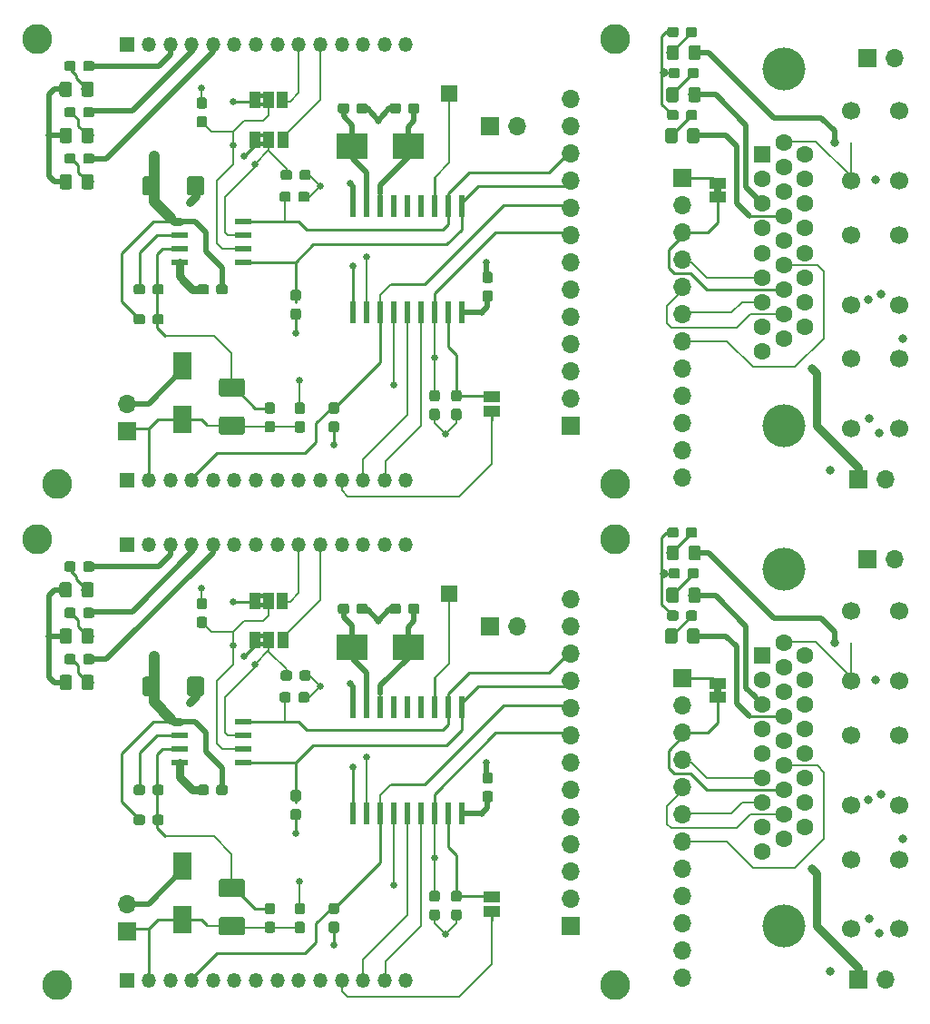
<source format=gtl>
G04 #@! TF.GenerationSoftware,KiCad,Pcbnew,(5.1.0-0)*
G04 #@! TF.CreationDate,2019-04-23T20:45:17+03:00*
G04 #@! TF.ProjectId,panel,70616e65-6c2e-46b6-9963-61645f706362,1.0*
G04 #@! TF.SameCoordinates,Original*
G04 #@! TF.FileFunction,Copper,L1,Top*
G04 #@! TF.FilePolarity,Positive*
%FSLAX46Y46*%
G04 Gerber Fmt 4.6, Leading zero omitted, Abs format (unit mm)*
G04 Created by KiCad (PCBNEW (5.1.0-0)) date 2019-04-23 20:45:17*
%MOMM*%
%LPD*%
G04 APERTURE LIST*
%ADD10C,0.100000*%
%ADD11C,1.575000*%
%ADD12R,1.550000X0.600000*%
%ADD13C,0.950000*%
%ADD14C,1.150000*%
%ADD15R,3.000000X2.400000*%
%ADD16R,0.600000X2.000000*%
%ADD17R,1.800000X2.500000*%
%ADD18R,1.500000X1.500000*%
%ADD19C,1.700000*%
%ADD20R,1.000000X1.500000*%
%ADD21R,1.500000X1.000000*%
%ADD22O,1.700000X1.700000*%
%ADD23R,1.700000X1.700000*%
%ADD24O,1.350000X1.350000*%
%ADD25R,1.350000X1.350000*%
%ADD26C,4.000000*%
%ADD27C,1.600000*%
%ADD28R,1.600000X1.600000*%
%ADD29C,2.800000*%
%ADD30C,0.635000*%
%ADD31C,0.800000*%
%ADD32C,0.800000*%
%ADD33C,0.250000*%
%ADD34C,0.500000*%
%ADD35C,0.203200*%
%ADD36C,1.000000*%
%ADD37C,0.203300*%
G04 APERTURE END LIST*
D10*
G36*
X134893000Y-84490000D02*
G01*
X135393000Y-84490000D01*
X135393000Y-84890000D01*
X134893000Y-84890000D01*
X134893000Y-84490000D01*
G37*
G36*
X134893000Y-85290000D02*
G01*
X135393000Y-85290000D01*
X135393000Y-85690000D01*
X134893000Y-85690000D01*
X134893000Y-85290000D01*
G37*
G36*
X134863000Y-80807000D02*
G01*
X135363000Y-80807000D01*
X135363000Y-81207000D01*
X134863000Y-81207000D01*
X134863000Y-80807000D01*
G37*
G36*
X134863000Y-81607000D02*
G01*
X135363000Y-81607000D01*
X135363000Y-82007000D01*
X134863000Y-82007000D01*
X134863000Y-81607000D01*
G37*
G36*
X134893000Y-37817500D02*
G01*
X135393000Y-37817500D01*
X135393000Y-38217500D01*
X134893000Y-38217500D01*
X134893000Y-37817500D01*
G37*
G36*
X134893000Y-38617500D02*
G01*
X135393000Y-38617500D01*
X135393000Y-39017500D01*
X134893000Y-39017500D01*
X134893000Y-38617500D01*
G37*
G36*
X134863000Y-34134500D02*
G01*
X135363000Y-34134500D01*
X135363000Y-34534500D01*
X134863000Y-34534500D01*
X134863000Y-34134500D01*
G37*
G36*
X134863000Y-34934500D02*
G01*
X135363000Y-34934500D01*
X135363000Y-35334500D01*
X134863000Y-35334500D01*
X134863000Y-34934500D01*
G37*
G36*
X177373000Y-43366500D02*
G01*
X177373000Y-42866500D01*
X177973000Y-42866500D01*
X177973000Y-43366500D01*
X177373000Y-43366500D01*
G37*
G36*
X177373000Y-90039000D02*
G01*
X177373000Y-89539000D01*
X177973000Y-89539000D01*
X177973000Y-90039000D01*
X177373000Y-90039000D01*
G37*
G36*
X125347505Y-88509204D02*
G01*
X125371773Y-88512804D01*
X125395572Y-88518765D01*
X125418671Y-88527030D01*
X125440850Y-88537520D01*
X125461893Y-88550132D01*
X125481599Y-88564747D01*
X125499777Y-88581223D01*
X125516253Y-88599401D01*
X125530868Y-88619107D01*
X125543480Y-88640150D01*
X125553970Y-88662329D01*
X125562235Y-88685428D01*
X125568196Y-88709227D01*
X125571796Y-88733495D01*
X125573000Y-88757999D01*
X125573000Y-90058001D01*
X125571796Y-90082505D01*
X125568196Y-90106773D01*
X125562235Y-90130572D01*
X125553970Y-90153671D01*
X125543480Y-90175850D01*
X125530868Y-90196893D01*
X125516253Y-90216599D01*
X125499777Y-90234777D01*
X125481599Y-90251253D01*
X125461893Y-90265868D01*
X125440850Y-90278480D01*
X125418671Y-90288970D01*
X125395572Y-90297235D01*
X125371773Y-90303196D01*
X125347505Y-90306796D01*
X125323001Y-90308000D01*
X124247999Y-90308000D01*
X124223495Y-90306796D01*
X124199227Y-90303196D01*
X124175428Y-90297235D01*
X124152329Y-90288970D01*
X124130150Y-90278480D01*
X124109107Y-90265868D01*
X124089401Y-90251253D01*
X124071223Y-90234777D01*
X124054747Y-90216599D01*
X124040132Y-90196893D01*
X124027520Y-90175850D01*
X124017030Y-90153671D01*
X124008765Y-90130572D01*
X124002804Y-90106773D01*
X123999204Y-90082505D01*
X123998000Y-90058001D01*
X123998000Y-88757999D01*
X123999204Y-88733495D01*
X124002804Y-88709227D01*
X124008765Y-88685428D01*
X124017030Y-88662329D01*
X124027520Y-88640150D01*
X124040132Y-88619107D01*
X124054747Y-88599401D01*
X124071223Y-88581223D01*
X124089401Y-88564747D01*
X124109107Y-88550132D01*
X124130150Y-88537520D01*
X124152329Y-88527030D01*
X124175428Y-88518765D01*
X124199227Y-88512804D01*
X124223495Y-88509204D01*
X124247999Y-88508000D01*
X125323001Y-88508000D01*
X125347505Y-88509204D01*
X125347505Y-88509204D01*
G37*
D11*
X124785500Y-89408000D03*
D10*
G36*
X129522505Y-88509204D02*
G01*
X129546773Y-88512804D01*
X129570572Y-88518765D01*
X129593671Y-88527030D01*
X129615850Y-88537520D01*
X129636893Y-88550132D01*
X129656599Y-88564747D01*
X129674777Y-88581223D01*
X129691253Y-88599401D01*
X129705868Y-88619107D01*
X129718480Y-88640150D01*
X129728970Y-88662329D01*
X129737235Y-88685428D01*
X129743196Y-88709227D01*
X129746796Y-88733495D01*
X129748000Y-88757999D01*
X129748000Y-90058001D01*
X129746796Y-90082505D01*
X129743196Y-90106773D01*
X129737235Y-90130572D01*
X129728970Y-90153671D01*
X129718480Y-90175850D01*
X129705868Y-90196893D01*
X129691253Y-90216599D01*
X129674777Y-90234777D01*
X129656599Y-90251253D01*
X129636893Y-90265868D01*
X129615850Y-90278480D01*
X129593671Y-90288970D01*
X129570572Y-90297235D01*
X129546773Y-90303196D01*
X129522505Y-90306796D01*
X129498001Y-90308000D01*
X128422999Y-90308000D01*
X128398495Y-90306796D01*
X128374227Y-90303196D01*
X128350428Y-90297235D01*
X128327329Y-90288970D01*
X128305150Y-90278480D01*
X128284107Y-90265868D01*
X128264401Y-90251253D01*
X128246223Y-90234777D01*
X128229747Y-90216599D01*
X128215132Y-90196893D01*
X128202520Y-90175850D01*
X128192030Y-90153671D01*
X128183765Y-90130572D01*
X128177804Y-90106773D01*
X128174204Y-90082505D01*
X128173000Y-90058001D01*
X128173000Y-88757999D01*
X128174204Y-88733495D01*
X128177804Y-88709227D01*
X128183765Y-88685428D01*
X128192030Y-88662329D01*
X128202520Y-88640150D01*
X128215132Y-88619107D01*
X128229747Y-88599401D01*
X128246223Y-88581223D01*
X128264401Y-88564747D01*
X128284107Y-88550132D01*
X128305150Y-88537520D01*
X128327329Y-88527030D01*
X128350428Y-88518765D01*
X128374227Y-88512804D01*
X128398495Y-88509204D01*
X128422999Y-88508000D01*
X129498001Y-88508000D01*
X129522505Y-88509204D01*
X129522505Y-88509204D01*
G37*
D11*
X128960500Y-89408000D03*
D12*
X133429000Y-96520000D03*
X133429000Y-95250000D03*
X133429000Y-93980000D03*
X133429000Y-92710000D03*
X127429000Y-92710000D03*
X127429000Y-93980000D03*
X127429000Y-95250000D03*
X127429000Y-96520000D03*
D10*
G36*
X119295779Y-86394144D02*
G01*
X119318834Y-86397563D01*
X119341443Y-86403227D01*
X119363387Y-86411079D01*
X119384457Y-86421044D01*
X119404448Y-86433026D01*
X119423168Y-86446910D01*
X119440438Y-86462562D01*
X119456090Y-86479832D01*
X119469974Y-86498552D01*
X119481956Y-86518543D01*
X119491921Y-86539613D01*
X119499773Y-86561557D01*
X119505437Y-86584166D01*
X119508856Y-86607221D01*
X119510000Y-86630500D01*
X119510000Y-87105500D01*
X119508856Y-87128779D01*
X119505437Y-87151834D01*
X119499773Y-87174443D01*
X119491921Y-87196387D01*
X119481956Y-87217457D01*
X119469974Y-87237448D01*
X119456090Y-87256168D01*
X119440438Y-87273438D01*
X119423168Y-87289090D01*
X119404448Y-87302974D01*
X119384457Y-87314956D01*
X119363387Y-87324921D01*
X119341443Y-87332773D01*
X119318834Y-87338437D01*
X119295779Y-87341856D01*
X119272500Y-87343000D01*
X118697500Y-87343000D01*
X118674221Y-87341856D01*
X118651166Y-87338437D01*
X118628557Y-87332773D01*
X118606613Y-87324921D01*
X118585543Y-87314956D01*
X118565552Y-87302974D01*
X118546832Y-87289090D01*
X118529562Y-87273438D01*
X118513910Y-87256168D01*
X118500026Y-87237448D01*
X118488044Y-87217457D01*
X118478079Y-87196387D01*
X118470227Y-87174443D01*
X118464563Y-87151834D01*
X118461144Y-87128779D01*
X118460000Y-87105500D01*
X118460000Y-86630500D01*
X118461144Y-86607221D01*
X118464563Y-86584166D01*
X118470227Y-86561557D01*
X118478079Y-86539613D01*
X118488044Y-86518543D01*
X118500026Y-86498552D01*
X118513910Y-86479832D01*
X118529562Y-86462562D01*
X118546832Y-86446910D01*
X118565552Y-86433026D01*
X118585543Y-86421044D01*
X118606613Y-86411079D01*
X118628557Y-86403227D01*
X118651166Y-86397563D01*
X118674221Y-86394144D01*
X118697500Y-86393000D01*
X119272500Y-86393000D01*
X119295779Y-86394144D01*
X119295779Y-86394144D01*
G37*
D13*
X118985000Y-86868000D03*
D10*
G36*
X117545779Y-86394144D02*
G01*
X117568834Y-86397563D01*
X117591443Y-86403227D01*
X117613387Y-86411079D01*
X117634457Y-86421044D01*
X117654448Y-86433026D01*
X117673168Y-86446910D01*
X117690438Y-86462562D01*
X117706090Y-86479832D01*
X117719974Y-86498552D01*
X117731956Y-86518543D01*
X117741921Y-86539613D01*
X117749773Y-86561557D01*
X117755437Y-86584166D01*
X117758856Y-86607221D01*
X117760000Y-86630500D01*
X117760000Y-87105500D01*
X117758856Y-87128779D01*
X117755437Y-87151834D01*
X117749773Y-87174443D01*
X117741921Y-87196387D01*
X117731956Y-87217457D01*
X117719974Y-87237448D01*
X117706090Y-87256168D01*
X117690438Y-87273438D01*
X117673168Y-87289090D01*
X117654448Y-87302974D01*
X117634457Y-87314956D01*
X117613387Y-87324921D01*
X117591443Y-87332773D01*
X117568834Y-87338437D01*
X117545779Y-87341856D01*
X117522500Y-87343000D01*
X116947500Y-87343000D01*
X116924221Y-87341856D01*
X116901166Y-87338437D01*
X116878557Y-87332773D01*
X116856613Y-87324921D01*
X116835543Y-87314956D01*
X116815552Y-87302974D01*
X116796832Y-87289090D01*
X116779562Y-87273438D01*
X116763910Y-87256168D01*
X116750026Y-87237448D01*
X116738044Y-87217457D01*
X116728079Y-87196387D01*
X116720227Y-87174443D01*
X116714563Y-87151834D01*
X116711144Y-87128779D01*
X116710000Y-87105500D01*
X116710000Y-86630500D01*
X116711144Y-86607221D01*
X116714563Y-86584166D01*
X116720227Y-86561557D01*
X116728079Y-86539613D01*
X116738044Y-86518543D01*
X116750026Y-86498552D01*
X116763910Y-86479832D01*
X116779562Y-86462562D01*
X116796832Y-86446910D01*
X116815552Y-86433026D01*
X116835543Y-86421044D01*
X116856613Y-86411079D01*
X116878557Y-86403227D01*
X116901166Y-86397563D01*
X116924221Y-86394144D01*
X116947500Y-86393000D01*
X117522500Y-86393000D01*
X117545779Y-86394144D01*
X117545779Y-86394144D01*
G37*
D13*
X117235000Y-86868000D03*
D10*
G36*
X119295779Y-82076144D02*
G01*
X119318834Y-82079563D01*
X119341443Y-82085227D01*
X119363387Y-82093079D01*
X119384457Y-82103044D01*
X119404448Y-82115026D01*
X119423168Y-82128910D01*
X119440438Y-82144562D01*
X119456090Y-82161832D01*
X119469974Y-82180552D01*
X119481956Y-82200543D01*
X119491921Y-82221613D01*
X119499773Y-82243557D01*
X119505437Y-82266166D01*
X119508856Y-82289221D01*
X119510000Y-82312500D01*
X119510000Y-82787500D01*
X119508856Y-82810779D01*
X119505437Y-82833834D01*
X119499773Y-82856443D01*
X119491921Y-82878387D01*
X119481956Y-82899457D01*
X119469974Y-82919448D01*
X119456090Y-82938168D01*
X119440438Y-82955438D01*
X119423168Y-82971090D01*
X119404448Y-82984974D01*
X119384457Y-82996956D01*
X119363387Y-83006921D01*
X119341443Y-83014773D01*
X119318834Y-83020437D01*
X119295779Y-83023856D01*
X119272500Y-83025000D01*
X118697500Y-83025000D01*
X118674221Y-83023856D01*
X118651166Y-83020437D01*
X118628557Y-83014773D01*
X118606613Y-83006921D01*
X118585543Y-82996956D01*
X118565552Y-82984974D01*
X118546832Y-82971090D01*
X118529562Y-82955438D01*
X118513910Y-82938168D01*
X118500026Y-82919448D01*
X118488044Y-82899457D01*
X118478079Y-82878387D01*
X118470227Y-82856443D01*
X118464563Y-82833834D01*
X118461144Y-82810779D01*
X118460000Y-82787500D01*
X118460000Y-82312500D01*
X118461144Y-82289221D01*
X118464563Y-82266166D01*
X118470227Y-82243557D01*
X118478079Y-82221613D01*
X118488044Y-82200543D01*
X118500026Y-82180552D01*
X118513910Y-82161832D01*
X118529562Y-82144562D01*
X118546832Y-82128910D01*
X118565552Y-82115026D01*
X118585543Y-82103044D01*
X118606613Y-82093079D01*
X118628557Y-82085227D01*
X118651166Y-82079563D01*
X118674221Y-82076144D01*
X118697500Y-82075000D01*
X119272500Y-82075000D01*
X119295779Y-82076144D01*
X119295779Y-82076144D01*
G37*
D13*
X118985000Y-82550000D03*
D10*
G36*
X117545779Y-82076144D02*
G01*
X117568834Y-82079563D01*
X117591443Y-82085227D01*
X117613387Y-82093079D01*
X117634457Y-82103044D01*
X117654448Y-82115026D01*
X117673168Y-82128910D01*
X117690438Y-82144562D01*
X117706090Y-82161832D01*
X117719974Y-82180552D01*
X117731956Y-82200543D01*
X117741921Y-82221613D01*
X117749773Y-82243557D01*
X117755437Y-82266166D01*
X117758856Y-82289221D01*
X117760000Y-82312500D01*
X117760000Y-82787500D01*
X117758856Y-82810779D01*
X117755437Y-82833834D01*
X117749773Y-82856443D01*
X117741921Y-82878387D01*
X117731956Y-82899457D01*
X117719974Y-82919448D01*
X117706090Y-82938168D01*
X117690438Y-82955438D01*
X117673168Y-82971090D01*
X117654448Y-82984974D01*
X117634457Y-82996956D01*
X117613387Y-83006921D01*
X117591443Y-83014773D01*
X117568834Y-83020437D01*
X117545779Y-83023856D01*
X117522500Y-83025000D01*
X116947500Y-83025000D01*
X116924221Y-83023856D01*
X116901166Y-83020437D01*
X116878557Y-83014773D01*
X116856613Y-83006921D01*
X116835543Y-82996956D01*
X116815552Y-82984974D01*
X116796832Y-82971090D01*
X116779562Y-82955438D01*
X116763910Y-82938168D01*
X116750026Y-82919448D01*
X116738044Y-82899457D01*
X116728079Y-82878387D01*
X116720227Y-82856443D01*
X116714563Y-82833834D01*
X116711144Y-82810779D01*
X116710000Y-82787500D01*
X116710000Y-82312500D01*
X116711144Y-82289221D01*
X116714563Y-82266166D01*
X116720227Y-82243557D01*
X116728079Y-82221613D01*
X116738044Y-82200543D01*
X116750026Y-82180552D01*
X116763910Y-82161832D01*
X116779562Y-82144562D01*
X116796832Y-82128910D01*
X116815552Y-82115026D01*
X116835543Y-82103044D01*
X116856613Y-82093079D01*
X116878557Y-82085227D01*
X116901166Y-82079563D01*
X116924221Y-82076144D01*
X116947500Y-82075000D01*
X117522500Y-82075000D01*
X117545779Y-82076144D01*
X117545779Y-82076144D01*
G37*
D13*
X117235000Y-82550000D03*
D10*
G36*
X117545779Y-77758144D02*
G01*
X117568834Y-77761563D01*
X117591443Y-77767227D01*
X117613387Y-77775079D01*
X117634457Y-77785044D01*
X117654448Y-77797026D01*
X117673168Y-77810910D01*
X117690438Y-77826562D01*
X117706090Y-77843832D01*
X117719974Y-77862552D01*
X117731956Y-77882543D01*
X117741921Y-77903613D01*
X117749773Y-77925557D01*
X117755437Y-77948166D01*
X117758856Y-77971221D01*
X117760000Y-77994500D01*
X117760000Y-78469500D01*
X117758856Y-78492779D01*
X117755437Y-78515834D01*
X117749773Y-78538443D01*
X117741921Y-78560387D01*
X117731956Y-78581457D01*
X117719974Y-78601448D01*
X117706090Y-78620168D01*
X117690438Y-78637438D01*
X117673168Y-78653090D01*
X117654448Y-78666974D01*
X117634457Y-78678956D01*
X117613387Y-78688921D01*
X117591443Y-78696773D01*
X117568834Y-78702437D01*
X117545779Y-78705856D01*
X117522500Y-78707000D01*
X116947500Y-78707000D01*
X116924221Y-78705856D01*
X116901166Y-78702437D01*
X116878557Y-78696773D01*
X116856613Y-78688921D01*
X116835543Y-78678956D01*
X116815552Y-78666974D01*
X116796832Y-78653090D01*
X116779562Y-78637438D01*
X116763910Y-78620168D01*
X116750026Y-78601448D01*
X116738044Y-78581457D01*
X116728079Y-78560387D01*
X116720227Y-78538443D01*
X116714563Y-78515834D01*
X116711144Y-78492779D01*
X116710000Y-78469500D01*
X116710000Y-77994500D01*
X116711144Y-77971221D01*
X116714563Y-77948166D01*
X116720227Y-77925557D01*
X116728079Y-77903613D01*
X116738044Y-77882543D01*
X116750026Y-77862552D01*
X116763910Y-77843832D01*
X116779562Y-77826562D01*
X116796832Y-77810910D01*
X116815552Y-77797026D01*
X116835543Y-77785044D01*
X116856613Y-77775079D01*
X116878557Y-77767227D01*
X116901166Y-77761563D01*
X116924221Y-77758144D01*
X116947500Y-77757000D01*
X117522500Y-77757000D01*
X117545779Y-77758144D01*
X117545779Y-77758144D01*
G37*
D13*
X117235000Y-78232000D03*
D10*
G36*
X119295779Y-77758144D02*
G01*
X119318834Y-77761563D01*
X119341443Y-77767227D01*
X119363387Y-77775079D01*
X119384457Y-77785044D01*
X119404448Y-77797026D01*
X119423168Y-77810910D01*
X119440438Y-77826562D01*
X119456090Y-77843832D01*
X119469974Y-77862552D01*
X119481956Y-77882543D01*
X119491921Y-77903613D01*
X119499773Y-77925557D01*
X119505437Y-77948166D01*
X119508856Y-77971221D01*
X119510000Y-77994500D01*
X119510000Y-78469500D01*
X119508856Y-78492779D01*
X119505437Y-78515834D01*
X119499773Y-78538443D01*
X119491921Y-78560387D01*
X119481956Y-78581457D01*
X119469974Y-78601448D01*
X119456090Y-78620168D01*
X119440438Y-78637438D01*
X119423168Y-78653090D01*
X119404448Y-78666974D01*
X119384457Y-78678956D01*
X119363387Y-78688921D01*
X119341443Y-78696773D01*
X119318834Y-78702437D01*
X119295779Y-78705856D01*
X119272500Y-78707000D01*
X118697500Y-78707000D01*
X118674221Y-78705856D01*
X118651166Y-78702437D01*
X118628557Y-78696773D01*
X118606613Y-78688921D01*
X118585543Y-78678956D01*
X118565552Y-78666974D01*
X118546832Y-78653090D01*
X118529562Y-78637438D01*
X118513910Y-78620168D01*
X118500026Y-78601448D01*
X118488044Y-78581457D01*
X118478079Y-78560387D01*
X118470227Y-78538443D01*
X118464563Y-78515834D01*
X118461144Y-78492779D01*
X118460000Y-78469500D01*
X118460000Y-77994500D01*
X118461144Y-77971221D01*
X118464563Y-77948166D01*
X118470227Y-77925557D01*
X118478079Y-77903613D01*
X118488044Y-77882543D01*
X118500026Y-77862552D01*
X118513910Y-77843832D01*
X118529562Y-77826562D01*
X118546832Y-77810910D01*
X118565552Y-77797026D01*
X118585543Y-77785044D01*
X118606613Y-77775079D01*
X118628557Y-77767227D01*
X118651166Y-77761563D01*
X118674221Y-77758144D01*
X118697500Y-77757000D01*
X119272500Y-77757000D01*
X119295779Y-77758144D01*
X119295779Y-77758144D01*
G37*
D13*
X118985000Y-78232000D03*
D10*
G36*
X117189505Y-88328204D02*
G01*
X117213773Y-88331804D01*
X117237572Y-88337765D01*
X117260671Y-88346030D01*
X117282850Y-88356520D01*
X117303893Y-88369132D01*
X117323599Y-88383747D01*
X117341777Y-88400223D01*
X117358253Y-88418401D01*
X117372868Y-88438107D01*
X117385480Y-88459150D01*
X117395970Y-88481329D01*
X117404235Y-88504428D01*
X117410196Y-88528227D01*
X117413796Y-88552495D01*
X117415000Y-88576999D01*
X117415000Y-89477001D01*
X117413796Y-89501505D01*
X117410196Y-89525773D01*
X117404235Y-89549572D01*
X117395970Y-89572671D01*
X117385480Y-89594850D01*
X117372868Y-89615893D01*
X117358253Y-89635599D01*
X117341777Y-89653777D01*
X117323599Y-89670253D01*
X117303893Y-89684868D01*
X117282850Y-89697480D01*
X117260671Y-89707970D01*
X117237572Y-89716235D01*
X117213773Y-89722196D01*
X117189505Y-89725796D01*
X117165001Y-89727000D01*
X116514999Y-89727000D01*
X116490495Y-89725796D01*
X116466227Y-89722196D01*
X116442428Y-89716235D01*
X116419329Y-89707970D01*
X116397150Y-89697480D01*
X116376107Y-89684868D01*
X116356401Y-89670253D01*
X116338223Y-89653777D01*
X116321747Y-89635599D01*
X116307132Y-89615893D01*
X116294520Y-89594850D01*
X116284030Y-89572671D01*
X116275765Y-89549572D01*
X116269804Y-89525773D01*
X116266204Y-89501505D01*
X116265000Y-89477001D01*
X116265000Y-88576999D01*
X116266204Y-88552495D01*
X116269804Y-88528227D01*
X116275765Y-88504428D01*
X116284030Y-88481329D01*
X116294520Y-88459150D01*
X116307132Y-88438107D01*
X116321747Y-88418401D01*
X116338223Y-88400223D01*
X116356401Y-88383747D01*
X116376107Y-88369132D01*
X116397150Y-88356520D01*
X116419329Y-88346030D01*
X116442428Y-88337765D01*
X116466227Y-88331804D01*
X116490495Y-88328204D01*
X116514999Y-88327000D01*
X117165001Y-88327000D01*
X117189505Y-88328204D01*
X117189505Y-88328204D01*
G37*
D14*
X116840000Y-89027000D03*
D10*
G36*
X119239505Y-88328204D02*
G01*
X119263773Y-88331804D01*
X119287572Y-88337765D01*
X119310671Y-88346030D01*
X119332850Y-88356520D01*
X119353893Y-88369132D01*
X119373599Y-88383747D01*
X119391777Y-88400223D01*
X119408253Y-88418401D01*
X119422868Y-88438107D01*
X119435480Y-88459150D01*
X119445970Y-88481329D01*
X119454235Y-88504428D01*
X119460196Y-88528227D01*
X119463796Y-88552495D01*
X119465000Y-88576999D01*
X119465000Y-89477001D01*
X119463796Y-89501505D01*
X119460196Y-89525773D01*
X119454235Y-89549572D01*
X119445970Y-89572671D01*
X119435480Y-89594850D01*
X119422868Y-89615893D01*
X119408253Y-89635599D01*
X119391777Y-89653777D01*
X119373599Y-89670253D01*
X119353893Y-89684868D01*
X119332850Y-89697480D01*
X119310671Y-89707970D01*
X119287572Y-89716235D01*
X119263773Y-89722196D01*
X119239505Y-89725796D01*
X119215001Y-89727000D01*
X118564999Y-89727000D01*
X118540495Y-89725796D01*
X118516227Y-89722196D01*
X118492428Y-89716235D01*
X118469329Y-89707970D01*
X118447150Y-89697480D01*
X118426107Y-89684868D01*
X118406401Y-89670253D01*
X118388223Y-89653777D01*
X118371747Y-89635599D01*
X118357132Y-89615893D01*
X118344520Y-89594850D01*
X118334030Y-89572671D01*
X118325765Y-89549572D01*
X118319804Y-89525773D01*
X118316204Y-89501505D01*
X118315000Y-89477001D01*
X118315000Y-88576999D01*
X118316204Y-88552495D01*
X118319804Y-88528227D01*
X118325765Y-88504428D01*
X118334030Y-88481329D01*
X118344520Y-88459150D01*
X118357132Y-88438107D01*
X118371747Y-88418401D01*
X118388223Y-88400223D01*
X118406401Y-88383747D01*
X118426107Y-88369132D01*
X118447150Y-88356520D01*
X118469329Y-88346030D01*
X118492428Y-88337765D01*
X118516227Y-88331804D01*
X118540495Y-88328204D01*
X118564999Y-88327000D01*
X119215001Y-88327000D01*
X119239505Y-88328204D01*
X119239505Y-88328204D01*
G37*
D14*
X118890000Y-89027000D03*
D10*
G36*
X117189505Y-84010204D02*
G01*
X117213773Y-84013804D01*
X117237572Y-84019765D01*
X117260671Y-84028030D01*
X117282850Y-84038520D01*
X117303893Y-84051132D01*
X117323599Y-84065747D01*
X117341777Y-84082223D01*
X117358253Y-84100401D01*
X117372868Y-84120107D01*
X117385480Y-84141150D01*
X117395970Y-84163329D01*
X117404235Y-84186428D01*
X117410196Y-84210227D01*
X117413796Y-84234495D01*
X117415000Y-84258999D01*
X117415000Y-85159001D01*
X117413796Y-85183505D01*
X117410196Y-85207773D01*
X117404235Y-85231572D01*
X117395970Y-85254671D01*
X117385480Y-85276850D01*
X117372868Y-85297893D01*
X117358253Y-85317599D01*
X117341777Y-85335777D01*
X117323599Y-85352253D01*
X117303893Y-85366868D01*
X117282850Y-85379480D01*
X117260671Y-85389970D01*
X117237572Y-85398235D01*
X117213773Y-85404196D01*
X117189505Y-85407796D01*
X117165001Y-85409000D01*
X116514999Y-85409000D01*
X116490495Y-85407796D01*
X116466227Y-85404196D01*
X116442428Y-85398235D01*
X116419329Y-85389970D01*
X116397150Y-85379480D01*
X116376107Y-85366868D01*
X116356401Y-85352253D01*
X116338223Y-85335777D01*
X116321747Y-85317599D01*
X116307132Y-85297893D01*
X116294520Y-85276850D01*
X116284030Y-85254671D01*
X116275765Y-85231572D01*
X116269804Y-85207773D01*
X116266204Y-85183505D01*
X116265000Y-85159001D01*
X116265000Y-84258999D01*
X116266204Y-84234495D01*
X116269804Y-84210227D01*
X116275765Y-84186428D01*
X116284030Y-84163329D01*
X116294520Y-84141150D01*
X116307132Y-84120107D01*
X116321747Y-84100401D01*
X116338223Y-84082223D01*
X116356401Y-84065747D01*
X116376107Y-84051132D01*
X116397150Y-84038520D01*
X116419329Y-84028030D01*
X116442428Y-84019765D01*
X116466227Y-84013804D01*
X116490495Y-84010204D01*
X116514999Y-84009000D01*
X117165001Y-84009000D01*
X117189505Y-84010204D01*
X117189505Y-84010204D01*
G37*
D14*
X116840000Y-84709000D03*
D10*
G36*
X119239505Y-84010204D02*
G01*
X119263773Y-84013804D01*
X119287572Y-84019765D01*
X119310671Y-84028030D01*
X119332850Y-84038520D01*
X119353893Y-84051132D01*
X119373599Y-84065747D01*
X119391777Y-84082223D01*
X119408253Y-84100401D01*
X119422868Y-84120107D01*
X119435480Y-84141150D01*
X119445970Y-84163329D01*
X119454235Y-84186428D01*
X119460196Y-84210227D01*
X119463796Y-84234495D01*
X119465000Y-84258999D01*
X119465000Y-85159001D01*
X119463796Y-85183505D01*
X119460196Y-85207773D01*
X119454235Y-85231572D01*
X119445970Y-85254671D01*
X119435480Y-85276850D01*
X119422868Y-85297893D01*
X119408253Y-85317599D01*
X119391777Y-85335777D01*
X119373599Y-85352253D01*
X119353893Y-85366868D01*
X119332850Y-85379480D01*
X119310671Y-85389970D01*
X119287572Y-85398235D01*
X119263773Y-85404196D01*
X119239505Y-85407796D01*
X119215001Y-85409000D01*
X118564999Y-85409000D01*
X118540495Y-85407796D01*
X118516227Y-85404196D01*
X118492428Y-85398235D01*
X118469329Y-85389970D01*
X118447150Y-85379480D01*
X118426107Y-85366868D01*
X118406401Y-85352253D01*
X118388223Y-85335777D01*
X118371747Y-85317599D01*
X118357132Y-85297893D01*
X118344520Y-85276850D01*
X118334030Y-85254671D01*
X118325765Y-85231572D01*
X118319804Y-85207773D01*
X118316204Y-85183505D01*
X118315000Y-85159001D01*
X118315000Y-84258999D01*
X118316204Y-84234495D01*
X118319804Y-84210227D01*
X118325765Y-84186428D01*
X118334030Y-84163329D01*
X118344520Y-84141150D01*
X118357132Y-84120107D01*
X118371747Y-84100401D01*
X118388223Y-84082223D01*
X118406401Y-84065747D01*
X118426107Y-84051132D01*
X118447150Y-84038520D01*
X118469329Y-84028030D01*
X118492428Y-84019765D01*
X118516227Y-84013804D01*
X118540495Y-84010204D01*
X118564999Y-84009000D01*
X119215001Y-84009000D01*
X119239505Y-84010204D01*
X119239505Y-84010204D01*
G37*
D14*
X118890000Y-84709000D03*
D10*
G36*
X117171505Y-79692204D02*
G01*
X117195773Y-79695804D01*
X117219572Y-79701765D01*
X117242671Y-79710030D01*
X117264850Y-79720520D01*
X117285893Y-79733132D01*
X117305599Y-79747747D01*
X117323777Y-79764223D01*
X117340253Y-79782401D01*
X117354868Y-79802107D01*
X117367480Y-79823150D01*
X117377970Y-79845329D01*
X117386235Y-79868428D01*
X117392196Y-79892227D01*
X117395796Y-79916495D01*
X117397000Y-79940999D01*
X117397000Y-80841001D01*
X117395796Y-80865505D01*
X117392196Y-80889773D01*
X117386235Y-80913572D01*
X117377970Y-80936671D01*
X117367480Y-80958850D01*
X117354868Y-80979893D01*
X117340253Y-80999599D01*
X117323777Y-81017777D01*
X117305599Y-81034253D01*
X117285893Y-81048868D01*
X117264850Y-81061480D01*
X117242671Y-81071970D01*
X117219572Y-81080235D01*
X117195773Y-81086196D01*
X117171505Y-81089796D01*
X117147001Y-81091000D01*
X116496999Y-81091000D01*
X116472495Y-81089796D01*
X116448227Y-81086196D01*
X116424428Y-81080235D01*
X116401329Y-81071970D01*
X116379150Y-81061480D01*
X116358107Y-81048868D01*
X116338401Y-81034253D01*
X116320223Y-81017777D01*
X116303747Y-80999599D01*
X116289132Y-80979893D01*
X116276520Y-80958850D01*
X116266030Y-80936671D01*
X116257765Y-80913572D01*
X116251804Y-80889773D01*
X116248204Y-80865505D01*
X116247000Y-80841001D01*
X116247000Y-79940999D01*
X116248204Y-79916495D01*
X116251804Y-79892227D01*
X116257765Y-79868428D01*
X116266030Y-79845329D01*
X116276520Y-79823150D01*
X116289132Y-79802107D01*
X116303747Y-79782401D01*
X116320223Y-79764223D01*
X116338401Y-79747747D01*
X116358107Y-79733132D01*
X116379150Y-79720520D01*
X116401329Y-79710030D01*
X116424428Y-79701765D01*
X116448227Y-79695804D01*
X116472495Y-79692204D01*
X116496999Y-79691000D01*
X117147001Y-79691000D01*
X117171505Y-79692204D01*
X117171505Y-79692204D01*
G37*
D14*
X116822000Y-80391000D03*
D10*
G36*
X119221505Y-79692204D02*
G01*
X119245773Y-79695804D01*
X119269572Y-79701765D01*
X119292671Y-79710030D01*
X119314850Y-79720520D01*
X119335893Y-79733132D01*
X119355599Y-79747747D01*
X119373777Y-79764223D01*
X119390253Y-79782401D01*
X119404868Y-79802107D01*
X119417480Y-79823150D01*
X119427970Y-79845329D01*
X119436235Y-79868428D01*
X119442196Y-79892227D01*
X119445796Y-79916495D01*
X119447000Y-79940999D01*
X119447000Y-80841001D01*
X119445796Y-80865505D01*
X119442196Y-80889773D01*
X119436235Y-80913572D01*
X119427970Y-80936671D01*
X119417480Y-80958850D01*
X119404868Y-80979893D01*
X119390253Y-80999599D01*
X119373777Y-81017777D01*
X119355599Y-81034253D01*
X119335893Y-81048868D01*
X119314850Y-81061480D01*
X119292671Y-81071970D01*
X119269572Y-81080235D01*
X119245773Y-81086196D01*
X119221505Y-81089796D01*
X119197001Y-81091000D01*
X118546999Y-81091000D01*
X118522495Y-81089796D01*
X118498227Y-81086196D01*
X118474428Y-81080235D01*
X118451329Y-81071970D01*
X118429150Y-81061480D01*
X118408107Y-81048868D01*
X118388401Y-81034253D01*
X118370223Y-81017777D01*
X118353747Y-80999599D01*
X118339132Y-80979893D01*
X118326520Y-80958850D01*
X118316030Y-80936671D01*
X118307765Y-80913572D01*
X118301804Y-80889773D01*
X118298204Y-80865505D01*
X118297000Y-80841001D01*
X118297000Y-79940999D01*
X118298204Y-79916495D01*
X118301804Y-79892227D01*
X118307765Y-79868428D01*
X118316030Y-79845329D01*
X118326520Y-79823150D01*
X118339132Y-79802107D01*
X118353747Y-79782401D01*
X118370223Y-79764223D01*
X118388401Y-79747747D01*
X118408107Y-79733132D01*
X118429150Y-79720520D01*
X118451329Y-79710030D01*
X118474428Y-79701765D01*
X118498227Y-79695804D01*
X118522495Y-79692204D01*
X118546999Y-79691000D01*
X119197001Y-79691000D01*
X119221505Y-79692204D01*
X119221505Y-79692204D01*
G37*
D14*
X118872000Y-80391000D03*
D15*
X148777000Y-85725000D03*
X143577000Y-85725000D03*
D16*
X153797000Y-91312000D03*
X152527000Y-91312000D03*
X151257000Y-91312000D03*
X149987000Y-91312000D03*
X148717000Y-91312000D03*
X147447000Y-91312000D03*
X146177000Y-91312000D03*
X144907000Y-91312000D03*
X143637000Y-91312000D03*
X143637000Y-101220000D03*
X144907000Y-101220000D03*
X146177000Y-101220000D03*
X147447000Y-101220000D03*
X148717000Y-101220000D03*
X149987000Y-101220000D03*
X151257000Y-101220000D03*
X152527000Y-101220000D03*
X153797000Y-101220000D03*
D17*
X127762000Y-111172000D03*
X127762000Y-106172000D03*
D18*
X152654000Y-80772000D03*
D10*
G36*
X137738779Y-87918144D02*
G01*
X137761834Y-87921563D01*
X137784443Y-87927227D01*
X137806387Y-87935079D01*
X137827457Y-87945044D01*
X137847448Y-87957026D01*
X137866168Y-87970910D01*
X137883438Y-87986562D01*
X137899090Y-88003832D01*
X137912974Y-88022552D01*
X137924956Y-88042543D01*
X137934921Y-88063613D01*
X137942773Y-88085557D01*
X137948437Y-88108166D01*
X137951856Y-88131221D01*
X137953000Y-88154500D01*
X137953000Y-88629500D01*
X137951856Y-88652779D01*
X137948437Y-88675834D01*
X137942773Y-88698443D01*
X137934921Y-88720387D01*
X137924956Y-88741457D01*
X137912974Y-88761448D01*
X137899090Y-88780168D01*
X137883438Y-88797438D01*
X137866168Y-88813090D01*
X137847448Y-88826974D01*
X137827457Y-88838956D01*
X137806387Y-88848921D01*
X137784443Y-88856773D01*
X137761834Y-88862437D01*
X137738779Y-88865856D01*
X137715500Y-88867000D01*
X137140500Y-88867000D01*
X137117221Y-88865856D01*
X137094166Y-88862437D01*
X137071557Y-88856773D01*
X137049613Y-88848921D01*
X137028543Y-88838956D01*
X137008552Y-88826974D01*
X136989832Y-88813090D01*
X136972562Y-88797438D01*
X136956910Y-88780168D01*
X136943026Y-88761448D01*
X136931044Y-88741457D01*
X136921079Y-88720387D01*
X136913227Y-88698443D01*
X136907563Y-88675834D01*
X136904144Y-88652779D01*
X136903000Y-88629500D01*
X136903000Y-88154500D01*
X136904144Y-88131221D01*
X136907563Y-88108166D01*
X136913227Y-88085557D01*
X136921079Y-88063613D01*
X136931044Y-88042543D01*
X136943026Y-88022552D01*
X136956910Y-88003832D01*
X136972562Y-87986562D01*
X136989832Y-87970910D01*
X137008552Y-87957026D01*
X137028543Y-87945044D01*
X137049613Y-87935079D01*
X137071557Y-87927227D01*
X137094166Y-87921563D01*
X137117221Y-87918144D01*
X137140500Y-87917000D01*
X137715500Y-87917000D01*
X137738779Y-87918144D01*
X137738779Y-87918144D01*
G37*
D13*
X137428000Y-88392000D03*
D10*
G36*
X139488779Y-87918144D02*
G01*
X139511834Y-87921563D01*
X139534443Y-87927227D01*
X139556387Y-87935079D01*
X139577457Y-87945044D01*
X139597448Y-87957026D01*
X139616168Y-87970910D01*
X139633438Y-87986562D01*
X139649090Y-88003832D01*
X139662974Y-88022552D01*
X139674956Y-88042543D01*
X139684921Y-88063613D01*
X139692773Y-88085557D01*
X139698437Y-88108166D01*
X139701856Y-88131221D01*
X139703000Y-88154500D01*
X139703000Y-88629500D01*
X139701856Y-88652779D01*
X139698437Y-88675834D01*
X139692773Y-88698443D01*
X139684921Y-88720387D01*
X139674956Y-88741457D01*
X139662974Y-88761448D01*
X139649090Y-88780168D01*
X139633438Y-88797438D01*
X139616168Y-88813090D01*
X139597448Y-88826974D01*
X139577457Y-88838956D01*
X139556387Y-88848921D01*
X139534443Y-88856773D01*
X139511834Y-88862437D01*
X139488779Y-88865856D01*
X139465500Y-88867000D01*
X138890500Y-88867000D01*
X138867221Y-88865856D01*
X138844166Y-88862437D01*
X138821557Y-88856773D01*
X138799613Y-88848921D01*
X138778543Y-88838956D01*
X138758552Y-88826974D01*
X138739832Y-88813090D01*
X138722562Y-88797438D01*
X138706910Y-88780168D01*
X138693026Y-88761448D01*
X138681044Y-88741457D01*
X138671079Y-88720387D01*
X138663227Y-88698443D01*
X138657563Y-88675834D01*
X138654144Y-88652779D01*
X138653000Y-88629500D01*
X138653000Y-88154500D01*
X138654144Y-88131221D01*
X138657563Y-88108166D01*
X138663227Y-88085557D01*
X138671079Y-88063613D01*
X138681044Y-88042543D01*
X138693026Y-88022552D01*
X138706910Y-88003832D01*
X138722562Y-87986562D01*
X138739832Y-87970910D01*
X138758552Y-87957026D01*
X138778543Y-87945044D01*
X138799613Y-87935079D01*
X138821557Y-87927227D01*
X138844166Y-87921563D01*
X138867221Y-87918144D01*
X138890500Y-87917000D01*
X139465500Y-87917000D01*
X139488779Y-87918144D01*
X139488779Y-87918144D01*
G37*
D13*
X139178000Y-88392000D03*
D10*
G36*
X129800779Y-82901144D02*
G01*
X129823834Y-82904563D01*
X129846443Y-82910227D01*
X129868387Y-82918079D01*
X129889457Y-82928044D01*
X129909448Y-82940026D01*
X129928168Y-82953910D01*
X129945438Y-82969562D01*
X129961090Y-82986832D01*
X129974974Y-83005552D01*
X129986956Y-83025543D01*
X129996921Y-83046613D01*
X130004773Y-83068557D01*
X130010437Y-83091166D01*
X130013856Y-83114221D01*
X130015000Y-83137500D01*
X130015000Y-83712500D01*
X130013856Y-83735779D01*
X130010437Y-83758834D01*
X130004773Y-83781443D01*
X129996921Y-83803387D01*
X129986956Y-83824457D01*
X129974974Y-83844448D01*
X129961090Y-83863168D01*
X129945438Y-83880438D01*
X129928168Y-83896090D01*
X129909448Y-83909974D01*
X129889457Y-83921956D01*
X129868387Y-83931921D01*
X129846443Y-83939773D01*
X129823834Y-83945437D01*
X129800779Y-83948856D01*
X129777500Y-83950000D01*
X129302500Y-83950000D01*
X129279221Y-83948856D01*
X129256166Y-83945437D01*
X129233557Y-83939773D01*
X129211613Y-83931921D01*
X129190543Y-83921956D01*
X129170552Y-83909974D01*
X129151832Y-83896090D01*
X129134562Y-83880438D01*
X129118910Y-83863168D01*
X129105026Y-83844448D01*
X129093044Y-83824457D01*
X129083079Y-83803387D01*
X129075227Y-83781443D01*
X129069563Y-83758834D01*
X129066144Y-83735779D01*
X129065000Y-83712500D01*
X129065000Y-83137500D01*
X129066144Y-83114221D01*
X129069563Y-83091166D01*
X129075227Y-83068557D01*
X129083079Y-83046613D01*
X129093044Y-83025543D01*
X129105026Y-83005552D01*
X129118910Y-82986832D01*
X129134562Y-82969562D01*
X129151832Y-82953910D01*
X129170552Y-82940026D01*
X129190543Y-82928044D01*
X129211613Y-82918079D01*
X129233557Y-82910227D01*
X129256166Y-82904563D01*
X129279221Y-82901144D01*
X129302500Y-82900000D01*
X129777500Y-82900000D01*
X129800779Y-82901144D01*
X129800779Y-82901144D01*
G37*
D13*
X129540000Y-83425000D03*
D10*
G36*
X129800779Y-81151144D02*
G01*
X129823834Y-81154563D01*
X129846443Y-81160227D01*
X129868387Y-81168079D01*
X129889457Y-81178044D01*
X129909448Y-81190026D01*
X129928168Y-81203910D01*
X129945438Y-81219562D01*
X129961090Y-81236832D01*
X129974974Y-81255552D01*
X129986956Y-81275543D01*
X129996921Y-81296613D01*
X130004773Y-81318557D01*
X130010437Y-81341166D01*
X130013856Y-81364221D01*
X130015000Y-81387500D01*
X130015000Y-81962500D01*
X130013856Y-81985779D01*
X130010437Y-82008834D01*
X130004773Y-82031443D01*
X129996921Y-82053387D01*
X129986956Y-82074457D01*
X129974974Y-82094448D01*
X129961090Y-82113168D01*
X129945438Y-82130438D01*
X129928168Y-82146090D01*
X129909448Y-82159974D01*
X129889457Y-82171956D01*
X129868387Y-82181921D01*
X129846443Y-82189773D01*
X129823834Y-82195437D01*
X129800779Y-82198856D01*
X129777500Y-82200000D01*
X129302500Y-82200000D01*
X129279221Y-82198856D01*
X129256166Y-82195437D01*
X129233557Y-82189773D01*
X129211613Y-82181921D01*
X129190543Y-82171956D01*
X129170552Y-82159974D01*
X129151832Y-82146090D01*
X129134562Y-82130438D01*
X129118910Y-82113168D01*
X129105026Y-82094448D01*
X129093044Y-82074457D01*
X129083079Y-82053387D01*
X129075227Y-82031443D01*
X129069563Y-82008834D01*
X129066144Y-81985779D01*
X129065000Y-81962500D01*
X129065000Y-81387500D01*
X129066144Y-81364221D01*
X129069563Y-81341166D01*
X129075227Y-81318557D01*
X129083079Y-81296613D01*
X129093044Y-81275543D01*
X129105026Y-81255552D01*
X129118910Y-81236832D01*
X129134562Y-81219562D01*
X129151832Y-81203910D01*
X129170552Y-81190026D01*
X129190543Y-81178044D01*
X129211613Y-81168079D01*
X129233557Y-81160227D01*
X129256166Y-81154563D01*
X129279221Y-81151144D01*
X129302500Y-81150000D01*
X129777500Y-81150000D01*
X129800779Y-81151144D01*
X129800779Y-81151144D01*
G37*
D13*
X129540000Y-81675000D03*
D10*
G36*
X124022779Y-98586144D02*
G01*
X124045834Y-98589563D01*
X124068443Y-98595227D01*
X124090387Y-98603079D01*
X124111457Y-98613044D01*
X124131448Y-98625026D01*
X124150168Y-98638910D01*
X124167438Y-98654562D01*
X124183090Y-98671832D01*
X124196974Y-98690552D01*
X124208956Y-98710543D01*
X124218921Y-98731613D01*
X124226773Y-98753557D01*
X124232437Y-98776166D01*
X124235856Y-98799221D01*
X124237000Y-98822500D01*
X124237000Y-99297500D01*
X124235856Y-99320779D01*
X124232437Y-99343834D01*
X124226773Y-99366443D01*
X124218921Y-99388387D01*
X124208956Y-99409457D01*
X124196974Y-99429448D01*
X124183090Y-99448168D01*
X124167438Y-99465438D01*
X124150168Y-99481090D01*
X124131448Y-99494974D01*
X124111457Y-99506956D01*
X124090387Y-99516921D01*
X124068443Y-99524773D01*
X124045834Y-99530437D01*
X124022779Y-99533856D01*
X123999500Y-99535000D01*
X123424500Y-99535000D01*
X123401221Y-99533856D01*
X123378166Y-99530437D01*
X123355557Y-99524773D01*
X123333613Y-99516921D01*
X123312543Y-99506956D01*
X123292552Y-99494974D01*
X123273832Y-99481090D01*
X123256562Y-99465438D01*
X123240910Y-99448168D01*
X123227026Y-99429448D01*
X123215044Y-99409457D01*
X123205079Y-99388387D01*
X123197227Y-99366443D01*
X123191563Y-99343834D01*
X123188144Y-99320779D01*
X123187000Y-99297500D01*
X123187000Y-98822500D01*
X123188144Y-98799221D01*
X123191563Y-98776166D01*
X123197227Y-98753557D01*
X123205079Y-98731613D01*
X123215044Y-98710543D01*
X123227026Y-98690552D01*
X123240910Y-98671832D01*
X123256562Y-98654562D01*
X123273832Y-98638910D01*
X123292552Y-98625026D01*
X123312543Y-98613044D01*
X123333613Y-98603079D01*
X123355557Y-98595227D01*
X123378166Y-98589563D01*
X123401221Y-98586144D01*
X123424500Y-98585000D01*
X123999500Y-98585000D01*
X124022779Y-98586144D01*
X124022779Y-98586144D01*
G37*
D13*
X123712000Y-99060000D03*
D10*
G36*
X125772779Y-98586144D02*
G01*
X125795834Y-98589563D01*
X125818443Y-98595227D01*
X125840387Y-98603079D01*
X125861457Y-98613044D01*
X125881448Y-98625026D01*
X125900168Y-98638910D01*
X125917438Y-98654562D01*
X125933090Y-98671832D01*
X125946974Y-98690552D01*
X125958956Y-98710543D01*
X125968921Y-98731613D01*
X125976773Y-98753557D01*
X125982437Y-98776166D01*
X125985856Y-98799221D01*
X125987000Y-98822500D01*
X125987000Y-99297500D01*
X125985856Y-99320779D01*
X125982437Y-99343834D01*
X125976773Y-99366443D01*
X125968921Y-99388387D01*
X125958956Y-99409457D01*
X125946974Y-99429448D01*
X125933090Y-99448168D01*
X125917438Y-99465438D01*
X125900168Y-99481090D01*
X125881448Y-99494974D01*
X125861457Y-99506956D01*
X125840387Y-99516921D01*
X125818443Y-99524773D01*
X125795834Y-99530437D01*
X125772779Y-99533856D01*
X125749500Y-99535000D01*
X125174500Y-99535000D01*
X125151221Y-99533856D01*
X125128166Y-99530437D01*
X125105557Y-99524773D01*
X125083613Y-99516921D01*
X125062543Y-99506956D01*
X125042552Y-99494974D01*
X125023832Y-99481090D01*
X125006562Y-99465438D01*
X124990910Y-99448168D01*
X124977026Y-99429448D01*
X124965044Y-99409457D01*
X124955079Y-99388387D01*
X124947227Y-99366443D01*
X124941563Y-99343834D01*
X124938144Y-99320779D01*
X124937000Y-99297500D01*
X124937000Y-98822500D01*
X124938144Y-98799221D01*
X124941563Y-98776166D01*
X124947227Y-98753557D01*
X124955079Y-98731613D01*
X124965044Y-98710543D01*
X124977026Y-98690552D01*
X124990910Y-98671832D01*
X125006562Y-98654562D01*
X125023832Y-98638910D01*
X125042552Y-98625026D01*
X125062543Y-98613044D01*
X125083613Y-98603079D01*
X125105557Y-98595227D01*
X125128166Y-98589563D01*
X125151221Y-98586144D01*
X125174500Y-98585000D01*
X125749500Y-98585000D01*
X125772779Y-98586144D01*
X125772779Y-98586144D01*
G37*
D13*
X125462000Y-99060000D03*
D10*
G36*
X136150779Y-109599144D02*
G01*
X136173834Y-109602563D01*
X136196443Y-109608227D01*
X136218387Y-109616079D01*
X136239457Y-109626044D01*
X136259448Y-109638026D01*
X136278168Y-109651910D01*
X136295438Y-109667562D01*
X136311090Y-109684832D01*
X136324974Y-109703552D01*
X136336956Y-109723543D01*
X136346921Y-109744613D01*
X136354773Y-109766557D01*
X136360437Y-109789166D01*
X136363856Y-109812221D01*
X136365000Y-109835500D01*
X136365000Y-110410500D01*
X136363856Y-110433779D01*
X136360437Y-110456834D01*
X136354773Y-110479443D01*
X136346921Y-110501387D01*
X136336956Y-110522457D01*
X136324974Y-110542448D01*
X136311090Y-110561168D01*
X136295438Y-110578438D01*
X136278168Y-110594090D01*
X136259448Y-110607974D01*
X136239457Y-110619956D01*
X136218387Y-110629921D01*
X136196443Y-110637773D01*
X136173834Y-110643437D01*
X136150779Y-110646856D01*
X136127500Y-110648000D01*
X135652500Y-110648000D01*
X135629221Y-110646856D01*
X135606166Y-110643437D01*
X135583557Y-110637773D01*
X135561613Y-110629921D01*
X135540543Y-110619956D01*
X135520552Y-110607974D01*
X135501832Y-110594090D01*
X135484562Y-110578438D01*
X135468910Y-110561168D01*
X135455026Y-110542448D01*
X135443044Y-110522457D01*
X135433079Y-110501387D01*
X135425227Y-110479443D01*
X135419563Y-110456834D01*
X135416144Y-110433779D01*
X135415000Y-110410500D01*
X135415000Y-109835500D01*
X135416144Y-109812221D01*
X135419563Y-109789166D01*
X135425227Y-109766557D01*
X135433079Y-109744613D01*
X135443044Y-109723543D01*
X135455026Y-109703552D01*
X135468910Y-109684832D01*
X135484562Y-109667562D01*
X135501832Y-109651910D01*
X135520552Y-109638026D01*
X135540543Y-109626044D01*
X135561613Y-109616079D01*
X135583557Y-109608227D01*
X135606166Y-109602563D01*
X135629221Y-109599144D01*
X135652500Y-109598000D01*
X136127500Y-109598000D01*
X136150779Y-109599144D01*
X136150779Y-109599144D01*
G37*
D13*
X135890000Y-110123000D03*
D10*
G36*
X136150779Y-111349144D02*
G01*
X136173834Y-111352563D01*
X136196443Y-111358227D01*
X136218387Y-111366079D01*
X136239457Y-111376044D01*
X136259448Y-111388026D01*
X136278168Y-111401910D01*
X136295438Y-111417562D01*
X136311090Y-111434832D01*
X136324974Y-111453552D01*
X136336956Y-111473543D01*
X136346921Y-111494613D01*
X136354773Y-111516557D01*
X136360437Y-111539166D01*
X136363856Y-111562221D01*
X136365000Y-111585500D01*
X136365000Y-112160500D01*
X136363856Y-112183779D01*
X136360437Y-112206834D01*
X136354773Y-112229443D01*
X136346921Y-112251387D01*
X136336956Y-112272457D01*
X136324974Y-112292448D01*
X136311090Y-112311168D01*
X136295438Y-112328438D01*
X136278168Y-112344090D01*
X136259448Y-112357974D01*
X136239457Y-112369956D01*
X136218387Y-112379921D01*
X136196443Y-112387773D01*
X136173834Y-112393437D01*
X136150779Y-112396856D01*
X136127500Y-112398000D01*
X135652500Y-112398000D01*
X135629221Y-112396856D01*
X135606166Y-112393437D01*
X135583557Y-112387773D01*
X135561613Y-112379921D01*
X135540543Y-112369956D01*
X135520552Y-112357974D01*
X135501832Y-112344090D01*
X135484562Y-112328438D01*
X135468910Y-112311168D01*
X135455026Y-112292448D01*
X135443044Y-112272457D01*
X135433079Y-112251387D01*
X135425227Y-112229443D01*
X135419563Y-112206834D01*
X135416144Y-112183779D01*
X135415000Y-112160500D01*
X135415000Y-111585500D01*
X135416144Y-111562221D01*
X135419563Y-111539166D01*
X135425227Y-111516557D01*
X135433079Y-111494613D01*
X135443044Y-111473543D01*
X135455026Y-111453552D01*
X135468910Y-111434832D01*
X135484562Y-111417562D01*
X135501832Y-111401910D01*
X135520552Y-111388026D01*
X135540543Y-111376044D01*
X135561613Y-111366079D01*
X135583557Y-111358227D01*
X135606166Y-111352563D01*
X135629221Y-111349144D01*
X135652500Y-111348000D01*
X136127500Y-111348000D01*
X136150779Y-111349144D01*
X136150779Y-111349144D01*
G37*
D13*
X135890000Y-111873000D03*
D10*
G36*
X138563779Y-99072144D02*
G01*
X138586834Y-99075563D01*
X138609443Y-99081227D01*
X138631387Y-99089079D01*
X138652457Y-99099044D01*
X138672448Y-99111026D01*
X138691168Y-99124910D01*
X138708438Y-99140562D01*
X138724090Y-99157832D01*
X138737974Y-99176552D01*
X138749956Y-99196543D01*
X138759921Y-99217613D01*
X138767773Y-99239557D01*
X138773437Y-99262166D01*
X138776856Y-99285221D01*
X138778000Y-99308500D01*
X138778000Y-99883500D01*
X138776856Y-99906779D01*
X138773437Y-99929834D01*
X138767773Y-99952443D01*
X138759921Y-99974387D01*
X138749956Y-99995457D01*
X138737974Y-100015448D01*
X138724090Y-100034168D01*
X138708438Y-100051438D01*
X138691168Y-100067090D01*
X138672448Y-100080974D01*
X138652457Y-100092956D01*
X138631387Y-100102921D01*
X138609443Y-100110773D01*
X138586834Y-100116437D01*
X138563779Y-100119856D01*
X138540500Y-100121000D01*
X138065500Y-100121000D01*
X138042221Y-100119856D01*
X138019166Y-100116437D01*
X137996557Y-100110773D01*
X137974613Y-100102921D01*
X137953543Y-100092956D01*
X137933552Y-100080974D01*
X137914832Y-100067090D01*
X137897562Y-100051438D01*
X137881910Y-100034168D01*
X137868026Y-100015448D01*
X137856044Y-99995457D01*
X137846079Y-99974387D01*
X137838227Y-99952443D01*
X137832563Y-99929834D01*
X137829144Y-99906779D01*
X137828000Y-99883500D01*
X137828000Y-99308500D01*
X137829144Y-99285221D01*
X137832563Y-99262166D01*
X137838227Y-99239557D01*
X137846079Y-99217613D01*
X137856044Y-99196543D01*
X137868026Y-99176552D01*
X137881910Y-99157832D01*
X137897562Y-99140562D01*
X137914832Y-99124910D01*
X137933552Y-99111026D01*
X137953543Y-99099044D01*
X137974613Y-99089079D01*
X137996557Y-99081227D01*
X138019166Y-99075563D01*
X138042221Y-99072144D01*
X138065500Y-99071000D01*
X138540500Y-99071000D01*
X138563779Y-99072144D01*
X138563779Y-99072144D01*
G37*
D13*
X138303000Y-99596000D03*
D10*
G36*
X138563779Y-100822144D02*
G01*
X138586834Y-100825563D01*
X138609443Y-100831227D01*
X138631387Y-100839079D01*
X138652457Y-100849044D01*
X138672448Y-100861026D01*
X138691168Y-100874910D01*
X138708438Y-100890562D01*
X138724090Y-100907832D01*
X138737974Y-100926552D01*
X138749956Y-100946543D01*
X138759921Y-100967613D01*
X138767773Y-100989557D01*
X138773437Y-101012166D01*
X138776856Y-101035221D01*
X138778000Y-101058500D01*
X138778000Y-101633500D01*
X138776856Y-101656779D01*
X138773437Y-101679834D01*
X138767773Y-101702443D01*
X138759921Y-101724387D01*
X138749956Y-101745457D01*
X138737974Y-101765448D01*
X138724090Y-101784168D01*
X138708438Y-101801438D01*
X138691168Y-101817090D01*
X138672448Y-101830974D01*
X138652457Y-101842956D01*
X138631387Y-101852921D01*
X138609443Y-101860773D01*
X138586834Y-101866437D01*
X138563779Y-101869856D01*
X138540500Y-101871000D01*
X138065500Y-101871000D01*
X138042221Y-101869856D01*
X138019166Y-101866437D01*
X137996557Y-101860773D01*
X137974613Y-101852921D01*
X137953543Y-101842956D01*
X137933552Y-101830974D01*
X137914832Y-101817090D01*
X137897562Y-101801438D01*
X137881910Y-101784168D01*
X137868026Y-101765448D01*
X137856044Y-101745457D01*
X137846079Y-101724387D01*
X137838227Y-101702443D01*
X137832563Y-101679834D01*
X137829144Y-101656779D01*
X137828000Y-101633500D01*
X137828000Y-101058500D01*
X137829144Y-101035221D01*
X137832563Y-101012166D01*
X137838227Y-100989557D01*
X137846079Y-100967613D01*
X137856044Y-100946543D01*
X137868026Y-100926552D01*
X137881910Y-100907832D01*
X137897562Y-100890562D01*
X137914832Y-100874910D01*
X137933552Y-100861026D01*
X137953543Y-100849044D01*
X137974613Y-100839079D01*
X137996557Y-100831227D01*
X138019166Y-100825563D01*
X138042221Y-100822144D01*
X138065500Y-100821000D01*
X138540500Y-100821000D01*
X138563779Y-100822144D01*
X138563779Y-100822144D01*
G37*
D13*
X138303000Y-101346000D03*
D10*
G36*
X142119779Y-109599144D02*
G01*
X142142834Y-109602563D01*
X142165443Y-109608227D01*
X142187387Y-109616079D01*
X142208457Y-109626044D01*
X142228448Y-109638026D01*
X142247168Y-109651910D01*
X142264438Y-109667562D01*
X142280090Y-109684832D01*
X142293974Y-109703552D01*
X142305956Y-109723543D01*
X142315921Y-109744613D01*
X142323773Y-109766557D01*
X142329437Y-109789166D01*
X142332856Y-109812221D01*
X142334000Y-109835500D01*
X142334000Y-110410500D01*
X142332856Y-110433779D01*
X142329437Y-110456834D01*
X142323773Y-110479443D01*
X142315921Y-110501387D01*
X142305956Y-110522457D01*
X142293974Y-110542448D01*
X142280090Y-110561168D01*
X142264438Y-110578438D01*
X142247168Y-110594090D01*
X142228448Y-110607974D01*
X142208457Y-110619956D01*
X142187387Y-110629921D01*
X142165443Y-110637773D01*
X142142834Y-110643437D01*
X142119779Y-110646856D01*
X142096500Y-110648000D01*
X141621500Y-110648000D01*
X141598221Y-110646856D01*
X141575166Y-110643437D01*
X141552557Y-110637773D01*
X141530613Y-110629921D01*
X141509543Y-110619956D01*
X141489552Y-110607974D01*
X141470832Y-110594090D01*
X141453562Y-110578438D01*
X141437910Y-110561168D01*
X141424026Y-110542448D01*
X141412044Y-110522457D01*
X141402079Y-110501387D01*
X141394227Y-110479443D01*
X141388563Y-110456834D01*
X141385144Y-110433779D01*
X141384000Y-110410500D01*
X141384000Y-109835500D01*
X141385144Y-109812221D01*
X141388563Y-109789166D01*
X141394227Y-109766557D01*
X141402079Y-109744613D01*
X141412044Y-109723543D01*
X141424026Y-109703552D01*
X141437910Y-109684832D01*
X141453562Y-109667562D01*
X141470832Y-109651910D01*
X141489552Y-109638026D01*
X141509543Y-109626044D01*
X141530613Y-109616079D01*
X141552557Y-109608227D01*
X141575166Y-109602563D01*
X141598221Y-109599144D01*
X141621500Y-109598000D01*
X142096500Y-109598000D01*
X142119779Y-109599144D01*
X142119779Y-109599144D01*
G37*
D13*
X141859000Y-110123000D03*
D10*
G36*
X142119779Y-111349144D02*
G01*
X142142834Y-111352563D01*
X142165443Y-111358227D01*
X142187387Y-111366079D01*
X142208457Y-111376044D01*
X142228448Y-111388026D01*
X142247168Y-111401910D01*
X142264438Y-111417562D01*
X142280090Y-111434832D01*
X142293974Y-111453552D01*
X142305956Y-111473543D01*
X142315921Y-111494613D01*
X142323773Y-111516557D01*
X142329437Y-111539166D01*
X142332856Y-111562221D01*
X142334000Y-111585500D01*
X142334000Y-112160500D01*
X142332856Y-112183779D01*
X142329437Y-112206834D01*
X142323773Y-112229443D01*
X142315921Y-112251387D01*
X142305956Y-112272457D01*
X142293974Y-112292448D01*
X142280090Y-112311168D01*
X142264438Y-112328438D01*
X142247168Y-112344090D01*
X142228448Y-112357974D01*
X142208457Y-112369956D01*
X142187387Y-112379921D01*
X142165443Y-112387773D01*
X142142834Y-112393437D01*
X142119779Y-112396856D01*
X142096500Y-112398000D01*
X141621500Y-112398000D01*
X141598221Y-112396856D01*
X141575166Y-112393437D01*
X141552557Y-112387773D01*
X141530613Y-112379921D01*
X141509543Y-112369956D01*
X141489552Y-112357974D01*
X141470832Y-112344090D01*
X141453562Y-112328438D01*
X141437910Y-112311168D01*
X141424026Y-112292448D01*
X141412044Y-112272457D01*
X141402079Y-112251387D01*
X141394227Y-112229443D01*
X141388563Y-112206834D01*
X141385144Y-112183779D01*
X141384000Y-112160500D01*
X141384000Y-111585500D01*
X141385144Y-111562221D01*
X141388563Y-111539166D01*
X141394227Y-111516557D01*
X141402079Y-111494613D01*
X141412044Y-111473543D01*
X141424026Y-111453552D01*
X141437910Y-111434832D01*
X141453562Y-111417562D01*
X141470832Y-111401910D01*
X141489552Y-111388026D01*
X141509543Y-111376044D01*
X141530613Y-111366079D01*
X141552557Y-111358227D01*
X141575166Y-111352563D01*
X141598221Y-111349144D01*
X141621500Y-111348000D01*
X142096500Y-111348000D01*
X142119779Y-111349144D01*
X142119779Y-111349144D01*
G37*
D13*
X141859000Y-111873000D03*
D10*
G36*
X153549779Y-108442144D02*
G01*
X153572834Y-108445563D01*
X153595443Y-108451227D01*
X153617387Y-108459079D01*
X153638457Y-108469044D01*
X153658448Y-108481026D01*
X153677168Y-108494910D01*
X153694438Y-108510562D01*
X153710090Y-108527832D01*
X153723974Y-108546552D01*
X153735956Y-108566543D01*
X153745921Y-108587613D01*
X153753773Y-108609557D01*
X153759437Y-108632166D01*
X153762856Y-108655221D01*
X153764000Y-108678500D01*
X153764000Y-109253500D01*
X153762856Y-109276779D01*
X153759437Y-109299834D01*
X153753773Y-109322443D01*
X153745921Y-109344387D01*
X153735956Y-109365457D01*
X153723974Y-109385448D01*
X153710090Y-109404168D01*
X153694438Y-109421438D01*
X153677168Y-109437090D01*
X153658448Y-109450974D01*
X153638457Y-109462956D01*
X153617387Y-109472921D01*
X153595443Y-109480773D01*
X153572834Y-109486437D01*
X153549779Y-109489856D01*
X153526500Y-109491000D01*
X153051500Y-109491000D01*
X153028221Y-109489856D01*
X153005166Y-109486437D01*
X152982557Y-109480773D01*
X152960613Y-109472921D01*
X152939543Y-109462956D01*
X152919552Y-109450974D01*
X152900832Y-109437090D01*
X152883562Y-109421438D01*
X152867910Y-109404168D01*
X152854026Y-109385448D01*
X152842044Y-109365457D01*
X152832079Y-109344387D01*
X152824227Y-109322443D01*
X152818563Y-109299834D01*
X152815144Y-109276779D01*
X152814000Y-109253500D01*
X152814000Y-108678500D01*
X152815144Y-108655221D01*
X152818563Y-108632166D01*
X152824227Y-108609557D01*
X152832079Y-108587613D01*
X152842044Y-108566543D01*
X152854026Y-108546552D01*
X152867910Y-108527832D01*
X152883562Y-108510562D01*
X152900832Y-108494910D01*
X152919552Y-108481026D01*
X152939543Y-108469044D01*
X152960613Y-108459079D01*
X152982557Y-108451227D01*
X153005166Y-108445563D01*
X153028221Y-108442144D01*
X153051500Y-108441000D01*
X153526500Y-108441000D01*
X153549779Y-108442144D01*
X153549779Y-108442144D01*
G37*
D13*
X153289000Y-108966000D03*
D10*
G36*
X153549779Y-110192144D02*
G01*
X153572834Y-110195563D01*
X153595443Y-110201227D01*
X153617387Y-110209079D01*
X153638457Y-110219044D01*
X153658448Y-110231026D01*
X153677168Y-110244910D01*
X153694438Y-110260562D01*
X153710090Y-110277832D01*
X153723974Y-110296552D01*
X153735956Y-110316543D01*
X153745921Y-110337613D01*
X153753773Y-110359557D01*
X153759437Y-110382166D01*
X153762856Y-110405221D01*
X153764000Y-110428500D01*
X153764000Y-111003500D01*
X153762856Y-111026779D01*
X153759437Y-111049834D01*
X153753773Y-111072443D01*
X153745921Y-111094387D01*
X153735956Y-111115457D01*
X153723974Y-111135448D01*
X153710090Y-111154168D01*
X153694438Y-111171438D01*
X153677168Y-111187090D01*
X153658448Y-111200974D01*
X153638457Y-111212956D01*
X153617387Y-111222921D01*
X153595443Y-111230773D01*
X153572834Y-111236437D01*
X153549779Y-111239856D01*
X153526500Y-111241000D01*
X153051500Y-111241000D01*
X153028221Y-111239856D01*
X153005166Y-111236437D01*
X152982557Y-111230773D01*
X152960613Y-111222921D01*
X152939543Y-111212956D01*
X152919552Y-111200974D01*
X152900832Y-111187090D01*
X152883562Y-111171438D01*
X152867910Y-111154168D01*
X152854026Y-111135448D01*
X152842044Y-111115457D01*
X152832079Y-111094387D01*
X152824227Y-111072443D01*
X152818563Y-111049834D01*
X152815144Y-111026779D01*
X152814000Y-111003500D01*
X152814000Y-110428500D01*
X152815144Y-110405221D01*
X152818563Y-110382166D01*
X152824227Y-110359557D01*
X152832079Y-110337613D01*
X152842044Y-110316543D01*
X152854026Y-110296552D01*
X152867910Y-110277832D01*
X152883562Y-110260562D01*
X152900832Y-110244910D01*
X152919552Y-110231026D01*
X152939543Y-110219044D01*
X152960613Y-110209079D01*
X152982557Y-110201227D01*
X153005166Y-110195563D01*
X153028221Y-110192144D01*
X153051500Y-110191000D01*
X153526500Y-110191000D01*
X153549779Y-110192144D01*
X153549779Y-110192144D01*
G37*
D13*
X153289000Y-110716000D03*
D10*
G36*
X137625779Y-89950144D02*
G01*
X137648834Y-89953563D01*
X137671443Y-89959227D01*
X137693387Y-89967079D01*
X137714457Y-89977044D01*
X137734448Y-89989026D01*
X137753168Y-90002910D01*
X137770438Y-90018562D01*
X137786090Y-90035832D01*
X137799974Y-90054552D01*
X137811956Y-90074543D01*
X137821921Y-90095613D01*
X137829773Y-90117557D01*
X137835437Y-90140166D01*
X137838856Y-90163221D01*
X137840000Y-90186500D01*
X137840000Y-90661500D01*
X137838856Y-90684779D01*
X137835437Y-90707834D01*
X137829773Y-90730443D01*
X137821921Y-90752387D01*
X137811956Y-90773457D01*
X137799974Y-90793448D01*
X137786090Y-90812168D01*
X137770438Y-90829438D01*
X137753168Y-90845090D01*
X137734448Y-90858974D01*
X137714457Y-90870956D01*
X137693387Y-90880921D01*
X137671443Y-90888773D01*
X137648834Y-90894437D01*
X137625779Y-90897856D01*
X137602500Y-90899000D01*
X137027500Y-90899000D01*
X137004221Y-90897856D01*
X136981166Y-90894437D01*
X136958557Y-90888773D01*
X136936613Y-90880921D01*
X136915543Y-90870956D01*
X136895552Y-90858974D01*
X136876832Y-90845090D01*
X136859562Y-90829438D01*
X136843910Y-90812168D01*
X136830026Y-90793448D01*
X136818044Y-90773457D01*
X136808079Y-90752387D01*
X136800227Y-90730443D01*
X136794563Y-90707834D01*
X136791144Y-90684779D01*
X136790000Y-90661500D01*
X136790000Y-90186500D01*
X136791144Y-90163221D01*
X136794563Y-90140166D01*
X136800227Y-90117557D01*
X136808079Y-90095613D01*
X136818044Y-90074543D01*
X136830026Y-90054552D01*
X136843910Y-90035832D01*
X136859562Y-90018562D01*
X136876832Y-90002910D01*
X136895552Y-89989026D01*
X136915543Y-89977044D01*
X136936613Y-89967079D01*
X136958557Y-89959227D01*
X136981166Y-89953563D01*
X137004221Y-89950144D01*
X137027500Y-89949000D01*
X137602500Y-89949000D01*
X137625779Y-89950144D01*
X137625779Y-89950144D01*
G37*
D13*
X137315000Y-90424000D03*
D10*
G36*
X139375779Y-89950144D02*
G01*
X139398834Y-89953563D01*
X139421443Y-89959227D01*
X139443387Y-89967079D01*
X139464457Y-89977044D01*
X139484448Y-89989026D01*
X139503168Y-90002910D01*
X139520438Y-90018562D01*
X139536090Y-90035832D01*
X139549974Y-90054552D01*
X139561956Y-90074543D01*
X139571921Y-90095613D01*
X139579773Y-90117557D01*
X139585437Y-90140166D01*
X139588856Y-90163221D01*
X139590000Y-90186500D01*
X139590000Y-90661500D01*
X139588856Y-90684779D01*
X139585437Y-90707834D01*
X139579773Y-90730443D01*
X139571921Y-90752387D01*
X139561956Y-90773457D01*
X139549974Y-90793448D01*
X139536090Y-90812168D01*
X139520438Y-90829438D01*
X139503168Y-90845090D01*
X139484448Y-90858974D01*
X139464457Y-90870956D01*
X139443387Y-90880921D01*
X139421443Y-90888773D01*
X139398834Y-90894437D01*
X139375779Y-90897856D01*
X139352500Y-90899000D01*
X138777500Y-90899000D01*
X138754221Y-90897856D01*
X138731166Y-90894437D01*
X138708557Y-90888773D01*
X138686613Y-90880921D01*
X138665543Y-90870956D01*
X138645552Y-90858974D01*
X138626832Y-90845090D01*
X138609562Y-90829438D01*
X138593910Y-90812168D01*
X138580026Y-90793448D01*
X138568044Y-90773457D01*
X138558079Y-90752387D01*
X138550227Y-90730443D01*
X138544563Y-90707834D01*
X138541144Y-90684779D01*
X138540000Y-90661500D01*
X138540000Y-90186500D01*
X138541144Y-90163221D01*
X138544563Y-90140166D01*
X138550227Y-90117557D01*
X138558079Y-90095613D01*
X138568044Y-90074543D01*
X138580026Y-90054552D01*
X138593910Y-90035832D01*
X138609562Y-90018562D01*
X138626832Y-90002910D01*
X138645552Y-89989026D01*
X138665543Y-89977044D01*
X138686613Y-89967079D01*
X138708557Y-89959227D01*
X138731166Y-89953563D01*
X138754221Y-89950144D01*
X138777500Y-89949000D01*
X139352500Y-89949000D01*
X139375779Y-89950144D01*
X139375779Y-89950144D01*
G37*
D13*
X139065000Y-90424000D03*
D10*
G36*
X151517779Y-108442144D02*
G01*
X151540834Y-108445563D01*
X151563443Y-108451227D01*
X151585387Y-108459079D01*
X151606457Y-108469044D01*
X151626448Y-108481026D01*
X151645168Y-108494910D01*
X151662438Y-108510562D01*
X151678090Y-108527832D01*
X151691974Y-108546552D01*
X151703956Y-108566543D01*
X151713921Y-108587613D01*
X151721773Y-108609557D01*
X151727437Y-108632166D01*
X151730856Y-108655221D01*
X151732000Y-108678500D01*
X151732000Y-109253500D01*
X151730856Y-109276779D01*
X151727437Y-109299834D01*
X151721773Y-109322443D01*
X151713921Y-109344387D01*
X151703956Y-109365457D01*
X151691974Y-109385448D01*
X151678090Y-109404168D01*
X151662438Y-109421438D01*
X151645168Y-109437090D01*
X151626448Y-109450974D01*
X151606457Y-109462956D01*
X151585387Y-109472921D01*
X151563443Y-109480773D01*
X151540834Y-109486437D01*
X151517779Y-109489856D01*
X151494500Y-109491000D01*
X151019500Y-109491000D01*
X150996221Y-109489856D01*
X150973166Y-109486437D01*
X150950557Y-109480773D01*
X150928613Y-109472921D01*
X150907543Y-109462956D01*
X150887552Y-109450974D01*
X150868832Y-109437090D01*
X150851562Y-109421438D01*
X150835910Y-109404168D01*
X150822026Y-109385448D01*
X150810044Y-109365457D01*
X150800079Y-109344387D01*
X150792227Y-109322443D01*
X150786563Y-109299834D01*
X150783144Y-109276779D01*
X150782000Y-109253500D01*
X150782000Y-108678500D01*
X150783144Y-108655221D01*
X150786563Y-108632166D01*
X150792227Y-108609557D01*
X150800079Y-108587613D01*
X150810044Y-108566543D01*
X150822026Y-108546552D01*
X150835910Y-108527832D01*
X150851562Y-108510562D01*
X150868832Y-108494910D01*
X150887552Y-108481026D01*
X150907543Y-108469044D01*
X150928613Y-108459079D01*
X150950557Y-108451227D01*
X150973166Y-108445563D01*
X150996221Y-108442144D01*
X151019500Y-108441000D01*
X151494500Y-108441000D01*
X151517779Y-108442144D01*
X151517779Y-108442144D01*
G37*
D13*
X151257000Y-108966000D03*
D10*
G36*
X151517779Y-110192144D02*
G01*
X151540834Y-110195563D01*
X151563443Y-110201227D01*
X151585387Y-110209079D01*
X151606457Y-110219044D01*
X151626448Y-110231026D01*
X151645168Y-110244910D01*
X151662438Y-110260562D01*
X151678090Y-110277832D01*
X151691974Y-110296552D01*
X151703956Y-110316543D01*
X151713921Y-110337613D01*
X151721773Y-110359557D01*
X151727437Y-110382166D01*
X151730856Y-110405221D01*
X151732000Y-110428500D01*
X151732000Y-111003500D01*
X151730856Y-111026779D01*
X151727437Y-111049834D01*
X151721773Y-111072443D01*
X151713921Y-111094387D01*
X151703956Y-111115457D01*
X151691974Y-111135448D01*
X151678090Y-111154168D01*
X151662438Y-111171438D01*
X151645168Y-111187090D01*
X151626448Y-111200974D01*
X151606457Y-111212956D01*
X151585387Y-111222921D01*
X151563443Y-111230773D01*
X151540834Y-111236437D01*
X151517779Y-111239856D01*
X151494500Y-111241000D01*
X151019500Y-111241000D01*
X150996221Y-111239856D01*
X150973166Y-111236437D01*
X150950557Y-111230773D01*
X150928613Y-111222921D01*
X150907543Y-111212956D01*
X150887552Y-111200974D01*
X150868832Y-111187090D01*
X150851562Y-111171438D01*
X150835910Y-111154168D01*
X150822026Y-111135448D01*
X150810044Y-111115457D01*
X150800079Y-111094387D01*
X150792227Y-111072443D01*
X150786563Y-111049834D01*
X150783144Y-111026779D01*
X150782000Y-111003500D01*
X150782000Y-110428500D01*
X150783144Y-110405221D01*
X150786563Y-110382166D01*
X150792227Y-110359557D01*
X150800079Y-110337613D01*
X150810044Y-110316543D01*
X150822026Y-110296552D01*
X150835910Y-110277832D01*
X150851562Y-110260562D01*
X150868832Y-110244910D01*
X150887552Y-110231026D01*
X150907543Y-110219044D01*
X150928613Y-110209079D01*
X150950557Y-110201227D01*
X150973166Y-110195563D01*
X150996221Y-110192144D01*
X151019500Y-110191000D01*
X151494500Y-110191000D01*
X151517779Y-110192144D01*
X151517779Y-110192144D01*
G37*
D13*
X151257000Y-110716000D03*
D10*
G36*
X133289593Y-107355572D02*
G01*
X133321277Y-107360272D01*
X133352349Y-107368055D01*
X133382508Y-107378846D01*
X133411464Y-107392541D01*
X133438938Y-107409008D01*
X133464666Y-107428089D01*
X133488400Y-107449600D01*
X133509911Y-107473334D01*
X133528992Y-107499062D01*
X133545459Y-107526536D01*
X133559154Y-107555492D01*
X133569945Y-107585651D01*
X133577728Y-107616723D01*
X133582428Y-107648407D01*
X133584000Y-107680400D01*
X133584000Y-108727600D01*
X133582428Y-108759593D01*
X133577728Y-108791277D01*
X133569945Y-108822349D01*
X133559154Y-108852508D01*
X133545459Y-108881464D01*
X133528992Y-108908938D01*
X133509911Y-108934666D01*
X133488400Y-108958400D01*
X133464666Y-108979911D01*
X133438938Y-108998992D01*
X133411464Y-109015459D01*
X133382508Y-109029154D01*
X133352349Y-109039945D01*
X133321277Y-109047728D01*
X133289593Y-109052428D01*
X133257600Y-109054000D01*
X131410400Y-109054000D01*
X131378407Y-109052428D01*
X131346723Y-109047728D01*
X131315651Y-109039945D01*
X131285492Y-109029154D01*
X131256536Y-109015459D01*
X131229062Y-108998992D01*
X131203334Y-108979911D01*
X131179600Y-108958400D01*
X131158089Y-108934666D01*
X131139008Y-108908938D01*
X131122541Y-108881464D01*
X131108846Y-108852508D01*
X131098055Y-108822349D01*
X131090272Y-108791277D01*
X131085572Y-108759593D01*
X131084000Y-108727600D01*
X131084000Y-107680400D01*
X131085572Y-107648407D01*
X131090272Y-107616723D01*
X131098055Y-107585651D01*
X131108846Y-107555492D01*
X131122541Y-107526536D01*
X131139008Y-107499062D01*
X131158089Y-107473334D01*
X131179600Y-107449600D01*
X131203334Y-107428089D01*
X131229062Y-107409008D01*
X131256536Y-107392541D01*
X131285492Y-107378846D01*
X131315651Y-107368055D01*
X131346723Y-107360272D01*
X131378407Y-107355572D01*
X131410400Y-107354000D01*
X133257600Y-107354000D01*
X133289593Y-107355572D01*
X133289593Y-107355572D01*
G37*
D19*
X132334000Y-108204000D03*
D10*
G36*
X133289593Y-110911572D02*
G01*
X133321277Y-110916272D01*
X133352349Y-110924055D01*
X133382508Y-110934846D01*
X133411464Y-110948541D01*
X133438938Y-110965008D01*
X133464666Y-110984089D01*
X133488400Y-111005600D01*
X133509911Y-111029334D01*
X133528992Y-111055062D01*
X133545459Y-111082536D01*
X133559154Y-111111492D01*
X133569945Y-111141651D01*
X133577728Y-111172723D01*
X133582428Y-111204407D01*
X133584000Y-111236400D01*
X133584000Y-112283600D01*
X133582428Y-112315593D01*
X133577728Y-112347277D01*
X133569945Y-112378349D01*
X133559154Y-112408508D01*
X133545459Y-112437464D01*
X133528992Y-112464938D01*
X133509911Y-112490666D01*
X133488400Y-112514400D01*
X133464666Y-112535911D01*
X133438938Y-112554992D01*
X133411464Y-112571459D01*
X133382508Y-112585154D01*
X133352349Y-112595945D01*
X133321277Y-112603728D01*
X133289593Y-112608428D01*
X133257600Y-112610000D01*
X131410400Y-112610000D01*
X131378407Y-112608428D01*
X131346723Y-112603728D01*
X131315651Y-112595945D01*
X131285492Y-112585154D01*
X131256536Y-112571459D01*
X131229062Y-112554992D01*
X131203334Y-112535911D01*
X131179600Y-112514400D01*
X131158089Y-112490666D01*
X131139008Y-112464938D01*
X131122541Y-112437464D01*
X131108846Y-112408508D01*
X131098055Y-112378349D01*
X131090272Y-112347277D01*
X131085572Y-112315593D01*
X131084000Y-112283600D01*
X131084000Y-111236400D01*
X131085572Y-111204407D01*
X131090272Y-111172723D01*
X131098055Y-111141651D01*
X131108846Y-111111492D01*
X131122541Y-111082536D01*
X131139008Y-111055062D01*
X131158089Y-111029334D01*
X131179600Y-111005600D01*
X131203334Y-110984089D01*
X131229062Y-110965008D01*
X131256536Y-110948541D01*
X131285492Y-110934846D01*
X131315651Y-110924055D01*
X131346723Y-110916272D01*
X131378407Y-110911572D01*
X131410400Y-110910000D01*
X133257600Y-110910000D01*
X133289593Y-110911572D01*
X133289593Y-110911572D01*
G37*
D19*
X132334000Y-111760000D03*
D20*
X135793000Y-85090000D03*
X137093000Y-85090000D03*
X134493000Y-85090000D03*
X135763000Y-81407000D03*
X137063000Y-81407000D03*
X134463000Y-81407000D03*
D21*
X156591000Y-109078000D03*
X156591000Y-110378000D03*
D22*
X163957000Y-81280000D03*
X163957000Y-83820000D03*
X163957000Y-86360000D03*
X163957000Y-88900000D03*
X163957000Y-91440000D03*
X163957000Y-93980000D03*
X163957000Y-96520000D03*
X163957000Y-99060000D03*
X163957000Y-101600000D03*
X163957000Y-104140000D03*
X163957000Y-106680000D03*
X163957000Y-109220000D03*
D23*
X163957000Y-111760000D03*
D22*
X122555000Y-109728000D03*
D23*
X122555000Y-112268000D03*
D22*
X159004000Y-83820000D03*
D23*
X156464000Y-83820000D03*
D24*
X148589000Y-76200000D03*
X140589000Y-76200000D03*
X134589000Y-76200000D03*
X144589000Y-76200000D03*
X132589000Y-76200000D03*
X146589000Y-76200000D03*
X142589000Y-76200000D03*
X124589000Y-76200000D03*
D25*
X122589000Y-76200000D03*
D24*
X130589000Y-76200000D03*
X126589000Y-76200000D03*
X138589000Y-76200000D03*
X128589000Y-76200000D03*
X136589000Y-76200000D03*
X148589000Y-116840000D03*
X146589000Y-116840000D03*
X144589000Y-116840000D03*
X142589000Y-116840000D03*
X140589000Y-116840000D03*
X138589000Y-116840000D03*
X136589000Y-116840000D03*
X134589000Y-116840000D03*
X132589000Y-116840000D03*
X130589000Y-116840000D03*
X128589000Y-116840000D03*
X126589000Y-116840000D03*
X124589000Y-116840000D03*
D25*
X122589000Y-116840000D03*
D10*
G36*
X125772779Y-101380144D02*
G01*
X125795834Y-101383563D01*
X125818443Y-101389227D01*
X125840387Y-101397079D01*
X125861457Y-101407044D01*
X125881448Y-101419026D01*
X125900168Y-101432910D01*
X125917438Y-101448562D01*
X125933090Y-101465832D01*
X125946974Y-101484552D01*
X125958956Y-101504543D01*
X125968921Y-101525613D01*
X125976773Y-101547557D01*
X125982437Y-101570166D01*
X125985856Y-101593221D01*
X125987000Y-101616500D01*
X125987000Y-102091500D01*
X125985856Y-102114779D01*
X125982437Y-102137834D01*
X125976773Y-102160443D01*
X125968921Y-102182387D01*
X125958956Y-102203457D01*
X125946974Y-102223448D01*
X125933090Y-102242168D01*
X125917438Y-102259438D01*
X125900168Y-102275090D01*
X125881448Y-102288974D01*
X125861457Y-102300956D01*
X125840387Y-102310921D01*
X125818443Y-102318773D01*
X125795834Y-102324437D01*
X125772779Y-102327856D01*
X125749500Y-102329000D01*
X125174500Y-102329000D01*
X125151221Y-102327856D01*
X125128166Y-102324437D01*
X125105557Y-102318773D01*
X125083613Y-102310921D01*
X125062543Y-102300956D01*
X125042552Y-102288974D01*
X125023832Y-102275090D01*
X125006562Y-102259438D01*
X124990910Y-102242168D01*
X124977026Y-102223448D01*
X124965044Y-102203457D01*
X124955079Y-102182387D01*
X124947227Y-102160443D01*
X124941563Y-102137834D01*
X124938144Y-102114779D01*
X124937000Y-102091500D01*
X124937000Y-101616500D01*
X124938144Y-101593221D01*
X124941563Y-101570166D01*
X124947227Y-101547557D01*
X124955079Y-101525613D01*
X124965044Y-101504543D01*
X124977026Y-101484552D01*
X124990910Y-101465832D01*
X125006562Y-101448562D01*
X125023832Y-101432910D01*
X125042552Y-101419026D01*
X125062543Y-101407044D01*
X125083613Y-101397079D01*
X125105557Y-101389227D01*
X125128166Y-101383563D01*
X125151221Y-101380144D01*
X125174500Y-101379000D01*
X125749500Y-101379000D01*
X125772779Y-101380144D01*
X125772779Y-101380144D01*
G37*
D13*
X125462000Y-101854000D03*
D10*
G36*
X124022779Y-101380144D02*
G01*
X124045834Y-101383563D01*
X124068443Y-101389227D01*
X124090387Y-101397079D01*
X124111457Y-101407044D01*
X124131448Y-101419026D01*
X124150168Y-101432910D01*
X124167438Y-101448562D01*
X124183090Y-101465832D01*
X124196974Y-101484552D01*
X124208956Y-101504543D01*
X124218921Y-101525613D01*
X124226773Y-101547557D01*
X124232437Y-101570166D01*
X124235856Y-101593221D01*
X124237000Y-101616500D01*
X124237000Y-102091500D01*
X124235856Y-102114779D01*
X124232437Y-102137834D01*
X124226773Y-102160443D01*
X124218921Y-102182387D01*
X124208956Y-102203457D01*
X124196974Y-102223448D01*
X124183090Y-102242168D01*
X124167438Y-102259438D01*
X124150168Y-102275090D01*
X124131448Y-102288974D01*
X124111457Y-102300956D01*
X124090387Y-102310921D01*
X124068443Y-102318773D01*
X124045834Y-102324437D01*
X124022779Y-102327856D01*
X123999500Y-102329000D01*
X123424500Y-102329000D01*
X123401221Y-102327856D01*
X123378166Y-102324437D01*
X123355557Y-102318773D01*
X123333613Y-102310921D01*
X123312543Y-102300956D01*
X123292552Y-102288974D01*
X123273832Y-102275090D01*
X123256562Y-102259438D01*
X123240910Y-102242168D01*
X123227026Y-102223448D01*
X123215044Y-102203457D01*
X123205079Y-102182387D01*
X123197227Y-102160443D01*
X123191563Y-102137834D01*
X123188144Y-102114779D01*
X123187000Y-102091500D01*
X123187000Y-101616500D01*
X123188144Y-101593221D01*
X123191563Y-101570166D01*
X123197227Y-101547557D01*
X123205079Y-101525613D01*
X123215044Y-101504543D01*
X123227026Y-101484552D01*
X123240910Y-101465832D01*
X123256562Y-101448562D01*
X123273832Y-101432910D01*
X123292552Y-101419026D01*
X123312543Y-101407044D01*
X123333613Y-101397079D01*
X123355557Y-101389227D01*
X123378166Y-101383563D01*
X123401221Y-101380144D01*
X123424500Y-101379000D01*
X123999500Y-101379000D01*
X124022779Y-101380144D01*
X124022779Y-101380144D01*
G37*
D13*
X123712000Y-101854000D03*
D10*
G36*
X131727779Y-98586144D02*
G01*
X131750834Y-98589563D01*
X131773443Y-98595227D01*
X131795387Y-98603079D01*
X131816457Y-98613044D01*
X131836448Y-98625026D01*
X131855168Y-98638910D01*
X131872438Y-98654562D01*
X131888090Y-98671832D01*
X131901974Y-98690552D01*
X131913956Y-98710543D01*
X131923921Y-98731613D01*
X131931773Y-98753557D01*
X131937437Y-98776166D01*
X131940856Y-98799221D01*
X131942000Y-98822500D01*
X131942000Y-99297500D01*
X131940856Y-99320779D01*
X131937437Y-99343834D01*
X131931773Y-99366443D01*
X131923921Y-99388387D01*
X131913956Y-99409457D01*
X131901974Y-99429448D01*
X131888090Y-99448168D01*
X131872438Y-99465438D01*
X131855168Y-99481090D01*
X131836448Y-99494974D01*
X131816457Y-99506956D01*
X131795387Y-99516921D01*
X131773443Y-99524773D01*
X131750834Y-99530437D01*
X131727779Y-99533856D01*
X131704500Y-99535000D01*
X131129500Y-99535000D01*
X131106221Y-99533856D01*
X131083166Y-99530437D01*
X131060557Y-99524773D01*
X131038613Y-99516921D01*
X131017543Y-99506956D01*
X130997552Y-99494974D01*
X130978832Y-99481090D01*
X130961562Y-99465438D01*
X130945910Y-99448168D01*
X130932026Y-99429448D01*
X130920044Y-99409457D01*
X130910079Y-99388387D01*
X130902227Y-99366443D01*
X130896563Y-99343834D01*
X130893144Y-99320779D01*
X130892000Y-99297500D01*
X130892000Y-98822500D01*
X130893144Y-98799221D01*
X130896563Y-98776166D01*
X130902227Y-98753557D01*
X130910079Y-98731613D01*
X130920044Y-98710543D01*
X130932026Y-98690552D01*
X130945910Y-98671832D01*
X130961562Y-98654562D01*
X130978832Y-98638910D01*
X130997552Y-98625026D01*
X131017543Y-98613044D01*
X131038613Y-98603079D01*
X131060557Y-98595227D01*
X131083166Y-98589563D01*
X131106221Y-98586144D01*
X131129500Y-98585000D01*
X131704500Y-98585000D01*
X131727779Y-98586144D01*
X131727779Y-98586144D01*
G37*
D13*
X131417000Y-99060000D03*
D10*
G36*
X129977779Y-98586144D02*
G01*
X130000834Y-98589563D01*
X130023443Y-98595227D01*
X130045387Y-98603079D01*
X130066457Y-98613044D01*
X130086448Y-98625026D01*
X130105168Y-98638910D01*
X130122438Y-98654562D01*
X130138090Y-98671832D01*
X130151974Y-98690552D01*
X130163956Y-98710543D01*
X130173921Y-98731613D01*
X130181773Y-98753557D01*
X130187437Y-98776166D01*
X130190856Y-98799221D01*
X130192000Y-98822500D01*
X130192000Y-99297500D01*
X130190856Y-99320779D01*
X130187437Y-99343834D01*
X130181773Y-99366443D01*
X130173921Y-99388387D01*
X130163956Y-99409457D01*
X130151974Y-99429448D01*
X130138090Y-99448168D01*
X130122438Y-99465438D01*
X130105168Y-99481090D01*
X130086448Y-99494974D01*
X130066457Y-99506956D01*
X130045387Y-99516921D01*
X130023443Y-99524773D01*
X130000834Y-99530437D01*
X129977779Y-99533856D01*
X129954500Y-99535000D01*
X129379500Y-99535000D01*
X129356221Y-99533856D01*
X129333166Y-99530437D01*
X129310557Y-99524773D01*
X129288613Y-99516921D01*
X129267543Y-99506956D01*
X129247552Y-99494974D01*
X129228832Y-99481090D01*
X129211562Y-99465438D01*
X129195910Y-99448168D01*
X129182026Y-99429448D01*
X129170044Y-99409457D01*
X129160079Y-99388387D01*
X129152227Y-99366443D01*
X129146563Y-99343834D01*
X129143144Y-99320779D01*
X129142000Y-99297500D01*
X129142000Y-98822500D01*
X129143144Y-98799221D01*
X129146563Y-98776166D01*
X129152227Y-98753557D01*
X129160079Y-98731613D01*
X129170044Y-98710543D01*
X129182026Y-98690552D01*
X129195910Y-98671832D01*
X129211562Y-98654562D01*
X129228832Y-98638910D01*
X129247552Y-98625026D01*
X129267543Y-98613044D01*
X129288613Y-98603079D01*
X129310557Y-98595227D01*
X129333166Y-98589563D01*
X129356221Y-98586144D01*
X129379500Y-98585000D01*
X129954500Y-98585000D01*
X129977779Y-98586144D01*
X129977779Y-98586144D01*
G37*
D13*
X129667000Y-99060000D03*
D10*
G36*
X138944779Y-111363144D02*
G01*
X138967834Y-111366563D01*
X138990443Y-111372227D01*
X139012387Y-111380079D01*
X139033457Y-111390044D01*
X139053448Y-111402026D01*
X139072168Y-111415910D01*
X139089438Y-111431562D01*
X139105090Y-111448832D01*
X139118974Y-111467552D01*
X139130956Y-111487543D01*
X139140921Y-111508613D01*
X139148773Y-111530557D01*
X139154437Y-111553166D01*
X139157856Y-111576221D01*
X139159000Y-111599500D01*
X139159000Y-112174500D01*
X139157856Y-112197779D01*
X139154437Y-112220834D01*
X139148773Y-112243443D01*
X139140921Y-112265387D01*
X139130956Y-112286457D01*
X139118974Y-112306448D01*
X139105090Y-112325168D01*
X139089438Y-112342438D01*
X139072168Y-112358090D01*
X139053448Y-112371974D01*
X139033457Y-112383956D01*
X139012387Y-112393921D01*
X138990443Y-112401773D01*
X138967834Y-112407437D01*
X138944779Y-112410856D01*
X138921500Y-112412000D01*
X138446500Y-112412000D01*
X138423221Y-112410856D01*
X138400166Y-112407437D01*
X138377557Y-112401773D01*
X138355613Y-112393921D01*
X138334543Y-112383956D01*
X138314552Y-112371974D01*
X138295832Y-112358090D01*
X138278562Y-112342438D01*
X138262910Y-112325168D01*
X138249026Y-112306448D01*
X138237044Y-112286457D01*
X138227079Y-112265387D01*
X138219227Y-112243443D01*
X138213563Y-112220834D01*
X138210144Y-112197779D01*
X138209000Y-112174500D01*
X138209000Y-111599500D01*
X138210144Y-111576221D01*
X138213563Y-111553166D01*
X138219227Y-111530557D01*
X138227079Y-111508613D01*
X138237044Y-111487543D01*
X138249026Y-111467552D01*
X138262910Y-111448832D01*
X138278562Y-111431562D01*
X138295832Y-111415910D01*
X138314552Y-111402026D01*
X138334543Y-111390044D01*
X138355613Y-111380079D01*
X138377557Y-111372227D01*
X138400166Y-111366563D01*
X138423221Y-111363144D01*
X138446500Y-111362000D01*
X138921500Y-111362000D01*
X138944779Y-111363144D01*
X138944779Y-111363144D01*
G37*
D13*
X138684000Y-111887000D03*
D10*
G36*
X138944779Y-109613144D02*
G01*
X138967834Y-109616563D01*
X138990443Y-109622227D01*
X139012387Y-109630079D01*
X139033457Y-109640044D01*
X139053448Y-109652026D01*
X139072168Y-109665910D01*
X139089438Y-109681562D01*
X139105090Y-109698832D01*
X139118974Y-109717552D01*
X139130956Y-109737543D01*
X139140921Y-109758613D01*
X139148773Y-109780557D01*
X139154437Y-109803166D01*
X139157856Y-109826221D01*
X139159000Y-109849500D01*
X139159000Y-110424500D01*
X139157856Y-110447779D01*
X139154437Y-110470834D01*
X139148773Y-110493443D01*
X139140921Y-110515387D01*
X139130956Y-110536457D01*
X139118974Y-110556448D01*
X139105090Y-110575168D01*
X139089438Y-110592438D01*
X139072168Y-110608090D01*
X139053448Y-110621974D01*
X139033457Y-110633956D01*
X139012387Y-110643921D01*
X138990443Y-110651773D01*
X138967834Y-110657437D01*
X138944779Y-110660856D01*
X138921500Y-110662000D01*
X138446500Y-110662000D01*
X138423221Y-110660856D01*
X138400166Y-110657437D01*
X138377557Y-110651773D01*
X138355613Y-110643921D01*
X138334543Y-110633956D01*
X138314552Y-110621974D01*
X138295832Y-110608090D01*
X138278562Y-110592438D01*
X138262910Y-110575168D01*
X138249026Y-110556448D01*
X138237044Y-110536457D01*
X138227079Y-110515387D01*
X138219227Y-110493443D01*
X138213563Y-110470834D01*
X138210144Y-110447779D01*
X138209000Y-110424500D01*
X138209000Y-109849500D01*
X138210144Y-109826221D01*
X138213563Y-109803166D01*
X138219227Y-109780557D01*
X138227079Y-109758613D01*
X138237044Y-109737543D01*
X138249026Y-109717552D01*
X138262910Y-109698832D01*
X138278562Y-109681562D01*
X138295832Y-109665910D01*
X138314552Y-109652026D01*
X138334543Y-109640044D01*
X138355613Y-109630079D01*
X138377557Y-109622227D01*
X138400166Y-109616563D01*
X138423221Y-109613144D01*
X138446500Y-109612000D01*
X138921500Y-109612000D01*
X138944779Y-109613144D01*
X138944779Y-109613144D01*
G37*
D13*
X138684000Y-110137000D03*
D10*
G36*
X156470779Y-99157144D02*
G01*
X156493834Y-99160563D01*
X156516443Y-99166227D01*
X156538387Y-99174079D01*
X156559457Y-99184044D01*
X156579448Y-99196026D01*
X156598168Y-99209910D01*
X156615438Y-99225562D01*
X156631090Y-99242832D01*
X156644974Y-99261552D01*
X156656956Y-99281543D01*
X156666921Y-99302613D01*
X156674773Y-99324557D01*
X156680437Y-99347166D01*
X156683856Y-99370221D01*
X156685000Y-99393500D01*
X156685000Y-99968500D01*
X156683856Y-99991779D01*
X156680437Y-100014834D01*
X156674773Y-100037443D01*
X156666921Y-100059387D01*
X156656956Y-100080457D01*
X156644974Y-100100448D01*
X156631090Y-100119168D01*
X156615438Y-100136438D01*
X156598168Y-100152090D01*
X156579448Y-100165974D01*
X156559457Y-100177956D01*
X156538387Y-100187921D01*
X156516443Y-100195773D01*
X156493834Y-100201437D01*
X156470779Y-100204856D01*
X156447500Y-100206000D01*
X155972500Y-100206000D01*
X155949221Y-100204856D01*
X155926166Y-100201437D01*
X155903557Y-100195773D01*
X155881613Y-100187921D01*
X155860543Y-100177956D01*
X155840552Y-100165974D01*
X155821832Y-100152090D01*
X155804562Y-100136438D01*
X155788910Y-100119168D01*
X155775026Y-100100448D01*
X155763044Y-100080457D01*
X155753079Y-100059387D01*
X155745227Y-100037443D01*
X155739563Y-100014834D01*
X155736144Y-99991779D01*
X155735000Y-99968500D01*
X155735000Y-99393500D01*
X155736144Y-99370221D01*
X155739563Y-99347166D01*
X155745227Y-99324557D01*
X155753079Y-99302613D01*
X155763044Y-99281543D01*
X155775026Y-99261552D01*
X155788910Y-99242832D01*
X155804562Y-99225562D01*
X155821832Y-99209910D01*
X155840552Y-99196026D01*
X155860543Y-99184044D01*
X155881613Y-99174079D01*
X155903557Y-99166227D01*
X155926166Y-99160563D01*
X155949221Y-99157144D01*
X155972500Y-99156000D01*
X156447500Y-99156000D01*
X156470779Y-99157144D01*
X156470779Y-99157144D01*
G37*
D13*
X156210000Y-99681000D03*
D10*
G36*
X156470779Y-97407144D02*
G01*
X156493834Y-97410563D01*
X156516443Y-97416227D01*
X156538387Y-97424079D01*
X156559457Y-97434044D01*
X156579448Y-97446026D01*
X156598168Y-97459910D01*
X156615438Y-97475562D01*
X156631090Y-97492832D01*
X156644974Y-97511552D01*
X156656956Y-97531543D01*
X156666921Y-97552613D01*
X156674773Y-97574557D01*
X156680437Y-97597166D01*
X156683856Y-97620221D01*
X156685000Y-97643500D01*
X156685000Y-98218500D01*
X156683856Y-98241779D01*
X156680437Y-98264834D01*
X156674773Y-98287443D01*
X156666921Y-98309387D01*
X156656956Y-98330457D01*
X156644974Y-98350448D01*
X156631090Y-98369168D01*
X156615438Y-98386438D01*
X156598168Y-98402090D01*
X156579448Y-98415974D01*
X156559457Y-98427956D01*
X156538387Y-98437921D01*
X156516443Y-98445773D01*
X156493834Y-98451437D01*
X156470779Y-98454856D01*
X156447500Y-98456000D01*
X155972500Y-98456000D01*
X155949221Y-98454856D01*
X155926166Y-98451437D01*
X155903557Y-98445773D01*
X155881613Y-98437921D01*
X155860543Y-98427956D01*
X155840552Y-98415974D01*
X155821832Y-98402090D01*
X155804562Y-98386438D01*
X155788910Y-98369168D01*
X155775026Y-98350448D01*
X155763044Y-98330457D01*
X155753079Y-98309387D01*
X155745227Y-98287443D01*
X155739563Y-98264834D01*
X155736144Y-98241779D01*
X155735000Y-98218500D01*
X155735000Y-97643500D01*
X155736144Y-97620221D01*
X155739563Y-97597166D01*
X155745227Y-97574557D01*
X155753079Y-97552613D01*
X155763044Y-97531543D01*
X155775026Y-97511552D01*
X155788910Y-97492832D01*
X155804562Y-97475562D01*
X155821832Y-97459910D01*
X155840552Y-97446026D01*
X155860543Y-97434044D01*
X155881613Y-97424079D01*
X155903557Y-97416227D01*
X155926166Y-97410563D01*
X155949221Y-97407144D01*
X155972500Y-97406000D01*
X156447500Y-97406000D01*
X156470779Y-97407144D01*
X156470779Y-97407144D01*
G37*
D13*
X156210000Y-97931000D03*
D10*
G36*
X147898779Y-81695144D02*
G01*
X147921834Y-81698563D01*
X147944443Y-81704227D01*
X147966387Y-81712079D01*
X147987457Y-81722044D01*
X148007448Y-81734026D01*
X148026168Y-81747910D01*
X148043438Y-81763562D01*
X148059090Y-81780832D01*
X148072974Y-81799552D01*
X148084956Y-81819543D01*
X148094921Y-81840613D01*
X148102773Y-81862557D01*
X148108437Y-81885166D01*
X148111856Y-81908221D01*
X148113000Y-81931500D01*
X148113000Y-82406500D01*
X148111856Y-82429779D01*
X148108437Y-82452834D01*
X148102773Y-82475443D01*
X148094921Y-82497387D01*
X148084956Y-82518457D01*
X148072974Y-82538448D01*
X148059090Y-82557168D01*
X148043438Y-82574438D01*
X148026168Y-82590090D01*
X148007448Y-82603974D01*
X147987457Y-82615956D01*
X147966387Y-82625921D01*
X147944443Y-82633773D01*
X147921834Y-82639437D01*
X147898779Y-82642856D01*
X147875500Y-82644000D01*
X147300500Y-82644000D01*
X147277221Y-82642856D01*
X147254166Y-82639437D01*
X147231557Y-82633773D01*
X147209613Y-82625921D01*
X147188543Y-82615956D01*
X147168552Y-82603974D01*
X147149832Y-82590090D01*
X147132562Y-82574438D01*
X147116910Y-82557168D01*
X147103026Y-82538448D01*
X147091044Y-82518457D01*
X147081079Y-82497387D01*
X147073227Y-82475443D01*
X147067563Y-82452834D01*
X147064144Y-82429779D01*
X147063000Y-82406500D01*
X147063000Y-81931500D01*
X147064144Y-81908221D01*
X147067563Y-81885166D01*
X147073227Y-81862557D01*
X147081079Y-81840613D01*
X147091044Y-81819543D01*
X147103026Y-81799552D01*
X147116910Y-81780832D01*
X147132562Y-81763562D01*
X147149832Y-81747910D01*
X147168552Y-81734026D01*
X147188543Y-81722044D01*
X147209613Y-81712079D01*
X147231557Y-81704227D01*
X147254166Y-81698563D01*
X147277221Y-81695144D01*
X147300500Y-81694000D01*
X147875500Y-81694000D01*
X147898779Y-81695144D01*
X147898779Y-81695144D01*
G37*
D13*
X147588000Y-82169000D03*
D10*
G36*
X149648779Y-81695144D02*
G01*
X149671834Y-81698563D01*
X149694443Y-81704227D01*
X149716387Y-81712079D01*
X149737457Y-81722044D01*
X149757448Y-81734026D01*
X149776168Y-81747910D01*
X149793438Y-81763562D01*
X149809090Y-81780832D01*
X149822974Y-81799552D01*
X149834956Y-81819543D01*
X149844921Y-81840613D01*
X149852773Y-81862557D01*
X149858437Y-81885166D01*
X149861856Y-81908221D01*
X149863000Y-81931500D01*
X149863000Y-82406500D01*
X149861856Y-82429779D01*
X149858437Y-82452834D01*
X149852773Y-82475443D01*
X149844921Y-82497387D01*
X149834956Y-82518457D01*
X149822974Y-82538448D01*
X149809090Y-82557168D01*
X149793438Y-82574438D01*
X149776168Y-82590090D01*
X149757448Y-82603974D01*
X149737457Y-82615956D01*
X149716387Y-82625921D01*
X149694443Y-82633773D01*
X149671834Y-82639437D01*
X149648779Y-82642856D01*
X149625500Y-82644000D01*
X149050500Y-82644000D01*
X149027221Y-82642856D01*
X149004166Y-82639437D01*
X148981557Y-82633773D01*
X148959613Y-82625921D01*
X148938543Y-82615956D01*
X148918552Y-82603974D01*
X148899832Y-82590090D01*
X148882562Y-82574438D01*
X148866910Y-82557168D01*
X148853026Y-82538448D01*
X148841044Y-82518457D01*
X148831079Y-82497387D01*
X148823227Y-82475443D01*
X148817563Y-82452834D01*
X148814144Y-82429779D01*
X148813000Y-82406500D01*
X148813000Y-81931500D01*
X148814144Y-81908221D01*
X148817563Y-81885166D01*
X148823227Y-81862557D01*
X148831079Y-81840613D01*
X148841044Y-81819543D01*
X148853026Y-81799552D01*
X148866910Y-81780832D01*
X148882562Y-81763562D01*
X148899832Y-81747910D01*
X148918552Y-81734026D01*
X148938543Y-81722044D01*
X148959613Y-81712079D01*
X148981557Y-81704227D01*
X149004166Y-81698563D01*
X149027221Y-81695144D01*
X149050500Y-81694000D01*
X149625500Y-81694000D01*
X149648779Y-81695144D01*
X149648779Y-81695144D01*
G37*
D13*
X149338000Y-82169000D03*
D10*
G36*
X144822779Y-81695144D02*
G01*
X144845834Y-81698563D01*
X144868443Y-81704227D01*
X144890387Y-81712079D01*
X144911457Y-81722044D01*
X144931448Y-81734026D01*
X144950168Y-81747910D01*
X144967438Y-81763562D01*
X144983090Y-81780832D01*
X144996974Y-81799552D01*
X145008956Y-81819543D01*
X145018921Y-81840613D01*
X145026773Y-81862557D01*
X145032437Y-81885166D01*
X145035856Y-81908221D01*
X145037000Y-81931500D01*
X145037000Y-82406500D01*
X145035856Y-82429779D01*
X145032437Y-82452834D01*
X145026773Y-82475443D01*
X145018921Y-82497387D01*
X145008956Y-82518457D01*
X144996974Y-82538448D01*
X144983090Y-82557168D01*
X144967438Y-82574438D01*
X144950168Y-82590090D01*
X144931448Y-82603974D01*
X144911457Y-82615956D01*
X144890387Y-82625921D01*
X144868443Y-82633773D01*
X144845834Y-82639437D01*
X144822779Y-82642856D01*
X144799500Y-82644000D01*
X144224500Y-82644000D01*
X144201221Y-82642856D01*
X144178166Y-82639437D01*
X144155557Y-82633773D01*
X144133613Y-82625921D01*
X144112543Y-82615956D01*
X144092552Y-82603974D01*
X144073832Y-82590090D01*
X144056562Y-82574438D01*
X144040910Y-82557168D01*
X144027026Y-82538448D01*
X144015044Y-82518457D01*
X144005079Y-82497387D01*
X143997227Y-82475443D01*
X143991563Y-82452834D01*
X143988144Y-82429779D01*
X143987000Y-82406500D01*
X143987000Y-81931500D01*
X143988144Y-81908221D01*
X143991563Y-81885166D01*
X143997227Y-81862557D01*
X144005079Y-81840613D01*
X144015044Y-81819543D01*
X144027026Y-81799552D01*
X144040910Y-81780832D01*
X144056562Y-81763562D01*
X144073832Y-81747910D01*
X144092552Y-81734026D01*
X144112543Y-81722044D01*
X144133613Y-81712079D01*
X144155557Y-81704227D01*
X144178166Y-81698563D01*
X144201221Y-81695144D01*
X144224500Y-81694000D01*
X144799500Y-81694000D01*
X144822779Y-81695144D01*
X144822779Y-81695144D01*
G37*
D13*
X144512000Y-82169000D03*
D10*
G36*
X143072779Y-81695144D02*
G01*
X143095834Y-81698563D01*
X143118443Y-81704227D01*
X143140387Y-81712079D01*
X143161457Y-81722044D01*
X143181448Y-81734026D01*
X143200168Y-81747910D01*
X143217438Y-81763562D01*
X143233090Y-81780832D01*
X143246974Y-81799552D01*
X143258956Y-81819543D01*
X143268921Y-81840613D01*
X143276773Y-81862557D01*
X143282437Y-81885166D01*
X143285856Y-81908221D01*
X143287000Y-81931500D01*
X143287000Y-82406500D01*
X143285856Y-82429779D01*
X143282437Y-82452834D01*
X143276773Y-82475443D01*
X143268921Y-82497387D01*
X143258956Y-82518457D01*
X143246974Y-82538448D01*
X143233090Y-82557168D01*
X143217438Y-82574438D01*
X143200168Y-82590090D01*
X143181448Y-82603974D01*
X143161457Y-82615956D01*
X143140387Y-82625921D01*
X143118443Y-82633773D01*
X143095834Y-82639437D01*
X143072779Y-82642856D01*
X143049500Y-82644000D01*
X142474500Y-82644000D01*
X142451221Y-82642856D01*
X142428166Y-82639437D01*
X142405557Y-82633773D01*
X142383613Y-82625921D01*
X142362543Y-82615956D01*
X142342552Y-82603974D01*
X142323832Y-82590090D01*
X142306562Y-82574438D01*
X142290910Y-82557168D01*
X142277026Y-82538448D01*
X142265044Y-82518457D01*
X142255079Y-82497387D01*
X142247227Y-82475443D01*
X142241563Y-82452834D01*
X142238144Y-82429779D01*
X142237000Y-82406500D01*
X142237000Y-81931500D01*
X142238144Y-81908221D01*
X142241563Y-81885166D01*
X142247227Y-81862557D01*
X142255079Y-81840613D01*
X142265044Y-81819543D01*
X142277026Y-81799552D01*
X142290910Y-81780832D01*
X142306562Y-81763562D01*
X142323832Y-81747910D01*
X142342552Y-81734026D01*
X142362543Y-81722044D01*
X142383613Y-81712079D01*
X142405557Y-81704227D01*
X142428166Y-81698563D01*
X142451221Y-81695144D01*
X142474500Y-81694000D01*
X143049500Y-81694000D01*
X143072779Y-81695144D01*
X143072779Y-81695144D01*
G37*
D13*
X142762000Y-82169000D03*
D10*
G36*
X125347505Y-41836704D02*
G01*
X125371773Y-41840304D01*
X125395572Y-41846265D01*
X125418671Y-41854530D01*
X125440850Y-41865020D01*
X125461893Y-41877632D01*
X125481599Y-41892247D01*
X125499777Y-41908723D01*
X125516253Y-41926901D01*
X125530868Y-41946607D01*
X125543480Y-41967650D01*
X125553970Y-41989829D01*
X125562235Y-42012928D01*
X125568196Y-42036727D01*
X125571796Y-42060995D01*
X125573000Y-42085499D01*
X125573000Y-43385501D01*
X125571796Y-43410005D01*
X125568196Y-43434273D01*
X125562235Y-43458072D01*
X125553970Y-43481171D01*
X125543480Y-43503350D01*
X125530868Y-43524393D01*
X125516253Y-43544099D01*
X125499777Y-43562277D01*
X125481599Y-43578753D01*
X125461893Y-43593368D01*
X125440850Y-43605980D01*
X125418671Y-43616470D01*
X125395572Y-43624735D01*
X125371773Y-43630696D01*
X125347505Y-43634296D01*
X125323001Y-43635500D01*
X124247999Y-43635500D01*
X124223495Y-43634296D01*
X124199227Y-43630696D01*
X124175428Y-43624735D01*
X124152329Y-43616470D01*
X124130150Y-43605980D01*
X124109107Y-43593368D01*
X124089401Y-43578753D01*
X124071223Y-43562277D01*
X124054747Y-43544099D01*
X124040132Y-43524393D01*
X124027520Y-43503350D01*
X124017030Y-43481171D01*
X124008765Y-43458072D01*
X124002804Y-43434273D01*
X123999204Y-43410005D01*
X123998000Y-43385501D01*
X123998000Y-42085499D01*
X123999204Y-42060995D01*
X124002804Y-42036727D01*
X124008765Y-42012928D01*
X124017030Y-41989829D01*
X124027520Y-41967650D01*
X124040132Y-41946607D01*
X124054747Y-41926901D01*
X124071223Y-41908723D01*
X124089401Y-41892247D01*
X124109107Y-41877632D01*
X124130150Y-41865020D01*
X124152329Y-41854530D01*
X124175428Y-41846265D01*
X124199227Y-41840304D01*
X124223495Y-41836704D01*
X124247999Y-41835500D01*
X125323001Y-41835500D01*
X125347505Y-41836704D01*
X125347505Y-41836704D01*
G37*
D11*
X124785500Y-42735500D03*
D10*
G36*
X129522505Y-41836704D02*
G01*
X129546773Y-41840304D01*
X129570572Y-41846265D01*
X129593671Y-41854530D01*
X129615850Y-41865020D01*
X129636893Y-41877632D01*
X129656599Y-41892247D01*
X129674777Y-41908723D01*
X129691253Y-41926901D01*
X129705868Y-41946607D01*
X129718480Y-41967650D01*
X129728970Y-41989829D01*
X129737235Y-42012928D01*
X129743196Y-42036727D01*
X129746796Y-42060995D01*
X129748000Y-42085499D01*
X129748000Y-43385501D01*
X129746796Y-43410005D01*
X129743196Y-43434273D01*
X129737235Y-43458072D01*
X129728970Y-43481171D01*
X129718480Y-43503350D01*
X129705868Y-43524393D01*
X129691253Y-43544099D01*
X129674777Y-43562277D01*
X129656599Y-43578753D01*
X129636893Y-43593368D01*
X129615850Y-43605980D01*
X129593671Y-43616470D01*
X129570572Y-43624735D01*
X129546773Y-43630696D01*
X129522505Y-43634296D01*
X129498001Y-43635500D01*
X128422999Y-43635500D01*
X128398495Y-43634296D01*
X128374227Y-43630696D01*
X128350428Y-43624735D01*
X128327329Y-43616470D01*
X128305150Y-43605980D01*
X128284107Y-43593368D01*
X128264401Y-43578753D01*
X128246223Y-43562277D01*
X128229747Y-43544099D01*
X128215132Y-43524393D01*
X128202520Y-43503350D01*
X128192030Y-43481171D01*
X128183765Y-43458072D01*
X128177804Y-43434273D01*
X128174204Y-43410005D01*
X128173000Y-43385501D01*
X128173000Y-42085499D01*
X128174204Y-42060995D01*
X128177804Y-42036727D01*
X128183765Y-42012928D01*
X128192030Y-41989829D01*
X128202520Y-41967650D01*
X128215132Y-41946607D01*
X128229747Y-41926901D01*
X128246223Y-41908723D01*
X128264401Y-41892247D01*
X128284107Y-41877632D01*
X128305150Y-41865020D01*
X128327329Y-41854530D01*
X128350428Y-41846265D01*
X128374227Y-41840304D01*
X128398495Y-41836704D01*
X128422999Y-41835500D01*
X129498001Y-41835500D01*
X129522505Y-41836704D01*
X129522505Y-41836704D01*
G37*
D11*
X128960500Y-42735500D03*
D12*
X133429000Y-49847500D03*
X133429000Y-48577500D03*
X133429000Y-47307500D03*
X133429000Y-46037500D03*
X127429000Y-46037500D03*
X127429000Y-47307500D03*
X127429000Y-48577500D03*
X127429000Y-49847500D03*
D10*
G36*
X119295779Y-39721644D02*
G01*
X119318834Y-39725063D01*
X119341443Y-39730727D01*
X119363387Y-39738579D01*
X119384457Y-39748544D01*
X119404448Y-39760526D01*
X119423168Y-39774410D01*
X119440438Y-39790062D01*
X119456090Y-39807332D01*
X119469974Y-39826052D01*
X119481956Y-39846043D01*
X119491921Y-39867113D01*
X119499773Y-39889057D01*
X119505437Y-39911666D01*
X119508856Y-39934721D01*
X119510000Y-39958000D01*
X119510000Y-40433000D01*
X119508856Y-40456279D01*
X119505437Y-40479334D01*
X119499773Y-40501943D01*
X119491921Y-40523887D01*
X119481956Y-40544957D01*
X119469974Y-40564948D01*
X119456090Y-40583668D01*
X119440438Y-40600938D01*
X119423168Y-40616590D01*
X119404448Y-40630474D01*
X119384457Y-40642456D01*
X119363387Y-40652421D01*
X119341443Y-40660273D01*
X119318834Y-40665937D01*
X119295779Y-40669356D01*
X119272500Y-40670500D01*
X118697500Y-40670500D01*
X118674221Y-40669356D01*
X118651166Y-40665937D01*
X118628557Y-40660273D01*
X118606613Y-40652421D01*
X118585543Y-40642456D01*
X118565552Y-40630474D01*
X118546832Y-40616590D01*
X118529562Y-40600938D01*
X118513910Y-40583668D01*
X118500026Y-40564948D01*
X118488044Y-40544957D01*
X118478079Y-40523887D01*
X118470227Y-40501943D01*
X118464563Y-40479334D01*
X118461144Y-40456279D01*
X118460000Y-40433000D01*
X118460000Y-39958000D01*
X118461144Y-39934721D01*
X118464563Y-39911666D01*
X118470227Y-39889057D01*
X118478079Y-39867113D01*
X118488044Y-39846043D01*
X118500026Y-39826052D01*
X118513910Y-39807332D01*
X118529562Y-39790062D01*
X118546832Y-39774410D01*
X118565552Y-39760526D01*
X118585543Y-39748544D01*
X118606613Y-39738579D01*
X118628557Y-39730727D01*
X118651166Y-39725063D01*
X118674221Y-39721644D01*
X118697500Y-39720500D01*
X119272500Y-39720500D01*
X119295779Y-39721644D01*
X119295779Y-39721644D01*
G37*
D13*
X118985000Y-40195500D03*
D10*
G36*
X117545779Y-39721644D02*
G01*
X117568834Y-39725063D01*
X117591443Y-39730727D01*
X117613387Y-39738579D01*
X117634457Y-39748544D01*
X117654448Y-39760526D01*
X117673168Y-39774410D01*
X117690438Y-39790062D01*
X117706090Y-39807332D01*
X117719974Y-39826052D01*
X117731956Y-39846043D01*
X117741921Y-39867113D01*
X117749773Y-39889057D01*
X117755437Y-39911666D01*
X117758856Y-39934721D01*
X117760000Y-39958000D01*
X117760000Y-40433000D01*
X117758856Y-40456279D01*
X117755437Y-40479334D01*
X117749773Y-40501943D01*
X117741921Y-40523887D01*
X117731956Y-40544957D01*
X117719974Y-40564948D01*
X117706090Y-40583668D01*
X117690438Y-40600938D01*
X117673168Y-40616590D01*
X117654448Y-40630474D01*
X117634457Y-40642456D01*
X117613387Y-40652421D01*
X117591443Y-40660273D01*
X117568834Y-40665937D01*
X117545779Y-40669356D01*
X117522500Y-40670500D01*
X116947500Y-40670500D01*
X116924221Y-40669356D01*
X116901166Y-40665937D01*
X116878557Y-40660273D01*
X116856613Y-40652421D01*
X116835543Y-40642456D01*
X116815552Y-40630474D01*
X116796832Y-40616590D01*
X116779562Y-40600938D01*
X116763910Y-40583668D01*
X116750026Y-40564948D01*
X116738044Y-40544957D01*
X116728079Y-40523887D01*
X116720227Y-40501943D01*
X116714563Y-40479334D01*
X116711144Y-40456279D01*
X116710000Y-40433000D01*
X116710000Y-39958000D01*
X116711144Y-39934721D01*
X116714563Y-39911666D01*
X116720227Y-39889057D01*
X116728079Y-39867113D01*
X116738044Y-39846043D01*
X116750026Y-39826052D01*
X116763910Y-39807332D01*
X116779562Y-39790062D01*
X116796832Y-39774410D01*
X116815552Y-39760526D01*
X116835543Y-39748544D01*
X116856613Y-39738579D01*
X116878557Y-39730727D01*
X116901166Y-39725063D01*
X116924221Y-39721644D01*
X116947500Y-39720500D01*
X117522500Y-39720500D01*
X117545779Y-39721644D01*
X117545779Y-39721644D01*
G37*
D13*
X117235000Y-40195500D03*
D10*
G36*
X119295779Y-35403644D02*
G01*
X119318834Y-35407063D01*
X119341443Y-35412727D01*
X119363387Y-35420579D01*
X119384457Y-35430544D01*
X119404448Y-35442526D01*
X119423168Y-35456410D01*
X119440438Y-35472062D01*
X119456090Y-35489332D01*
X119469974Y-35508052D01*
X119481956Y-35528043D01*
X119491921Y-35549113D01*
X119499773Y-35571057D01*
X119505437Y-35593666D01*
X119508856Y-35616721D01*
X119510000Y-35640000D01*
X119510000Y-36115000D01*
X119508856Y-36138279D01*
X119505437Y-36161334D01*
X119499773Y-36183943D01*
X119491921Y-36205887D01*
X119481956Y-36226957D01*
X119469974Y-36246948D01*
X119456090Y-36265668D01*
X119440438Y-36282938D01*
X119423168Y-36298590D01*
X119404448Y-36312474D01*
X119384457Y-36324456D01*
X119363387Y-36334421D01*
X119341443Y-36342273D01*
X119318834Y-36347937D01*
X119295779Y-36351356D01*
X119272500Y-36352500D01*
X118697500Y-36352500D01*
X118674221Y-36351356D01*
X118651166Y-36347937D01*
X118628557Y-36342273D01*
X118606613Y-36334421D01*
X118585543Y-36324456D01*
X118565552Y-36312474D01*
X118546832Y-36298590D01*
X118529562Y-36282938D01*
X118513910Y-36265668D01*
X118500026Y-36246948D01*
X118488044Y-36226957D01*
X118478079Y-36205887D01*
X118470227Y-36183943D01*
X118464563Y-36161334D01*
X118461144Y-36138279D01*
X118460000Y-36115000D01*
X118460000Y-35640000D01*
X118461144Y-35616721D01*
X118464563Y-35593666D01*
X118470227Y-35571057D01*
X118478079Y-35549113D01*
X118488044Y-35528043D01*
X118500026Y-35508052D01*
X118513910Y-35489332D01*
X118529562Y-35472062D01*
X118546832Y-35456410D01*
X118565552Y-35442526D01*
X118585543Y-35430544D01*
X118606613Y-35420579D01*
X118628557Y-35412727D01*
X118651166Y-35407063D01*
X118674221Y-35403644D01*
X118697500Y-35402500D01*
X119272500Y-35402500D01*
X119295779Y-35403644D01*
X119295779Y-35403644D01*
G37*
D13*
X118985000Y-35877500D03*
D10*
G36*
X117545779Y-35403644D02*
G01*
X117568834Y-35407063D01*
X117591443Y-35412727D01*
X117613387Y-35420579D01*
X117634457Y-35430544D01*
X117654448Y-35442526D01*
X117673168Y-35456410D01*
X117690438Y-35472062D01*
X117706090Y-35489332D01*
X117719974Y-35508052D01*
X117731956Y-35528043D01*
X117741921Y-35549113D01*
X117749773Y-35571057D01*
X117755437Y-35593666D01*
X117758856Y-35616721D01*
X117760000Y-35640000D01*
X117760000Y-36115000D01*
X117758856Y-36138279D01*
X117755437Y-36161334D01*
X117749773Y-36183943D01*
X117741921Y-36205887D01*
X117731956Y-36226957D01*
X117719974Y-36246948D01*
X117706090Y-36265668D01*
X117690438Y-36282938D01*
X117673168Y-36298590D01*
X117654448Y-36312474D01*
X117634457Y-36324456D01*
X117613387Y-36334421D01*
X117591443Y-36342273D01*
X117568834Y-36347937D01*
X117545779Y-36351356D01*
X117522500Y-36352500D01*
X116947500Y-36352500D01*
X116924221Y-36351356D01*
X116901166Y-36347937D01*
X116878557Y-36342273D01*
X116856613Y-36334421D01*
X116835543Y-36324456D01*
X116815552Y-36312474D01*
X116796832Y-36298590D01*
X116779562Y-36282938D01*
X116763910Y-36265668D01*
X116750026Y-36246948D01*
X116738044Y-36226957D01*
X116728079Y-36205887D01*
X116720227Y-36183943D01*
X116714563Y-36161334D01*
X116711144Y-36138279D01*
X116710000Y-36115000D01*
X116710000Y-35640000D01*
X116711144Y-35616721D01*
X116714563Y-35593666D01*
X116720227Y-35571057D01*
X116728079Y-35549113D01*
X116738044Y-35528043D01*
X116750026Y-35508052D01*
X116763910Y-35489332D01*
X116779562Y-35472062D01*
X116796832Y-35456410D01*
X116815552Y-35442526D01*
X116835543Y-35430544D01*
X116856613Y-35420579D01*
X116878557Y-35412727D01*
X116901166Y-35407063D01*
X116924221Y-35403644D01*
X116947500Y-35402500D01*
X117522500Y-35402500D01*
X117545779Y-35403644D01*
X117545779Y-35403644D01*
G37*
D13*
X117235000Y-35877500D03*
D10*
G36*
X117545779Y-31085644D02*
G01*
X117568834Y-31089063D01*
X117591443Y-31094727D01*
X117613387Y-31102579D01*
X117634457Y-31112544D01*
X117654448Y-31124526D01*
X117673168Y-31138410D01*
X117690438Y-31154062D01*
X117706090Y-31171332D01*
X117719974Y-31190052D01*
X117731956Y-31210043D01*
X117741921Y-31231113D01*
X117749773Y-31253057D01*
X117755437Y-31275666D01*
X117758856Y-31298721D01*
X117760000Y-31322000D01*
X117760000Y-31797000D01*
X117758856Y-31820279D01*
X117755437Y-31843334D01*
X117749773Y-31865943D01*
X117741921Y-31887887D01*
X117731956Y-31908957D01*
X117719974Y-31928948D01*
X117706090Y-31947668D01*
X117690438Y-31964938D01*
X117673168Y-31980590D01*
X117654448Y-31994474D01*
X117634457Y-32006456D01*
X117613387Y-32016421D01*
X117591443Y-32024273D01*
X117568834Y-32029937D01*
X117545779Y-32033356D01*
X117522500Y-32034500D01*
X116947500Y-32034500D01*
X116924221Y-32033356D01*
X116901166Y-32029937D01*
X116878557Y-32024273D01*
X116856613Y-32016421D01*
X116835543Y-32006456D01*
X116815552Y-31994474D01*
X116796832Y-31980590D01*
X116779562Y-31964938D01*
X116763910Y-31947668D01*
X116750026Y-31928948D01*
X116738044Y-31908957D01*
X116728079Y-31887887D01*
X116720227Y-31865943D01*
X116714563Y-31843334D01*
X116711144Y-31820279D01*
X116710000Y-31797000D01*
X116710000Y-31322000D01*
X116711144Y-31298721D01*
X116714563Y-31275666D01*
X116720227Y-31253057D01*
X116728079Y-31231113D01*
X116738044Y-31210043D01*
X116750026Y-31190052D01*
X116763910Y-31171332D01*
X116779562Y-31154062D01*
X116796832Y-31138410D01*
X116815552Y-31124526D01*
X116835543Y-31112544D01*
X116856613Y-31102579D01*
X116878557Y-31094727D01*
X116901166Y-31089063D01*
X116924221Y-31085644D01*
X116947500Y-31084500D01*
X117522500Y-31084500D01*
X117545779Y-31085644D01*
X117545779Y-31085644D01*
G37*
D13*
X117235000Y-31559500D03*
D10*
G36*
X119295779Y-31085644D02*
G01*
X119318834Y-31089063D01*
X119341443Y-31094727D01*
X119363387Y-31102579D01*
X119384457Y-31112544D01*
X119404448Y-31124526D01*
X119423168Y-31138410D01*
X119440438Y-31154062D01*
X119456090Y-31171332D01*
X119469974Y-31190052D01*
X119481956Y-31210043D01*
X119491921Y-31231113D01*
X119499773Y-31253057D01*
X119505437Y-31275666D01*
X119508856Y-31298721D01*
X119510000Y-31322000D01*
X119510000Y-31797000D01*
X119508856Y-31820279D01*
X119505437Y-31843334D01*
X119499773Y-31865943D01*
X119491921Y-31887887D01*
X119481956Y-31908957D01*
X119469974Y-31928948D01*
X119456090Y-31947668D01*
X119440438Y-31964938D01*
X119423168Y-31980590D01*
X119404448Y-31994474D01*
X119384457Y-32006456D01*
X119363387Y-32016421D01*
X119341443Y-32024273D01*
X119318834Y-32029937D01*
X119295779Y-32033356D01*
X119272500Y-32034500D01*
X118697500Y-32034500D01*
X118674221Y-32033356D01*
X118651166Y-32029937D01*
X118628557Y-32024273D01*
X118606613Y-32016421D01*
X118585543Y-32006456D01*
X118565552Y-31994474D01*
X118546832Y-31980590D01*
X118529562Y-31964938D01*
X118513910Y-31947668D01*
X118500026Y-31928948D01*
X118488044Y-31908957D01*
X118478079Y-31887887D01*
X118470227Y-31865943D01*
X118464563Y-31843334D01*
X118461144Y-31820279D01*
X118460000Y-31797000D01*
X118460000Y-31322000D01*
X118461144Y-31298721D01*
X118464563Y-31275666D01*
X118470227Y-31253057D01*
X118478079Y-31231113D01*
X118488044Y-31210043D01*
X118500026Y-31190052D01*
X118513910Y-31171332D01*
X118529562Y-31154062D01*
X118546832Y-31138410D01*
X118565552Y-31124526D01*
X118585543Y-31112544D01*
X118606613Y-31102579D01*
X118628557Y-31094727D01*
X118651166Y-31089063D01*
X118674221Y-31085644D01*
X118697500Y-31084500D01*
X119272500Y-31084500D01*
X119295779Y-31085644D01*
X119295779Y-31085644D01*
G37*
D13*
X118985000Y-31559500D03*
D10*
G36*
X117189505Y-41655704D02*
G01*
X117213773Y-41659304D01*
X117237572Y-41665265D01*
X117260671Y-41673530D01*
X117282850Y-41684020D01*
X117303893Y-41696632D01*
X117323599Y-41711247D01*
X117341777Y-41727723D01*
X117358253Y-41745901D01*
X117372868Y-41765607D01*
X117385480Y-41786650D01*
X117395970Y-41808829D01*
X117404235Y-41831928D01*
X117410196Y-41855727D01*
X117413796Y-41879995D01*
X117415000Y-41904499D01*
X117415000Y-42804501D01*
X117413796Y-42829005D01*
X117410196Y-42853273D01*
X117404235Y-42877072D01*
X117395970Y-42900171D01*
X117385480Y-42922350D01*
X117372868Y-42943393D01*
X117358253Y-42963099D01*
X117341777Y-42981277D01*
X117323599Y-42997753D01*
X117303893Y-43012368D01*
X117282850Y-43024980D01*
X117260671Y-43035470D01*
X117237572Y-43043735D01*
X117213773Y-43049696D01*
X117189505Y-43053296D01*
X117165001Y-43054500D01*
X116514999Y-43054500D01*
X116490495Y-43053296D01*
X116466227Y-43049696D01*
X116442428Y-43043735D01*
X116419329Y-43035470D01*
X116397150Y-43024980D01*
X116376107Y-43012368D01*
X116356401Y-42997753D01*
X116338223Y-42981277D01*
X116321747Y-42963099D01*
X116307132Y-42943393D01*
X116294520Y-42922350D01*
X116284030Y-42900171D01*
X116275765Y-42877072D01*
X116269804Y-42853273D01*
X116266204Y-42829005D01*
X116265000Y-42804501D01*
X116265000Y-41904499D01*
X116266204Y-41879995D01*
X116269804Y-41855727D01*
X116275765Y-41831928D01*
X116284030Y-41808829D01*
X116294520Y-41786650D01*
X116307132Y-41765607D01*
X116321747Y-41745901D01*
X116338223Y-41727723D01*
X116356401Y-41711247D01*
X116376107Y-41696632D01*
X116397150Y-41684020D01*
X116419329Y-41673530D01*
X116442428Y-41665265D01*
X116466227Y-41659304D01*
X116490495Y-41655704D01*
X116514999Y-41654500D01*
X117165001Y-41654500D01*
X117189505Y-41655704D01*
X117189505Y-41655704D01*
G37*
D14*
X116840000Y-42354500D03*
D10*
G36*
X119239505Y-41655704D02*
G01*
X119263773Y-41659304D01*
X119287572Y-41665265D01*
X119310671Y-41673530D01*
X119332850Y-41684020D01*
X119353893Y-41696632D01*
X119373599Y-41711247D01*
X119391777Y-41727723D01*
X119408253Y-41745901D01*
X119422868Y-41765607D01*
X119435480Y-41786650D01*
X119445970Y-41808829D01*
X119454235Y-41831928D01*
X119460196Y-41855727D01*
X119463796Y-41879995D01*
X119465000Y-41904499D01*
X119465000Y-42804501D01*
X119463796Y-42829005D01*
X119460196Y-42853273D01*
X119454235Y-42877072D01*
X119445970Y-42900171D01*
X119435480Y-42922350D01*
X119422868Y-42943393D01*
X119408253Y-42963099D01*
X119391777Y-42981277D01*
X119373599Y-42997753D01*
X119353893Y-43012368D01*
X119332850Y-43024980D01*
X119310671Y-43035470D01*
X119287572Y-43043735D01*
X119263773Y-43049696D01*
X119239505Y-43053296D01*
X119215001Y-43054500D01*
X118564999Y-43054500D01*
X118540495Y-43053296D01*
X118516227Y-43049696D01*
X118492428Y-43043735D01*
X118469329Y-43035470D01*
X118447150Y-43024980D01*
X118426107Y-43012368D01*
X118406401Y-42997753D01*
X118388223Y-42981277D01*
X118371747Y-42963099D01*
X118357132Y-42943393D01*
X118344520Y-42922350D01*
X118334030Y-42900171D01*
X118325765Y-42877072D01*
X118319804Y-42853273D01*
X118316204Y-42829005D01*
X118315000Y-42804501D01*
X118315000Y-41904499D01*
X118316204Y-41879995D01*
X118319804Y-41855727D01*
X118325765Y-41831928D01*
X118334030Y-41808829D01*
X118344520Y-41786650D01*
X118357132Y-41765607D01*
X118371747Y-41745901D01*
X118388223Y-41727723D01*
X118406401Y-41711247D01*
X118426107Y-41696632D01*
X118447150Y-41684020D01*
X118469329Y-41673530D01*
X118492428Y-41665265D01*
X118516227Y-41659304D01*
X118540495Y-41655704D01*
X118564999Y-41654500D01*
X119215001Y-41654500D01*
X119239505Y-41655704D01*
X119239505Y-41655704D01*
G37*
D14*
X118890000Y-42354500D03*
D10*
G36*
X117189505Y-37337704D02*
G01*
X117213773Y-37341304D01*
X117237572Y-37347265D01*
X117260671Y-37355530D01*
X117282850Y-37366020D01*
X117303893Y-37378632D01*
X117323599Y-37393247D01*
X117341777Y-37409723D01*
X117358253Y-37427901D01*
X117372868Y-37447607D01*
X117385480Y-37468650D01*
X117395970Y-37490829D01*
X117404235Y-37513928D01*
X117410196Y-37537727D01*
X117413796Y-37561995D01*
X117415000Y-37586499D01*
X117415000Y-38486501D01*
X117413796Y-38511005D01*
X117410196Y-38535273D01*
X117404235Y-38559072D01*
X117395970Y-38582171D01*
X117385480Y-38604350D01*
X117372868Y-38625393D01*
X117358253Y-38645099D01*
X117341777Y-38663277D01*
X117323599Y-38679753D01*
X117303893Y-38694368D01*
X117282850Y-38706980D01*
X117260671Y-38717470D01*
X117237572Y-38725735D01*
X117213773Y-38731696D01*
X117189505Y-38735296D01*
X117165001Y-38736500D01*
X116514999Y-38736500D01*
X116490495Y-38735296D01*
X116466227Y-38731696D01*
X116442428Y-38725735D01*
X116419329Y-38717470D01*
X116397150Y-38706980D01*
X116376107Y-38694368D01*
X116356401Y-38679753D01*
X116338223Y-38663277D01*
X116321747Y-38645099D01*
X116307132Y-38625393D01*
X116294520Y-38604350D01*
X116284030Y-38582171D01*
X116275765Y-38559072D01*
X116269804Y-38535273D01*
X116266204Y-38511005D01*
X116265000Y-38486501D01*
X116265000Y-37586499D01*
X116266204Y-37561995D01*
X116269804Y-37537727D01*
X116275765Y-37513928D01*
X116284030Y-37490829D01*
X116294520Y-37468650D01*
X116307132Y-37447607D01*
X116321747Y-37427901D01*
X116338223Y-37409723D01*
X116356401Y-37393247D01*
X116376107Y-37378632D01*
X116397150Y-37366020D01*
X116419329Y-37355530D01*
X116442428Y-37347265D01*
X116466227Y-37341304D01*
X116490495Y-37337704D01*
X116514999Y-37336500D01*
X117165001Y-37336500D01*
X117189505Y-37337704D01*
X117189505Y-37337704D01*
G37*
D14*
X116840000Y-38036500D03*
D10*
G36*
X119239505Y-37337704D02*
G01*
X119263773Y-37341304D01*
X119287572Y-37347265D01*
X119310671Y-37355530D01*
X119332850Y-37366020D01*
X119353893Y-37378632D01*
X119373599Y-37393247D01*
X119391777Y-37409723D01*
X119408253Y-37427901D01*
X119422868Y-37447607D01*
X119435480Y-37468650D01*
X119445970Y-37490829D01*
X119454235Y-37513928D01*
X119460196Y-37537727D01*
X119463796Y-37561995D01*
X119465000Y-37586499D01*
X119465000Y-38486501D01*
X119463796Y-38511005D01*
X119460196Y-38535273D01*
X119454235Y-38559072D01*
X119445970Y-38582171D01*
X119435480Y-38604350D01*
X119422868Y-38625393D01*
X119408253Y-38645099D01*
X119391777Y-38663277D01*
X119373599Y-38679753D01*
X119353893Y-38694368D01*
X119332850Y-38706980D01*
X119310671Y-38717470D01*
X119287572Y-38725735D01*
X119263773Y-38731696D01*
X119239505Y-38735296D01*
X119215001Y-38736500D01*
X118564999Y-38736500D01*
X118540495Y-38735296D01*
X118516227Y-38731696D01*
X118492428Y-38725735D01*
X118469329Y-38717470D01*
X118447150Y-38706980D01*
X118426107Y-38694368D01*
X118406401Y-38679753D01*
X118388223Y-38663277D01*
X118371747Y-38645099D01*
X118357132Y-38625393D01*
X118344520Y-38604350D01*
X118334030Y-38582171D01*
X118325765Y-38559072D01*
X118319804Y-38535273D01*
X118316204Y-38511005D01*
X118315000Y-38486501D01*
X118315000Y-37586499D01*
X118316204Y-37561995D01*
X118319804Y-37537727D01*
X118325765Y-37513928D01*
X118334030Y-37490829D01*
X118344520Y-37468650D01*
X118357132Y-37447607D01*
X118371747Y-37427901D01*
X118388223Y-37409723D01*
X118406401Y-37393247D01*
X118426107Y-37378632D01*
X118447150Y-37366020D01*
X118469329Y-37355530D01*
X118492428Y-37347265D01*
X118516227Y-37341304D01*
X118540495Y-37337704D01*
X118564999Y-37336500D01*
X119215001Y-37336500D01*
X119239505Y-37337704D01*
X119239505Y-37337704D01*
G37*
D14*
X118890000Y-38036500D03*
D10*
G36*
X117171505Y-33019704D02*
G01*
X117195773Y-33023304D01*
X117219572Y-33029265D01*
X117242671Y-33037530D01*
X117264850Y-33048020D01*
X117285893Y-33060632D01*
X117305599Y-33075247D01*
X117323777Y-33091723D01*
X117340253Y-33109901D01*
X117354868Y-33129607D01*
X117367480Y-33150650D01*
X117377970Y-33172829D01*
X117386235Y-33195928D01*
X117392196Y-33219727D01*
X117395796Y-33243995D01*
X117397000Y-33268499D01*
X117397000Y-34168501D01*
X117395796Y-34193005D01*
X117392196Y-34217273D01*
X117386235Y-34241072D01*
X117377970Y-34264171D01*
X117367480Y-34286350D01*
X117354868Y-34307393D01*
X117340253Y-34327099D01*
X117323777Y-34345277D01*
X117305599Y-34361753D01*
X117285893Y-34376368D01*
X117264850Y-34388980D01*
X117242671Y-34399470D01*
X117219572Y-34407735D01*
X117195773Y-34413696D01*
X117171505Y-34417296D01*
X117147001Y-34418500D01*
X116496999Y-34418500D01*
X116472495Y-34417296D01*
X116448227Y-34413696D01*
X116424428Y-34407735D01*
X116401329Y-34399470D01*
X116379150Y-34388980D01*
X116358107Y-34376368D01*
X116338401Y-34361753D01*
X116320223Y-34345277D01*
X116303747Y-34327099D01*
X116289132Y-34307393D01*
X116276520Y-34286350D01*
X116266030Y-34264171D01*
X116257765Y-34241072D01*
X116251804Y-34217273D01*
X116248204Y-34193005D01*
X116247000Y-34168501D01*
X116247000Y-33268499D01*
X116248204Y-33243995D01*
X116251804Y-33219727D01*
X116257765Y-33195928D01*
X116266030Y-33172829D01*
X116276520Y-33150650D01*
X116289132Y-33129607D01*
X116303747Y-33109901D01*
X116320223Y-33091723D01*
X116338401Y-33075247D01*
X116358107Y-33060632D01*
X116379150Y-33048020D01*
X116401329Y-33037530D01*
X116424428Y-33029265D01*
X116448227Y-33023304D01*
X116472495Y-33019704D01*
X116496999Y-33018500D01*
X117147001Y-33018500D01*
X117171505Y-33019704D01*
X117171505Y-33019704D01*
G37*
D14*
X116822000Y-33718500D03*
D10*
G36*
X119221505Y-33019704D02*
G01*
X119245773Y-33023304D01*
X119269572Y-33029265D01*
X119292671Y-33037530D01*
X119314850Y-33048020D01*
X119335893Y-33060632D01*
X119355599Y-33075247D01*
X119373777Y-33091723D01*
X119390253Y-33109901D01*
X119404868Y-33129607D01*
X119417480Y-33150650D01*
X119427970Y-33172829D01*
X119436235Y-33195928D01*
X119442196Y-33219727D01*
X119445796Y-33243995D01*
X119447000Y-33268499D01*
X119447000Y-34168501D01*
X119445796Y-34193005D01*
X119442196Y-34217273D01*
X119436235Y-34241072D01*
X119427970Y-34264171D01*
X119417480Y-34286350D01*
X119404868Y-34307393D01*
X119390253Y-34327099D01*
X119373777Y-34345277D01*
X119355599Y-34361753D01*
X119335893Y-34376368D01*
X119314850Y-34388980D01*
X119292671Y-34399470D01*
X119269572Y-34407735D01*
X119245773Y-34413696D01*
X119221505Y-34417296D01*
X119197001Y-34418500D01*
X118546999Y-34418500D01*
X118522495Y-34417296D01*
X118498227Y-34413696D01*
X118474428Y-34407735D01*
X118451329Y-34399470D01*
X118429150Y-34388980D01*
X118408107Y-34376368D01*
X118388401Y-34361753D01*
X118370223Y-34345277D01*
X118353747Y-34327099D01*
X118339132Y-34307393D01*
X118326520Y-34286350D01*
X118316030Y-34264171D01*
X118307765Y-34241072D01*
X118301804Y-34217273D01*
X118298204Y-34193005D01*
X118297000Y-34168501D01*
X118297000Y-33268499D01*
X118298204Y-33243995D01*
X118301804Y-33219727D01*
X118307765Y-33195928D01*
X118316030Y-33172829D01*
X118326520Y-33150650D01*
X118339132Y-33129607D01*
X118353747Y-33109901D01*
X118370223Y-33091723D01*
X118388401Y-33075247D01*
X118408107Y-33060632D01*
X118429150Y-33048020D01*
X118451329Y-33037530D01*
X118474428Y-33029265D01*
X118498227Y-33023304D01*
X118522495Y-33019704D01*
X118546999Y-33018500D01*
X119197001Y-33018500D01*
X119221505Y-33019704D01*
X119221505Y-33019704D01*
G37*
D14*
X118872000Y-33718500D03*
D15*
X148777000Y-39052500D03*
X143577000Y-39052500D03*
D16*
X153797000Y-44639500D03*
X152527000Y-44639500D03*
X151257000Y-44639500D03*
X149987000Y-44639500D03*
X148717000Y-44639500D03*
X147447000Y-44639500D03*
X146177000Y-44639500D03*
X144907000Y-44639500D03*
X143637000Y-44639500D03*
X143637000Y-54547500D03*
X144907000Y-54547500D03*
X146177000Y-54547500D03*
X147447000Y-54547500D03*
X148717000Y-54547500D03*
X149987000Y-54547500D03*
X151257000Y-54547500D03*
X152527000Y-54547500D03*
X153797000Y-54547500D03*
D17*
X127762000Y-64499500D03*
X127762000Y-59499500D03*
D18*
X152654000Y-34099500D03*
D10*
G36*
X137738779Y-41245644D02*
G01*
X137761834Y-41249063D01*
X137784443Y-41254727D01*
X137806387Y-41262579D01*
X137827457Y-41272544D01*
X137847448Y-41284526D01*
X137866168Y-41298410D01*
X137883438Y-41314062D01*
X137899090Y-41331332D01*
X137912974Y-41350052D01*
X137924956Y-41370043D01*
X137934921Y-41391113D01*
X137942773Y-41413057D01*
X137948437Y-41435666D01*
X137951856Y-41458721D01*
X137953000Y-41482000D01*
X137953000Y-41957000D01*
X137951856Y-41980279D01*
X137948437Y-42003334D01*
X137942773Y-42025943D01*
X137934921Y-42047887D01*
X137924956Y-42068957D01*
X137912974Y-42088948D01*
X137899090Y-42107668D01*
X137883438Y-42124938D01*
X137866168Y-42140590D01*
X137847448Y-42154474D01*
X137827457Y-42166456D01*
X137806387Y-42176421D01*
X137784443Y-42184273D01*
X137761834Y-42189937D01*
X137738779Y-42193356D01*
X137715500Y-42194500D01*
X137140500Y-42194500D01*
X137117221Y-42193356D01*
X137094166Y-42189937D01*
X137071557Y-42184273D01*
X137049613Y-42176421D01*
X137028543Y-42166456D01*
X137008552Y-42154474D01*
X136989832Y-42140590D01*
X136972562Y-42124938D01*
X136956910Y-42107668D01*
X136943026Y-42088948D01*
X136931044Y-42068957D01*
X136921079Y-42047887D01*
X136913227Y-42025943D01*
X136907563Y-42003334D01*
X136904144Y-41980279D01*
X136903000Y-41957000D01*
X136903000Y-41482000D01*
X136904144Y-41458721D01*
X136907563Y-41435666D01*
X136913227Y-41413057D01*
X136921079Y-41391113D01*
X136931044Y-41370043D01*
X136943026Y-41350052D01*
X136956910Y-41331332D01*
X136972562Y-41314062D01*
X136989832Y-41298410D01*
X137008552Y-41284526D01*
X137028543Y-41272544D01*
X137049613Y-41262579D01*
X137071557Y-41254727D01*
X137094166Y-41249063D01*
X137117221Y-41245644D01*
X137140500Y-41244500D01*
X137715500Y-41244500D01*
X137738779Y-41245644D01*
X137738779Y-41245644D01*
G37*
D13*
X137428000Y-41719500D03*
D10*
G36*
X139488779Y-41245644D02*
G01*
X139511834Y-41249063D01*
X139534443Y-41254727D01*
X139556387Y-41262579D01*
X139577457Y-41272544D01*
X139597448Y-41284526D01*
X139616168Y-41298410D01*
X139633438Y-41314062D01*
X139649090Y-41331332D01*
X139662974Y-41350052D01*
X139674956Y-41370043D01*
X139684921Y-41391113D01*
X139692773Y-41413057D01*
X139698437Y-41435666D01*
X139701856Y-41458721D01*
X139703000Y-41482000D01*
X139703000Y-41957000D01*
X139701856Y-41980279D01*
X139698437Y-42003334D01*
X139692773Y-42025943D01*
X139684921Y-42047887D01*
X139674956Y-42068957D01*
X139662974Y-42088948D01*
X139649090Y-42107668D01*
X139633438Y-42124938D01*
X139616168Y-42140590D01*
X139597448Y-42154474D01*
X139577457Y-42166456D01*
X139556387Y-42176421D01*
X139534443Y-42184273D01*
X139511834Y-42189937D01*
X139488779Y-42193356D01*
X139465500Y-42194500D01*
X138890500Y-42194500D01*
X138867221Y-42193356D01*
X138844166Y-42189937D01*
X138821557Y-42184273D01*
X138799613Y-42176421D01*
X138778543Y-42166456D01*
X138758552Y-42154474D01*
X138739832Y-42140590D01*
X138722562Y-42124938D01*
X138706910Y-42107668D01*
X138693026Y-42088948D01*
X138681044Y-42068957D01*
X138671079Y-42047887D01*
X138663227Y-42025943D01*
X138657563Y-42003334D01*
X138654144Y-41980279D01*
X138653000Y-41957000D01*
X138653000Y-41482000D01*
X138654144Y-41458721D01*
X138657563Y-41435666D01*
X138663227Y-41413057D01*
X138671079Y-41391113D01*
X138681044Y-41370043D01*
X138693026Y-41350052D01*
X138706910Y-41331332D01*
X138722562Y-41314062D01*
X138739832Y-41298410D01*
X138758552Y-41284526D01*
X138778543Y-41272544D01*
X138799613Y-41262579D01*
X138821557Y-41254727D01*
X138844166Y-41249063D01*
X138867221Y-41245644D01*
X138890500Y-41244500D01*
X139465500Y-41244500D01*
X139488779Y-41245644D01*
X139488779Y-41245644D01*
G37*
D13*
X139178000Y-41719500D03*
D10*
G36*
X129800779Y-36228644D02*
G01*
X129823834Y-36232063D01*
X129846443Y-36237727D01*
X129868387Y-36245579D01*
X129889457Y-36255544D01*
X129909448Y-36267526D01*
X129928168Y-36281410D01*
X129945438Y-36297062D01*
X129961090Y-36314332D01*
X129974974Y-36333052D01*
X129986956Y-36353043D01*
X129996921Y-36374113D01*
X130004773Y-36396057D01*
X130010437Y-36418666D01*
X130013856Y-36441721D01*
X130015000Y-36465000D01*
X130015000Y-37040000D01*
X130013856Y-37063279D01*
X130010437Y-37086334D01*
X130004773Y-37108943D01*
X129996921Y-37130887D01*
X129986956Y-37151957D01*
X129974974Y-37171948D01*
X129961090Y-37190668D01*
X129945438Y-37207938D01*
X129928168Y-37223590D01*
X129909448Y-37237474D01*
X129889457Y-37249456D01*
X129868387Y-37259421D01*
X129846443Y-37267273D01*
X129823834Y-37272937D01*
X129800779Y-37276356D01*
X129777500Y-37277500D01*
X129302500Y-37277500D01*
X129279221Y-37276356D01*
X129256166Y-37272937D01*
X129233557Y-37267273D01*
X129211613Y-37259421D01*
X129190543Y-37249456D01*
X129170552Y-37237474D01*
X129151832Y-37223590D01*
X129134562Y-37207938D01*
X129118910Y-37190668D01*
X129105026Y-37171948D01*
X129093044Y-37151957D01*
X129083079Y-37130887D01*
X129075227Y-37108943D01*
X129069563Y-37086334D01*
X129066144Y-37063279D01*
X129065000Y-37040000D01*
X129065000Y-36465000D01*
X129066144Y-36441721D01*
X129069563Y-36418666D01*
X129075227Y-36396057D01*
X129083079Y-36374113D01*
X129093044Y-36353043D01*
X129105026Y-36333052D01*
X129118910Y-36314332D01*
X129134562Y-36297062D01*
X129151832Y-36281410D01*
X129170552Y-36267526D01*
X129190543Y-36255544D01*
X129211613Y-36245579D01*
X129233557Y-36237727D01*
X129256166Y-36232063D01*
X129279221Y-36228644D01*
X129302500Y-36227500D01*
X129777500Y-36227500D01*
X129800779Y-36228644D01*
X129800779Y-36228644D01*
G37*
D13*
X129540000Y-36752500D03*
D10*
G36*
X129800779Y-34478644D02*
G01*
X129823834Y-34482063D01*
X129846443Y-34487727D01*
X129868387Y-34495579D01*
X129889457Y-34505544D01*
X129909448Y-34517526D01*
X129928168Y-34531410D01*
X129945438Y-34547062D01*
X129961090Y-34564332D01*
X129974974Y-34583052D01*
X129986956Y-34603043D01*
X129996921Y-34624113D01*
X130004773Y-34646057D01*
X130010437Y-34668666D01*
X130013856Y-34691721D01*
X130015000Y-34715000D01*
X130015000Y-35290000D01*
X130013856Y-35313279D01*
X130010437Y-35336334D01*
X130004773Y-35358943D01*
X129996921Y-35380887D01*
X129986956Y-35401957D01*
X129974974Y-35421948D01*
X129961090Y-35440668D01*
X129945438Y-35457938D01*
X129928168Y-35473590D01*
X129909448Y-35487474D01*
X129889457Y-35499456D01*
X129868387Y-35509421D01*
X129846443Y-35517273D01*
X129823834Y-35522937D01*
X129800779Y-35526356D01*
X129777500Y-35527500D01*
X129302500Y-35527500D01*
X129279221Y-35526356D01*
X129256166Y-35522937D01*
X129233557Y-35517273D01*
X129211613Y-35509421D01*
X129190543Y-35499456D01*
X129170552Y-35487474D01*
X129151832Y-35473590D01*
X129134562Y-35457938D01*
X129118910Y-35440668D01*
X129105026Y-35421948D01*
X129093044Y-35401957D01*
X129083079Y-35380887D01*
X129075227Y-35358943D01*
X129069563Y-35336334D01*
X129066144Y-35313279D01*
X129065000Y-35290000D01*
X129065000Y-34715000D01*
X129066144Y-34691721D01*
X129069563Y-34668666D01*
X129075227Y-34646057D01*
X129083079Y-34624113D01*
X129093044Y-34603043D01*
X129105026Y-34583052D01*
X129118910Y-34564332D01*
X129134562Y-34547062D01*
X129151832Y-34531410D01*
X129170552Y-34517526D01*
X129190543Y-34505544D01*
X129211613Y-34495579D01*
X129233557Y-34487727D01*
X129256166Y-34482063D01*
X129279221Y-34478644D01*
X129302500Y-34477500D01*
X129777500Y-34477500D01*
X129800779Y-34478644D01*
X129800779Y-34478644D01*
G37*
D13*
X129540000Y-35002500D03*
D10*
G36*
X124022779Y-51913644D02*
G01*
X124045834Y-51917063D01*
X124068443Y-51922727D01*
X124090387Y-51930579D01*
X124111457Y-51940544D01*
X124131448Y-51952526D01*
X124150168Y-51966410D01*
X124167438Y-51982062D01*
X124183090Y-51999332D01*
X124196974Y-52018052D01*
X124208956Y-52038043D01*
X124218921Y-52059113D01*
X124226773Y-52081057D01*
X124232437Y-52103666D01*
X124235856Y-52126721D01*
X124237000Y-52150000D01*
X124237000Y-52625000D01*
X124235856Y-52648279D01*
X124232437Y-52671334D01*
X124226773Y-52693943D01*
X124218921Y-52715887D01*
X124208956Y-52736957D01*
X124196974Y-52756948D01*
X124183090Y-52775668D01*
X124167438Y-52792938D01*
X124150168Y-52808590D01*
X124131448Y-52822474D01*
X124111457Y-52834456D01*
X124090387Y-52844421D01*
X124068443Y-52852273D01*
X124045834Y-52857937D01*
X124022779Y-52861356D01*
X123999500Y-52862500D01*
X123424500Y-52862500D01*
X123401221Y-52861356D01*
X123378166Y-52857937D01*
X123355557Y-52852273D01*
X123333613Y-52844421D01*
X123312543Y-52834456D01*
X123292552Y-52822474D01*
X123273832Y-52808590D01*
X123256562Y-52792938D01*
X123240910Y-52775668D01*
X123227026Y-52756948D01*
X123215044Y-52736957D01*
X123205079Y-52715887D01*
X123197227Y-52693943D01*
X123191563Y-52671334D01*
X123188144Y-52648279D01*
X123187000Y-52625000D01*
X123187000Y-52150000D01*
X123188144Y-52126721D01*
X123191563Y-52103666D01*
X123197227Y-52081057D01*
X123205079Y-52059113D01*
X123215044Y-52038043D01*
X123227026Y-52018052D01*
X123240910Y-51999332D01*
X123256562Y-51982062D01*
X123273832Y-51966410D01*
X123292552Y-51952526D01*
X123312543Y-51940544D01*
X123333613Y-51930579D01*
X123355557Y-51922727D01*
X123378166Y-51917063D01*
X123401221Y-51913644D01*
X123424500Y-51912500D01*
X123999500Y-51912500D01*
X124022779Y-51913644D01*
X124022779Y-51913644D01*
G37*
D13*
X123712000Y-52387500D03*
D10*
G36*
X125772779Y-51913644D02*
G01*
X125795834Y-51917063D01*
X125818443Y-51922727D01*
X125840387Y-51930579D01*
X125861457Y-51940544D01*
X125881448Y-51952526D01*
X125900168Y-51966410D01*
X125917438Y-51982062D01*
X125933090Y-51999332D01*
X125946974Y-52018052D01*
X125958956Y-52038043D01*
X125968921Y-52059113D01*
X125976773Y-52081057D01*
X125982437Y-52103666D01*
X125985856Y-52126721D01*
X125987000Y-52150000D01*
X125987000Y-52625000D01*
X125985856Y-52648279D01*
X125982437Y-52671334D01*
X125976773Y-52693943D01*
X125968921Y-52715887D01*
X125958956Y-52736957D01*
X125946974Y-52756948D01*
X125933090Y-52775668D01*
X125917438Y-52792938D01*
X125900168Y-52808590D01*
X125881448Y-52822474D01*
X125861457Y-52834456D01*
X125840387Y-52844421D01*
X125818443Y-52852273D01*
X125795834Y-52857937D01*
X125772779Y-52861356D01*
X125749500Y-52862500D01*
X125174500Y-52862500D01*
X125151221Y-52861356D01*
X125128166Y-52857937D01*
X125105557Y-52852273D01*
X125083613Y-52844421D01*
X125062543Y-52834456D01*
X125042552Y-52822474D01*
X125023832Y-52808590D01*
X125006562Y-52792938D01*
X124990910Y-52775668D01*
X124977026Y-52756948D01*
X124965044Y-52736957D01*
X124955079Y-52715887D01*
X124947227Y-52693943D01*
X124941563Y-52671334D01*
X124938144Y-52648279D01*
X124937000Y-52625000D01*
X124937000Y-52150000D01*
X124938144Y-52126721D01*
X124941563Y-52103666D01*
X124947227Y-52081057D01*
X124955079Y-52059113D01*
X124965044Y-52038043D01*
X124977026Y-52018052D01*
X124990910Y-51999332D01*
X125006562Y-51982062D01*
X125023832Y-51966410D01*
X125042552Y-51952526D01*
X125062543Y-51940544D01*
X125083613Y-51930579D01*
X125105557Y-51922727D01*
X125128166Y-51917063D01*
X125151221Y-51913644D01*
X125174500Y-51912500D01*
X125749500Y-51912500D01*
X125772779Y-51913644D01*
X125772779Y-51913644D01*
G37*
D13*
X125462000Y-52387500D03*
D10*
G36*
X136150779Y-62926644D02*
G01*
X136173834Y-62930063D01*
X136196443Y-62935727D01*
X136218387Y-62943579D01*
X136239457Y-62953544D01*
X136259448Y-62965526D01*
X136278168Y-62979410D01*
X136295438Y-62995062D01*
X136311090Y-63012332D01*
X136324974Y-63031052D01*
X136336956Y-63051043D01*
X136346921Y-63072113D01*
X136354773Y-63094057D01*
X136360437Y-63116666D01*
X136363856Y-63139721D01*
X136365000Y-63163000D01*
X136365000Y-63738000D01*
X136363856Y-63761279D01*
X136360437Y-63784334D01*
X136354773Y-63806943D01*
X136346921Y-63828887D01*
X136336956Y-63849957D01*
X136324974Y-63869948D01*
X136311090Y-63888668D01*
X136295438Y-63905938D01*
X136278168Y-63921590D01*
X136259448Y-63935474D01*
X136239457Y-63947456D01*
X136218387Y-63957421D01*
X136196443Y-63965273D01*
X136173834Y-63970937D01*
X136150779Y-63974356D01*
X136127500Y-63975500D01*
X135652500Y-63975500D01*
X135629221Y-63974356D01*
X135606166Y-63970937D01*
X135583557Y-63965273D01*
X135561613Y-63957421D01*
X135540543Y-63947456D01*
X135520552Y-63935474D01*
X135501832Y-63921590D01*
X135484562Y-63905938D01*
X135468910Y-63888668D01*
X135455026Y-63869948D01*
X135443044Y-63849957D01*
X135433079Y-63828887D01*
X135425227Y-63806943D01*
X135419563Y-63784334D01*
X135416144Y-63761279D01*
X135415000Y-63738000D01*
X135415000Y-63163000D01*
X135416144Y-63139721D01*
X135419563Y-63116666D01*
X135425227Y-63094057D01*
X135433079Y-63072113D01*
X135443044Y-63051043D01*
X135455026Y-63031052D01*
X135468910Y-63012332D01*
X135484562Y-62995062D01*
X135501832Y-62979410D01*
X135520552Y-62965526D01*
X135540543Y-62953544D01*
X135561613Y-62943579D01*
X135583557Y-62935727D01*
X135606166Y-62930063D01*
X135629221Y-62926644D01*
X135652500Y-62925500D01*
X136127500Y-62925500D01*
X136150779Y-62926644D01*
X136150779Y-62926644D01*
G37*
D13*
X135890000Y-63450500D03*
D10*
G36*
X136150779Y-64676644D02*
G01*
X136173834Y-64680063D01*
X136196443Y-64685727D01*
X136218387Y-64693579D01*
X136239457Y-64703544D01*
X136259448Y-64715526D01*
X136278168Y-64729410D01*
X136295438Y-64745062D01*
X136311090Y-64762332D01*
X136324974Y-64781052D01*
X136336956Y-64801043D01*
X136346921Y-64822113D01*
X136354773Y-64844057D01*
X136360437Y-64866666D01*
X136363856Y-64889721D01*
X136365000Y-64913000D01*
X136365000Y-65488000D01*
X136363856Y-65511279D01*
X136360437Y-65534334D01*
X136354773Y-65556943D01*
X136346921Y-65578887D01*
X136336956Y-65599957D01*
X136324974Y-65619948D01*
X136311090Y-65638668D01*
X136295438Y-65655938D01*
X136278168Y-65671590D01*
X136259448Y-65685474D01*
X136239457Y-65697456D01*
X136218387Y-65707421D01*
X136196443Y-65715273D01*
X136173834Y-65720937D01*
X136150779Y-65724356D01*
X136127500Y-65725500D01*
X135652500Y-65725500D01*
X135629221Y-65724356D01*
X135606166Y-65720937D01*
X135583557Y-65715273D01*
X135561613Y-65707421D01*
X135540543Y-65697456D01*
X135520552Y-65685474D01*
X135501832Y-65671590D01*
X135484562Y-65655938D01*
X135468910Y-65638668D01*
X135455026Y-65619948D01*
X135443044Y-65599957D01*
X135433079Y-65578887D01*
X135425227Y-65556943D01*
X135419563Y-65534334D01*
X135416144Y-65511279D01*
X135415000Y-65488000D01*
X135415000Y-64913000D01*
X135416144Y-64889721D01*
X135419563Y-64866666D01*
X135425227Y-64844057D01*
X135433079Y-64822113D01*
X135443044Y-64801043D01*
X135455026Y-64781052D01*
X135468910Y-64762332D01*
X135484562Y-64745062D01*
X135501832Y-64729410D01*
X135520552Y-64715526D01*
X135540543Y-64703544D01*
X135561613Y-64693579D01*
X135583557Y-64685727D01*
X135606166Y-64680063D01*
X135629221Y-64676644D01*
X135652500Y-64675500D01*
X136127500Y-64675500D01*
X136150779Y-64676644D01*
X136150779Y-64676644D01*
G37*
D13*
X135890000Y-65200500D03*
D10*
G36*
X138563779Y-52399644D02*
G01*
X138586834Y-52403063D01*
X138609443Y-52408727D01*
X138631387Y-52416579D01*
X138652457Y-52426544D01*
X138672448Y-52438526D01*
X138691168Y-52452410D01*
X138708438Y-52468062D01*
X138724090Y-52485332D01*
X138737974Y-52504052D01*
X138749956Y-52524043D01*
X138759921Y-52545113D01*
X138767773Y-52567057D01*
X138773437Y-52589666D01*
X138776856Y-52612721D01*
X138778000Y-52636000D01*
X138778000Y-53211000D01*
X138776856Y-53234279D01*
X138773437Y-53257334D01*
X138767773Y-53279943D01*
X138759921Y-53301887D01*
X138749956Y-53322957D01*
X138737974Y-53342948D01*
X138724090Y-53361668D01*
X138708438Y-53378938D01*
X138691168Y-53394590D01*
X138672448Y-53408474D01*
X138652457Y-53420456D01*
X138631387Y-53430421D01*
X138609443Y-53438273D01*
X138586834Y-53443937D01*
X138563779Y-53447356D01*
X138540500Y-53448500D01*
X138065500Y-53448500D01*
X138042221Y-53447356D01*
X138019166Y-53443937D01*
X137996557Y-53438273D01*
X137974613Y-53430421D01*
X137953543Y-53420456D01*
X137933552Y-53408474D01*
X137914832Y-53394590D01*
X137897562Y-53378938D01*
X137881910Y-53361668D01*
X137868026Y-53342948D01*
X137856044Y-53322957D01*
X137846079Y-53301887D01*
X137838227Y-53279943D01*
X137832563Y-53257334D01*
X137829144Y-53234279D01*
X137828000Y-53211000D01*
X137828000Y-52636000D01*
X137829144Y-52612721D01*
X137832563Y-52589666D01*
X137838227Y-52567057D01*
X137846079Y-52545113D01*
X137856044Y-52524043D01*
X137868026Y-52504052D01*
X137881910Y-52485332D01*
X137897562Y-52468062D01*
X137914832Y-52452410D01*
X137933552Y-52438526D01*
X137953543Y-52426544D01*
X137974613Y-52416579D01*
X137996557Y-52408727D01*
X138019166Y-52403063D01*
X138042221Y-52399644D01*
X138065500Y-52398500D01*
X138540500Y-52398500D01*
X138563779Y-52399644D01*
X138563779Y-52399644D01*
G37*
D13*
X138303000Y-52923500D03*
D10*
G36*
X138563779Y-54149644D02*
G01*
X138586834Y-54153063D01*
X138609443Y-54158727D01*
X138631387Y-54166579D01*
X138652457Y-54176544D01*
X138672448Y-54188526D01*
X138691168Y-54202410D01*
X138708438Y-54218062D01*
X138724090Y-54235332D01*
X138737974Y-54254052D01*
X138749956Y-54274043D01*
X138759921Y-54295113D01*
X138767773Y-54317057D01*
X138773437Y-54339666D01*
X138776856Y-54362721D01*
X138778000Y-54386000D01*
X138778000Y-54961000D01*
X138776856Y-54984279D01*
X138773437Y-55007334D01*
X138767773Y-55029943D01*
X138759921Y-55051887D01*
X138749956Y-55072957D01*
X138737974Y-55092948D01*
X138724090Y-55111668D01*
X138708438Y-55128938D01*
X138691168Y-55144590D01*
X138672448Y-55158474D01*
X138652457Y-55170456D01*
X138631387Y-55180421D01*
X138609443Y-55188273D01*
X138586834Y-55193937D01*
X138563779Y-55197356D01*
X138540500Y-55198500D01*
X138065500Y-55198500D01*
X138042221Y-55197356D01*
X138019166Y-55193937D01*
X137996557Y-55188273D01*
X137974613Y-55180421D01*
X137953543Y-55170456D01*
X137933552Y-55158474D01*
X137914832Y-55144590D01*
X137897562Y-55128938D01*
X137881910Y-55111668D01*
X137868026Y-55092948D01*
X137856044Y-55072957D01*
X137846079Y-55051887D01*
X137838227Y-55029943D01*
X137832563Y-55007334D01*
X137829144Y-54984279D01*
X137828000Y-54961000D01*
X137828000Y-54386000D01*
X137829144Y-54362721D01*
X137832563Y-54339666D01*
X137838227Y-54317057D01*
X137846079Y-54295113D01*
X137856044Y-54274043D01*
X137868026Y-54254052D01*
X137881910Y-54235332D01*
X137897562Y-54218062D01*
X137914832Y-54202410D01*
X137933552Y-54188526D01*
X137953543Y-54176544D01*
X137974613Y-54166579D01*
X137996557Y-54158727D01*
X138019166Y-54153063D01*
X138042221Y-54149644D01*
X138065500Y-54148500D01*
X138540500Y-54148500D01*
X138563779Y-54149644D01*
X138563779Y-54149644D01*
G37*
D13*
X138303000Y-54673500D03*
D10*
G36*
X142119779Y-62926644D02*
G01*
X142142834Y-62930063D01*
X142165443Y-62935727D01*
X142187387Y-62943579D01*
X142208457Y-62953544D01*
X142228448Y-62965526D01*
X142247168Y-62979410D01*
X142264438Y-62995062D01*
X142280090Y-63012332D01*
X142293974Y-63031052D01*
X142305956Y-63051043D01*
X142315921Y-63072113D01*
X142323773Y-63094057D01*
X142329437Y-63116666D01*
X142332856Y-63139721D01*
X142334000Y-63163000D01*
X142334000Y-63738000D01*
X142332856Y-63761279D01*
X142329437Y-63784334D01*
X142323773Y-63806943D01*
X142315921Y-63828887D01*
X142305956Y-63849957D01*
X142293974Y-63869948D01*
X142280090Y-63888668D01*
X142264438Y-63905938D01*
X142247168Y-63921590D01*
X142228448Y-63935474D01*
X142208457Y-63947456D01*
X142187387Y-63957421D01*
X142165443Y-63965273D01*
X142142834Y-63970937D01*
X142119779Y-63974356D01*
X142096500Y-63975500D01*
X141621500Y-63975500D01*
X141598221Y-63974356D01*
X141575166Y-63970937D01*
X141552557Y-63965273D01*
X141530613Y-63957421D01*
X141509543Y-63947456D01*
X141489552Y-63935474D01*
X141470832Y-63921590D01*
X141453562Y-63905938D01*
X141437910Y-63888668D01*
X141424026Y-63869948D01*
X141412044Y-63849957D01*
X141402079Y-63828887D01*
X141394227Y-63806943D01*
X141388563Y-63784334D01*
X141385144Y-63761279D01*
X141384000Y-63738000D01*
X141384000Y-63163000D01*
X141385144Y-63139721D01*
X141388563Y-63116666D01*
X141394227Y-63094057D01*
X141402079Y-63072113D01*
X141412044Y-63051043D01*
X141424026Y-63031052D01*
X141437910Y-63012332D01*
X141453562Y-62995062D01*
X141470832Y-62979410D01*
X141489552Y-62965526D01*
X141509543Y-62953544D01*
X141530613Y-62943579D01*
X141552557Y-62935727D01*
X141575166Y-62930063D01*
X141598221Y-62926644D01*
X141621500Y-62925500D01*
X142096500Y-62925500D01*
X142119779Y-62926644D01*
X142119779Y-62926644D01*
G37*
D13*
X141859000Y-63450500D03*
D10*
G36*
X142119779Y-64676644D02*
G01*
X142142834Y-64680063D01*
X142165443Y-64685727D01*
X142187387Y-64693579D01*
X142208457Y-64703544D01*
X142228448Y-64715526D01*
X142247168Y-64729410D01*
X142264438Y-64745062D01*
X142280090Y-64762332D01*
X142293974Y-64781052D01*
X142305956Y-64801043D01*
X142315921Y-64822113D01*
X142323773Y-64844057D01*
X142329437Y-64866666D01*
X142332856Y-64889721D01*
X142334000Y-64913000D01*
X142334000Y-65488000D01*
X142332856Y-65511279D01*
X142329437Y-65534334D01*
X142323773Y-65556943D01*
X142315921Y-65578887D01*
X142305956Y-65599957D01*
X142293974Y-65619948D01*
X142280090Y-65638668D01*
X142264438Y-65655938D01*
X142247168Y-65671590D01*
X142228448Y-65685474D01*
X142208457Y-65697456D01*
X142187387Y-65707421D01*
X142165443Y-65715273D01*
X142142834Y-65720937D01*
X142119779Y-65724356D01*
X142096500Y-65725500D01*
X141621500Y-65725500D01*
X141598221Y-65724356D01*
X141575166Y-65720937D01*
X141552557Y-65715273D01*
X141530613Y-65707421D01*
X141509543Y-65697456D01*
X141489552Y-65685474D01*
X141470832Y-65671590D01*
X141453562Y-65655938D01*
X141437910Y-65638668D01*
X141424026Y-65619948D01*
X141412044Y-65599957D01*
X141402079Y-65578887D01*
X141394227Y-65556943D01*
X141388563Y-65534334D01*
X141385144Y-65511279D01*
X141384000Y-65488000D01*
X141384000Y-64913000D01*
X141385144Y-64889721D01*
X141388563Y-64866666D01*
X141394227Y-64844057D01*
X141402079Y-64822113D01*
X141412044Y-64801043D01*
X141424026Y-64781052D01*
X141437910Y-64762332D01*
X141453562Y-64745062D01*
X141470832Y-64729410D01*
X141489552Y-64715526D01*
X141509543Y-64703544D01*
X141530613Y-64693579D01*
X141552557Y-64685727D01*
X141575166Y-64680063D01*
X141598221Y-64676644D01*
X141621500Y-64675500D01*
X142096500Y-64675500D01*
X142119779Y-64676644D01*
X142119779Y-64676644D01*
G37*
D13*
X141859000Y-65200500D03*
D10*
G36*
X153549779Y-61769644D02*
G01*
X153572834Y-61773063D01*
X153595443Y-61778727D01*
X153617387Y-61786579D01*
X153638457Y-61796544D01*
X153658448Y-61808526D01*
X153677168Y-61822410D01*
X153694438Y-61838062D01*
X153710090Y-61855332D01*
X153723974Y-61874052D01*
X153735956Y-61894043D01*
X153745921Y-61915113D01*
X153753773Y-61937057D01*
X153759437Y-61959666D01*
X153762856Y-61982721D01*
X153764000Y-62006000D01*
X153764000Y-62581000D01*
X153762856Y-62604279D01*
X153759437Y-62627334D01*
X153753773Y-62649943D01*
X153745921Y-62671887D01*
X153735956Y-62692957D01*
X153723974Y-62712948D01*
X153710090Y-62731668D01*
X153694438Y-62748938D01*
X153677168Y-62764590D01*
X153658448Y-62778474D01*
X153638457Y-62790456D01*
X153617387Y-62800421D01*
X153595443Y-62808273D01*
X153572834Y-62813937D01*
X153549779Y-62817356D01*
X153526500Y-62818500D01*
X153051500Y-62818500D01*
X153028221Y-62817356D01*
X153005166Y-62813937D01*
X152982557Y-62808273D01*
X152960613Y-62800421D01*
X152939543Y-62790456D01*
X152919552Y-62778474D01*
X152900832Y-62764590D01*
X152883562Y-62748938D01*
X152867910Y-62731668D01*
X152854026Y-62712948D01*
X152842044Y-62692957D01*
X152832079Y-62671887D01*
X152824227Y-62649943D01*
X152818563Y-62627334D01*
X152815144Y-62604279D01*
X152814000Y-62581000D01*
X152814000Y-62006000D01*
X152815144Y-61982721D01*
X152818563Y-61959666D01*
X152824227Y-61937057D01*
X152832079Y-61915113D01*
X152842044Y-61894043D01*
X152854026Y-61874052D01*
X152867910Y-61855332D01*
X152883562Y-61838062D01*
X152900832Y-61822410D01*
X152919552Y-61808526D01*
X152939543Y-61796544D01*
X152960613Y-61786579D01*
X152982557Y-61778727D01*
X153005166Y-61773063D01*
X153028221Y-61769644D01*
X153051500Y-61768500D01*
X153526500Y-61768500D01*
X153549779Y-61769644D01*
X153549779Y-61769644D01*
G37*
D13*
X153289000Y-62293500D03*
D10*
G36*
X153549779Y-63519644D02*
G01*
X153572834Y-63523063D01*
X153595443Y-63528727D01*
X153617387Y-63536579D01*
X153638457Y-63546544D01*
X153658448Y-63558526D01*
X153677168Y-63572410D01*
X153694438Y-63588062D01*
X153710090Y-63605332D01*
X153723974Y-63624052D01*
X153735956Y-63644043D01*
X153745921Y-63665113D01*
X153753773Y-63687057D01*
X153759437Y-63709666D01*
X153762856Y-63732721D01*
X153764000Y-63756000D01*
X153764000Y-64331000D01*
X153762856Y-64354279D01*
X153759437Y-64377334D01*
X153753773Y-64399943D01*
X153745921Y-64421887D01*
X153735956Y-64442957D01*
X153723974Y-64462948D01*
X153710090Y-64481668D01*
X153694438Y-64498938D01*
X153677168Y-64514590D01*
X153658448Y-64528474D01*
X153638457Y-64540456D01*
X153617387Y-64550421D01*
X153595443Y-64558273D01*
X153572834Y-64563937D01*
X153549779Y-64567356D01*
X153526500Y-64568500D01*
X153051500Y-64568500D01*
X153028221Y-64567356D01*
X153005166Y-64563937D01*
X152982557Y-64558273D01*
X152960613Y-64550421D01*
X152939543Y-64540456D01*
X152919552Y-64528474D01*
X152900832Y-64514590D01*
X152883562Y-64498938D01*
X152867910Y-64481668D01*
X152854026Y-64462948D01*
X152842044Y-64442957D01*
X152832079Y-64421887D01*
X152824227Y-64399943D01*
X152818563Y-64377334D01*
X152815144Y-64354279D01*
X152814000Y-64331000D01*
X152814000Y-63756000D01*
X152815144Y-63732721D01*
X152818563Y-63709666D01*
X152824227Y-63687057D01*
X152832079Y-63665113D01*
X152842044Y-63644043D01*
X152854026Y-63624052D01*
X152867910Y-63605332D01*
X152883562Y-63588062D01*
X152900832Y-63572410D01*
X152919552Y-63558526D01*
X152939543Y-63546544D01*
X152960613Y-63536579D01*
X152982557Y-63528727D01*
X153005166Y-63523063D01*
X153028221Y-63519644D01*
X153051500Y-63518500D01*
X153526500Y-63518500D01*
X153549779Y-63519644D01*
X153549779Y-63519644D01*
G37*
D13*
X153289000Y-64043500D03*
D10*
G36*
X137625779Y-43277644D02*
G01*
X137648834Y-43281063D01*
X137671443Y-43286727D01*
X137693387Y-43294579D01*
X137714457Y-43304544D01*
X137734448Y-43316526D01*
X137753168Y-43330410D01*
X137770438Y-43346062D01*
X137786090Y-43363332D01*
X137799974Y-43382052D01*
X137811956Y-43402043D01*
X137821921Y-43423113D01*
X137829773Y-43445057D01*
X137835437Y-43467666D01*
X137838856Y-43490721D01*
X137840000Y-43514000D01*
X137840000Y-43989000D01*
X137838856Y-44012279D01*
X137835437Y-44035334D01*
X137829773Y-44057943D01*
X137821921Y-44079887D01*
X137811956Y-44100957D01*
X137799974Y-44120948D01*
X137786090Y-44139668D01*
X137770438Y-44156938D01*
X137753168Y-44172590D01*
X137734448Y-44186474D01*
X137714457Y-44198456D01*
X137693387Y-44208421D01*
X137671443Y-44216273D01*
X137648834Y-44221937D01*
X137625779Y-44225356D01*
X137602500Y-44226500D01*
X137027500Y-44226500D01*
X137004221Y-44225356D01*
X136981166Y-44221937D01*
X136958557Y-44216273D01*
X136936613Y-44208421D01*
X136915543Y-44198456D01*
X136895552Y-44186474D01*
X136876832Y-44172590D01*
X136859562Y-44156938D01*
X136843910Y-44139668D01*
X136830026Y-44120948D01*
X136818044Y-44100957D01*
X136808079Y-44079887D01*
X136800227Y-44057943D01*
X136794563Y-44035334D01*
X136791144Y-44012279D01*
X136790000Y-43989000D01*
X136790000Y-43514000D01*
X136791144Y-43490721D01*
X136794563Y-43467666D01*
X136800227Y-43445057D01*
X136808079Y-43423113D01*
X136818044Y-43402043D01*
X136830026Y-43382052D01*
X136843910Y-43363332D01*
X136859562Y-43346062D01*
X136876832Y-43330410D01*
X136895552Y-43316526D01*
X136915543Y-43304544D01*
X136936613Y-43294579D01*
X136958557Y-43286727D01*
X136981166Y-43281063D01*
X137004221Y-43277644D01*
X137027500Y-43276500D01*
X137602500Y-43276500D01*
X137625779Y-43277644D01*
X137625779Y-43277644D01*
G37*
D13*
X137315000Y-43751500D03*
D10*
G36*
X139375779Y-43277644D02*
G01*
X139398834Y-43281063D01*
X139421443Y-43286727D01*
X139443387Y-43294579D01*
X139464457Y-43304544D01*
X139484448Y-43316526D01*
X139503168Y-43330410D01*
X139520438Y-43346062D01*
X139536090Y-43363332D01*
X139549974Y-43382052D01*
X139561956Y-43402043D01*
X139571921Y-43423113D01*
X139579773Y-43445057D01*
X139585437Y-43467666D01*
X139588856Y-43490721D01*
X139590000Y-43514000D01*
X139590000Y-43989000D01*
X139588856Y-44012279D01*
X139585437Y-44035334D01*
X139579773Y-44057943D01*
X139571921Y-44079887D01*
X139561956Y-44100957D01*
X139549974Y-44120948D01*
X139536090Y-44139668D01*
X139520438Y-44156938D01*
X139503168Y-44172590D01*
X139484448Y-44186474D01*
X139464457Y-44198456D01*
X139443387Y-44208421D01*
X139421443Y-44216273D01*
X139398834Y-44221937D01*
X139375779Y-44225356D01*
X139352500Y-44226500D01*
X138777500Y-44226500D01*
X138754221Y-44225356D01*
X138731166Y-44221937D01*
X138708557Y-44216273D01*
X138686613Y-44208421D01*
X138665543Y-44198456D01*
X138645552Y-44186474D01*
X138626832Y-44172590D01*
X138609562Y-44156938D01*
X138593910Y-44139668D01*
X138580026Y-44120948D01*
X138568044Y-44100957D01*
X138558079Y-44079887D01*
X138550227Y-44057943D01*
X138544563Y-44035334D01*
X138541144Y-44012279D01*
X138540000Y-43989000D01*
X138540000Y-43514000D01*
X138541144Y-43490721D01*
X138544563Y-43467666D01*
X138550227Y-43445057D01*
X138558079Y-43423113D01*
X138568044Y-43402043D01*
X138580026Y-43382052D01*
X138593910Y-43363332D01*
X138609562Y-43346062D01*
X138626832Y-43330410D01*
X138645552Y-43316526D01*
X138665543Y-43304544D01*
X138686613Y-43294579D01*
X138708557Y-43286727D01*
X138731166Y-43281063D01*
X138754221Y-43277644D01*
X138777500Y-43276500D01*
X139352500Y-43276500D01*
X139375779Y-43277644D01*
X139375779Y-43277644D01*
G37*
D13*
X139065000Y-43751500D03*
D10*
G36*
X151517779Y-61769644D02*
G01*
X151540834Y-61773063D01*
X151563443Y-61778727D01*
X151585387Y-61786579D01*
X151606457Y-61796544D01*
X151626448Y-61808526D01*
X151645168Y-61822410D01*
X151662438Y-61838062D01*
X151678090Y-61855332D01*
X151691974Y-61874052D01*
X151703956Y-61894043D01*
X151713921Y-61915113D01*
X151721773Y-61937057D01*
X151727437Y-61959666D01*
X151730856Y-61982721D01*
X151732000Y-62006000D01*
X151732000Y-62581000D01*
X151730856Y-62604279D01*
X151727437Y-62627334D01*
X151721773Y-62649943D01*
X151713921Y-62671887D01*
X151703956Y-62692957D01*
X151691974Y-62712948D01*
X151678090Y-62731668D01*
X151662438Y-62748938D01*
X151645168Y-62764590D01*
X151626448Y-62778474D01*
X151606457Y-62790456D01*
X151585387Y-62800421D01*
X151563443Y-62808273D01*
X151540834Y-62813937D01*
X151517779Y-62817356D01*
X151494500Y-62818500D01*
X151019500Y-62818500D01*
X150996221Y-62817356D01*
X150973166Y-62813937D01*
X150950557Y-62808273D01*
X150928613Y-62800421D01*
X150907543Y-62790456D01*
X150887552Y-62778474D01*
X150868832Y-62764590D01*
X150851562Y-62748938D01*
X150835910Y-62731668D01*
X150822026Y-62712948D01*
X150810044Y-62692957D01*
X150800079Y-62671887D01*
X150792227Y-62649943D01*
X150786563Y-62627334D01*
X150783144Y-62604279D01*
X150782000Y-62581000D01*
X150782000Y-62006000D01*
X150783144Y-61982721D01*
X150786563Y-61959666D01*
X150792227Y-61937057D01*
X150800079Y-61915113D01*
X150810044Y-61894043D01*
X150822026Y-61874052D01*
X150835910Y-61855332D01*
X150851562Y-61838062D01*
X150868832Y-61822410D01*
X150887552Y-61808526D01*
X150907543Y-61796544D01*
X150928613Y-61786579D01*
X150950557Y-61778727D01*
X150973166Y-61773063D01*
X150996221Y-61769644D01*
X151019500Y-61768500D01*
X151494500Y-61768500D01*
X151517779Y-61769644D01*
X151517779Y-61769644D01*
G37*
D13*
X151257000Y-62293500D03*
D10*
G36*
X151517779Y-63519644D02*
G01*
X151540834Y-63523063D01*
X151563443Y-63528727D01*
X151585387Y-63536579D01*
X151606457Y-63546544D01*
X151626448Y-63558526D01*
X151645168Y-63572410D01*
X151662438Y-63588062D01*
X151678090Y-63605332D01*
X151691974Y-63624052D01*
X151703956Y-63644043D01*
X151713921Y-63665113D01*
X151721773Y-63687057D01*
X151727437Y-63709666D01*
X151730856Y-63732721D01*
X151732000Y-63756000D01*
X151732000Y-64331000D01*
X151730856Y-64354279D01*
X151727437Y-64377334D01*
X151721773Y-64399943D01*
X151713921Y-64421887D01*
X151703956Y-64442957D01*
X151691974Y-64462948D01*
X151678090Y-64481668D01*
X151662438Y-64498938D01*
X151645168Y-64514590D01*
X151626448Y-64528474D01*
X151606457Y-64540456D01*
X151585387Y-64550421D01*
X151563443Y-64558273D01*
X151540834Y-64563937D01*
X151517779Y-64567356D01*
X151494500Y-64568500D01*
X151019500Y-64568500D01*
X150996221Y-64567356D01*
X150973166Y-64563937D01*
X150950557Y-64558273D01*
X150928613Y-64550421D01*
X150907543Y-64540456D01*
X150887552Y-64528474D01*
X150868832Y-64514590D01*
X150851562Y-64498938D01*
X150835910Y-64481668D01*
X150822026Y-64462948D01*
X150810044Y-64442957D01*
X150800079Y-64421887D01*
X150792227Y-64399943D01*
X150786563Y-64377334D01*
X150783144Y-64354279D01*
X150782000Y-64331000D01*
X150782000Y-63756000D01*
X150783144Y-63732721D01*
X150786563Y-63709666D01*
X150792227Y-63687057D01*
X150800079Y-63665113D01*
X150810044Y-63644043D01*
X150822026Y-63624052D01*
X150835910Y-63605332D01*
X150851562Y-63588062D01*
X150868832Y-63572410D01*
X150887552Y-63558526D01*
X150907543Y-63546544D01*
X150928613Y-63536579D01*
X150950557Y-63528727D01*
X150973166Y-63523063D01*
X150996221Y-63519644D01*
X151019500Y-63518500D01*
X151494500Y-63518500D01*
X151517779Y-63519644D01*
X151517779Y-63519644D01*
G37*
D13*
X151257000Y-64043500D03*
D10*
G36*
X133289593Y-60683072D02*
G01*
X133321277Y-60687772D01*
X133352349Y-60695555D01*
X133382508Y-60706346D01*
X133411464Y-60720041D01*
X133438938Y-60736508D01*
X133464666Y-60755589D01*
X133488400Y-60777100D01*
X133509911Y-60800834D01*
X133528992Y-60826562D01*
X133545459Y-60854036D01*
X133559154Y-60882992D01*
X133569945Y-60913151D01*
X133577728Y-60944223D01*
X133582428Y-60975907D01*
X133584000Y-61007900D01*
X133584000Y-62055100D01*
X133582428Y-62087093D01*
X133577728Y-62118777D01*
X133569945Y-62149849D01*
X133559154Y-62180008D01*
X133545459Y-62208964D01*
X133528992Y-62236438D01*
X133509911Y-62262166D01*
X133488400Y-62285900D01*
X133464666Y-62307411D01*
X133438938Y-62326492D01*
X133411464Y-62342959D01*
X133382508Y-62356654D01*
X133352349Y-62367445D01*
X133321277Y-62375228D01*
X133289593Y-62379928D01*
X133257600Y-62381500D01*
X131410400Y-62381500D01*
X131378407Y-62379928D01*
X131346723Y-62375228D01*
X131315651Y-62367445D01*
X131285492Y-62356654D01*
X131256536Y-62342959D01*
X131229062Y-62326492D01*
X131203334Y-62307411D01*
X131179600Y-62285900D01*
X131158089Y-62262166D01*
X131139008Y-62236438D01*
X131122541Y-62208964D01*
X131108846Y-62180008D01*
X131098055Y-62149849D01*
X131090272Y-62118777D01*
X131085572Y-62087093D01*
X131084000Y-62055100D01*
X131084000Y-61007900D01*
X131085572Y-60975907D01*
X131090272Y-60944223D01*
X131098055Y-60913151D01*
X131108846Y-60882992D01*
X131122541Y-60854036D01*
X131139008Y-60826562D01*
X131158089Y-60800834D01*
X131179600Y-60777100D01*
X131203334Y-60755589D01*
X131229062Y-60736508D01*
X131256536Y-60720041D01*
X131285492Y-60706346D01*
X131315651Y-60695555D01*
X131346723Y-60687772D01*
X131378407Y-60683072D01*
X131410400Y-60681500D01*
X133257600Y-60681500D01*
X133289593Y-60683072D01*
X133289593Y-60683072D01*
G37*
D19*
X132334000Y-61531500D03*
D10*
G36*
X133289593Y-64239072D02*
G01*
X133321277Y-64243772D01*
X133352349Y-64251555D01*
X133382508Y-64262346D01*
X133411464Y-64276041D01*
X133438938Y-64292508D01*
X133464666Y-64311589D01*
X133488400Y-64333100D01*
X133509911Y-64356834D01*
X133528992Y-64382562D01*
X133545459Y-64410036D01*
X133559154Y-64438992D01*
X133569945Y-64469151D01*
X133577728Y-64500223D01*
X133582428Y-64531907D01*
X133584000Y-64563900D01*
X133584000Y-65611100D01*
X133582428Y-65643093D01*
X133577728Y-65674777D01*
X133569945Y-65705849D01*
X133559154Y-65736008D01*
X133545459Y-65764964D01*
X133528992Y-65792438D01*
X133509911Y-65818166D01*
X133488400Y-65841900D01*
X133464666Y-65863411D01*
X133438938Y-65882492D01*
X133411464Y-65898959D01*
X133382508Y-65912654D01*
X133352349Y-65923445D01*
X133321277Y-65931228D01*
X133289593Y-65935928D01*
X133257600Y-65937500D01*
X131410400Y-65937500D01*
X131378407Y-65935928D01*
X131346723Y-65931228D01*
X131315651Y-65923445D01*
X131285492Y-65912654D01*
X131256536Y-65898959D01*
X131229062Y-65882492D01*
X131203334Y-65863411D01*
X131179600Y-65841900D01*
X131158089Y-65818166D01*
X131139008Y-65792438D01*
X131122541Y-65764964D01*
X131108846Y-65736008D01*
X131098055Y-65705849D01*
X131090272Y-65674777D01*
X131085572Y-65643093D01*
X131084000Y-65611100D01*
X131084000Y-64563900D01*
X131085572Y-64531907D01*
X131090272Y-64500223D01*
X131098055Y-64469151D01*
X131108846Y-64438992D01*
X131122541Y-64410036D01*
X131139008Y-64382562D01*
X131158089Y-64356834D01*
X131179600Y-64333100D01*
X131203334Y-64311589D01*
X131229062Y-64292508D01*
X131256536Y-64276041D01*
X131285492Y-64262346D01*
X131315651Y-64251555D01*
X131346723Y-64243772D01*
X131378407Y-64239072D01*
X131410400Y-64237500D01*
X133257600Y-64237500D01*
X133289593Y-64239072D01*
X133289593Y-64239072D01*
G37*
D19*
X132334000Y-65087500D03*
D20*
X135793000Y-38417500D03*
X137093000Y-38417500D03*
X134493000Y-38417500D03*
X135763000Y-34734500D03*
X137063000Y-34734500D03*
X134463000Y-34734500D03*
D21*
X156591000Y-62405500D03*
X156591000Y-63705500D03*
D22*
X163957000Y-34607500D03*
X163957000Y-37147500D03*
X163957000Y-39687500D03*
X163957000Y-42227500D03*
X163957000Y-44767500D03*
X163957000Y-47307500D03*
X163957000Y-49847500D03*
X163957000Y-52387500D03*
X163957000Y-54927500D03*
X163957000Y-57467500D03*
X163957000Y-60007500D03*
X163957000Y-62547500D03*
D23*
X163957000Y-65087500D03*
D22*
X122555000Y-63055500D03*
D23*
X122555000Y-65595500D03*
D22*
X159004000Y-37147500D03*
D23*
X156464000Y-37147500D03*
D24*
X148589000Y-29527500D03*
X140589000Y-29527500D03*
X134589000Y-29527500D03*
X144589000Y-29527500D03*
X132589000Y-29527500D03*
X146589000Y-29527500D03*
X142589000Y-29527500D03*
X124589000Y-29527500D03*
D25*
X122589000Y-29527500D03*
D24*
X130589000Y-29527500D03*
X126589000Y-29527500D03*
X138589000Y-29527500D03*
X128589000Y-29527500D03*
X136589000Y-29527500D03*
X148589000Y-70167500D03*
X146589000Y-70167500D03*
X144589000Y-70167500D03*
X142589000Y-70167500D03*
X140589000Y-70167500D03*
X138589000Y-70167500D03*
X136589000Y-70167500D03*
X134589000Y-70167500D03*
X132589000Y-70167500D03*
X130589000Y-70167500D03*
X128589000Y-70167500D03*
X126589000Y-70167500D03*
X124589000Y-70167500D03*
D25*
X122589000Y-70167500D03*
D10*
G36*
X125772779Y-54707644D02*
G01*
X125795834Y-54711063D01*
X125818443Y-54716727D01*
X125840387Y-54724579D01*
X125861457Y-54734544D01*
X125881448Y-54746526D01*
X125900168Y-54760410D01*
X125917438Y-54776062D01*
X125933090Y-54793332D01*
X125946974Y-54812052D01*
X125958956Y-54832043D01*
X125968921Y-54853113D01*
X125976773Y-54875057D01*
X125982437Y-54897666D01*
X125985856Y-54920721D01*
X125987000Y-54944000D01*
X125987000Y-55419000D01*
X125985856Y-55442279D01*
X125982437Y-55465334D01*
X125976773Y-55487943D01*
X125968921Y-55509887D01*
X125958956Y-55530957D01*
X125946974Y-55550948D01*
X125933090Y-55569668D01*
X125917438Y-55586938D01*
X125900168Y-55602590D01*
X125881448Y-55616474D01*
X125861457Y-55628456D01*
X125840387Y-55638421D01*
X125818443Y-55646273D01*
X125795834Y-55651937D01*
X125772779Y-55655356D01*
X125749500Y-55656500D01*
X125174500Y-55656500D01*
X125151221Y-55655356D01*
X125128166Y-55651937D01*
X125105557Y-55646273D01*
X125083613Y-55638421D01*
X125062543Y-55628456D01*
X125042552Y-55616474D01*
X125023832Y-55602590D01*
X125006562Y-55586938D01*
X124990910Y-55569668D01*
X124977026Y-55550948D01*
X124965044Y-55530957D01*
X124955079Y-55509887D01*
X124947227Y-55487943D01*
X124941563Y-55465334D01*
X124938144Y-55442279D01*
X124937000Y-55419000D01*
X124937000Y-54944000D01*
X124938144Y-54920721D01*
X124941563Y-54897666D01*
X124947227Y-54875057D01*
X124955079Y-54853113D01*
X124965044Y-54832043D01*
X124977026Y-54812052D01*
X124990910Y-54793332D01*
X125006562Y-54776062D01*
X125023832Y-54760410D01*
X125042552Y-54746526D01*
X125062543Y-54734544D01*
X125083613Y-54724579D01*
X125105557Y-54716727D01*
X125128166Y-54711063D01*
X125151221Y-54707644D01*
X125174500Y-54706500D01*
X125749500Y-54706500D01*
X125772779Y-54707644D01*
X125772779Y-54707644D01*
G37*
D13*
X125462000Y-55181500D03*
D10*
G36*
X124022779Y-54707644D02*
G01*
X124045834Y-54711063D01*
X124068443Y-54716727D01*
X124090387Y-54724579D01*
X124111457Y-54734544D01*
X124131448Y-54746526D01*
X124150168Y-54760410D01*
X124167438Y-54776062D01*
X124183090Y-54793332D01*
X124196974Y-54812052D01*
X124208956Y-54832043D01*
X124218921Y-54853113D01*
X124226773Y-54875057D01*
X124232437Y-54897666D01*
X124235856Y-54920721D01*
X124237000Y-54944000D01*
X124237000Y-55419000D01*
X124235856Y-55442279D01*
X124232437Y-55465334D01*
X124226773Y-55487943D01*
X124218921Y-55509887D01*
X124208956Y-55530957D01*
X124196974Y-55550948D01*
X124183090Y-55569668D01*
X124167438Y-55586938D01*
X124150168Y-55602590D01*
X124131448Y-55616474D01*
X124111457Y-55628456D01*
X124090387Y-55638421D01*
X124068443Y-55646273D01*
X124045834Y-55651937D01*
X124022779Y-55655356D01*
X123999500Y-55656500D01*
X123424500Y-55656500D01*
X123401221Y-55655356D01*
X123378166Y-55651937D01*
X123355557Y-55646273D01*
X123333613Y-55638421D01*
X123312543Y-55628456D01*
X123292552Y-55616474D01*
X123273832Y-55602590D01*
X123256562Y-55586938D01*
X123240910Y-55569668D01*
X123227026Y-55550948D01*
X123215044Y-55530957D01*
X123205079Y-55509887D01*
X123197227Y-55487943D01*
X123191563Y-55465334D01*
X123188144Y-55442279D01*
X123187000Y-55419000D01*
X123187000Y-54944000D01*
X123188144Y-54920721D01*
X123191563Y-54897666D01*
X123197227Y-54875057D01*
X123205079Y-54853113D01*
X123215044Y-54832043D01*
X123227026Y-54812052D01*
X123240910Y-54793332D01*
X123256562Y-54776062D01*
X123273832Y-54760410D01*
X123292552Y-54746526D01*
X123312543Y-54734544D01*
X123333613Y-54724579D01*
X123355557Y-54716727D01*
X123378166Y-54711063D01*
X123401221Y-54707644D01*
X123424500Y-54706500D01*
X123999500Y-54706500D01*
X124022779Y-54707644D01*
X124022779Y-54707644D01*
G37*
D13*
X123712000Y-55181500D03*
D10*
G36*
X131727779Y-51913644D02*
G01*
X131750834Y-51917063D01*
X131773443Y-51922727D01*
X131795387Y-51930579D01*
X131816457Y-51940544D01*
X131836448Y-51952526D01*
X131855168Y-51966410D01*
X131872438Y-51982062D01*
X131888090Y-51999332D01*
X131901974Y-52018052D01*
X131913956Y-52038043D01*
X131923921Y-52059113D01*
X131931773Y-52081057D01*
X131937437Y-52103666D01*
X131940856Y-52126721D01*
X131942000Y-52150000D01*
X131942000Y-52625000D01*
X131940856Y-52648279D01*
X131937437Y-52671334D01*
X131931773Y-52693943D01*
X131923921Y-52715887D01*
X131913956Y-52736957D01*
X131901974Y-52756948D01*
X131888090Y-52775668D01*
X131872438Y-52792938D01*
X131855168Y-52808590D01*
X131836448Y-52822474D01*
X131816457Y-52834456D01*
X131795387Y-52844421D01*
X131773443Y-52852273D01*
X131750834Y-52857937D01*
X131727779Y-52861356D01*
X131704500Y-52862500D01*
X131129500Y-52862500D01*
X131106221Y-52861356D01*
X131083166Y-52857937D01*
X131060557Y-52852273D01*
X131038613Y-52844421D01*
X131017543Y-52834456D01*
X130997552Y-52822474D01*
X130978832Y-52808590D01*
X130961562Y-52792938D01*
X130945910Y-52775668D01*
X130932026Y-52756948D01*
X130920044Y-52736957D01*
X130910079Y-52715887D01*
X130902227Y-52693943D01*
X130896563Y-52671334D01*
X130893144Y-52648279D01*
X130892000Y-52625000D01*
X130892000Y-52150000D01*
X130893144Y-52126721D01*
X130896563Y-52103666D01*
X130902227Y-52081057D01*
X130910079Y-52059113D01*
X130920044Y-52038043D01*
X130932026Y-52018052D01*
X130945910Y-51999332D01*
X130961562Y-51982062D01*
X130978832Y-51966410D01*
X130997552Y-51952526D01*
X131017543Y-51940544D01*
X131038613Y-51930579D01*
X131060557Y-51922727D01*
X131083166Y-51917063D01*
X131106221Y-51913644D01*
X131129500Y-51912500D01*
X131704500Y-51912500D01*
X131727779Y-51913644D01*
X131727779Y-51913644D01*
G37*
D13*
X131417000Y-52387500D03*
D10*
G36*
X129977779Y-51913644D02*
G01*
X130000834Y-51917063D01*
X130023443Y-51922727D01*
X130045387Y-51930579D01*
X130066457Y-51940544D01*
X130086448Y-51952526D01*
X130105168Y-51966410D01*
X130122438Y-51982062D01*
X130138090Y-51999332D01*
X130151974Y-52018052D01*
X130163956Y-52038043D01*
X130173921Y-52059113D01*
X130181773Y-52081057D01*
X130187437Y-52103666D01*
X130190856Y-52126721D01*
X130192000Y-52150000D01*
X130192000Y-52625000D01*
X130190856Y-52648279D01*
X130187437Y-52671334D01*
X130181773Y-52693943D01*
X130173921Y-52715887D01*
X130163956Y-52736957D01*
X130151974Y-52756948D01*
X130138090Y-52775668D01*
X130122438Y-52792938D01*
X130105168Y-52808590D01*
X130086448Y-52822474D01*
X130066457Y-52834456D01*
X130045387Y-52844421D01*
X130023443Y-52852273D01*
X130000834Y-52857937D01*
X129977779Y-52861356D01*
X129954500Y-52862500D01*
X129379500Y-52862500D01*
X129356221Y-52861356D01*
X129333166Y-52857937D01*
X129310557Y-52852273D01*
X129288613Y-52844421D01*
X129267543Y-52834456D01*
X129247552Y-52822474D01*
X129228832Y-52808590D01*
X129211562Y-52792938D01*
X129195910Y-52775668D01*
X129182026Y-52756948D01*
X129170044Y-52736957D01*
X129160079Y-52715887D01*
X129152227Y-52693943D01*
X129146563Y-52671334D01*
X129143144Y-52648279D01*
X129142000Y-52625000D01*
X129142000Y-52150000D01*
X129143144Y-52126721D01*
X129146563Y-52103666D01*
X129152227Y-52081057D01*
X129160079Y-52059113D01*
X129170044Y-52038043D01*
X129182026Y-52018052D01*
X129195910Y-51999332D01*
X129211562Y-51982062D01*
X129228832Y-51966410D01*
X129247552Y-51952526D01*
X129267543Y-51940544D01*
X129288613Y-51930579D01*
X129310557Y-51922727D01*
X129333166Y-51917063D01*
X129356221Y-51913644D01*
X129379500Y-51912500D01*
X129954500Y-51912500D01*
X129977779Y-51913644D01*
X129977779Y-51913644D01*
G37*
D13*
X129667000Y-52387500D03*
D10*
G36*
X138944779Y-64690644D02*
G01*
X138967834Y-64694063D01*
X138990443Y-64699727D01*
X139012387Y-64707579D01*
X139033457Y-64717544D01*
X139053448Y-64729526D01*
X139072168Y-64743410D01*
X139089438Y-64759062D01*
X139105090Y-64776332D01*
X139118974Y-64795052D01*
X139130956Y-64815043D01*
X139140921Y-64836113D01*
X139148773Y-64858057D01*
X139154437Y-64880666D01*
X139157856Y-64903721D01*
X139159000Y-64927000D01*
X139159000Y-65502000D01*
X139157856Y-65525279D01*
X139154437Y-65548334D01*
X139148773Y-65570943D01*
X139140921Y-65592887D01*
X139130956Y-65613957D01*
X139118974Y-65633948D01*
X139105090Y-65652668D01*
X139089438Y-65669938D01*
X139072168Y-65685590D01*
X139053448Y-65699474D01*
X139033457Y-65711456D01*
X139012387Y-65721421D01*
X138990443Y-65729273D01*
X138967834Y-65734937D01*
X138944779Y-65738356D01*
X138921500Y-65739500D01*
X138446500Y-65739500D01*
X138423221Y-65738356D01*
X138400166Y-65734937D01*
X138377557Y-65729273D01*
X138355613Y-65721421D01*
X138334543Y-65711456D01*
X138314552Y-65699474D01*
X138295832Y-65685590D01*
X138278562Y-65669938D01*
X138262910Y-65652668D01*
X138249026Y-65633948D01*
X138237044Y-65613957D01*
X138227079Y-65592887D01*
X138219227Y-65570943D01*
X138213563Y-65548334D01*
X138210144Y-65525279D01*
X138209000Y-65502000D01*
X138209000Y-64927000D01*
X138210144Y-64903721D01*
X138213563Y-64880666D01*
X138219227Y-64858057D01*
X138227079Y-64836113D01*
X138237044Y-64815043D01*
X138249026Y-64795052D01*
X138262910Y-64776332D01*
X138278562Y-64759062D01*
X138295832Y-64743410D01*
X138314552Y-64729526D01*
X138334543Y-64717544D01*
X138355613Y-64707579D01*
X138377557Y-64699727D01*
X138400166Y-64694063D01*
X138423221Y-64690644D01*
X138446500Y-64689500D01*
X138921500Y-64689500D01*
X138944779Y-64690644D01*
X138944779Y-64690644D01*
G37*
D13*
X138684000Y-65214500D03*
D10*
G36*
X138944779Y-62940644D02*
G01*
X138967834Y-62944063D01*
X138990443Y-62949727D01*
X139012387Y-62957579D01*
X139033457Y-62967544D01*
X139053448Y-62979526D01*
X139072168Y-62993410D01*
X139089438Y-63009062D01*
X139105090Y-63026332D01*
X139118974Y-63045052D01*
X139130956Y-63065043D01*
X139140921Y-63086113D01*
X139148773Y-63108057D01*
X139154437Y-63130666D01*
X139157856Y-63153721D01*
X139159000Y-63177000D01*
X139159000Y-63752000D01*
X139157856Y-63775279D01*
X139154437Y-63798334D01*
X139148773Y-63820943D01*
X139140921Y-63842887D01*
X139130956Y-63863957D01*
X139118974Y-63883948D01*
X139105090Y-63902668D01*
X139089438Y-63919938D01*
X139072168Y-63935590D01*
X139053448Y-63949474D01*
X139033457Y-63961456D01*
X139012387Y-63971421D01*
X138990443Y-63979273D01*
X138967834Y-63984937D01*
X138944779Y-63988356D01*
X138921500Y-63989500D01*
X138446500Y-63989500D01*
X138423221Y-63988356D01*
X138400166Y-63984937D01*
X138377557Y-63979273D01*
X138355613Y-63971421D01*
X138334543Y-63961456D01*
X138314552Y-63949474D01*
X138295832Y-63935590D01*
X138278562Y-63919938D01*
X138262910Y-63902668D01*
X138249026Y-63883948D01*
X138237044Y-63863957D01*
X138227079Y-63842887D01*
X138219227Y-63820943D01*
X138213563Y-63798334D01*
X138210144Y-63775279D01*
X138209000Y-63752000D01*
X138209000Y-63177000D01*
X138210144Y-63153721D01*
X138213563Y-63130666D01*
X138219227Y-63108057D01*
X138227079Y-63086113D01*
X138237044Y-63065043D01*
X138249026Y-63045052D01*
X138262910Y-63026332D01*
X138278562Y-63009062D01*
X138295832Y-62993410D01*
X138314552Y-62979526D01*
X138334543Y-62967544D01*
X138355613Y-62957579D01*
X138377557Y-62949727D01*
X138400166Y-62944063D01*
X138423221Y-62940644D01*
X138446500Y-62939500D01*
X138921500Y-62939500D01*
X138944779Y-62940644D01*
X138944779Y-62940644D01*
G37*
D13*
X138684000Y-63464500D03*
D10*
G36*
X156470779Y-52484644D02*
G01*
X156493834Y-52488063D01*
X156516443Y-52493727D01*
X156538387Y-52501579D01*
X156559457Y-52511544D01*
X156579448Y-52523526D01*
X156598168Y-52537410D01*
X156615438Y-52553062D01*
X156631090Y-52570332D01*
X156644974Y-52589052D01*
X156656956Y-52609043D01*
X156666921Y-52630113D01*
X156674773Y-52652057D01*
X156680437Y-52674666D01*
X156683856Y-52697721D01*
X156685000Y-52721000D01*
X156685000Y-53296000D01*
X156683856Y-53319279D01*
X156680437Y-53342334D01*
X156674773Y-53364943D01*
X156666921Y-53386887D01*
X156656956Y-53407957D01*
X156644974Y-53427948D01*
X156631090Y-53446668D01*
X156615438Y-53463938D01*
X156598168Y-53479590D01*
X156579448Y-53493474D01*
X156559457Y-53505456D01*
X156538387Y-53515421D01*
X156516443Y-53523273D01*
X156493834Y-53528937D01*
X156470779Y-53532356D01*
X156447500Y-53533500D01*
X155972500Y-53533500D01*
X155949221Y-53532356D01*
X155926166Y-53528937D01*
X155903557Y-53523273D01*
X155881613Y-53515421D01*
X155860543Y-53505456D01*
X155840552Y-53493474D01*
X155821832Y-53479590D01*
X155804562Y-53463938D01*
X155788910Y-53446668D01*
X155775026Y-53427948D01*
X155763044Y-53407957D01*
X155753079Y-53386887D01*
X155745227Y-53364943D01*
X155739563Y-53342334D01*
X155736144Y-53319279D01*
X155735000Y-53296000D01*
X155735000Y-52721000D01*
X155736144Y-52697721D01*
X155739563Y-52674666D01*
X155745227Y-52652057D01*
X155753079Y-52630113D01*
X155763044Y-52609043D01*
X155775026Y-52589052D01*
X155788910Y-52570332D01*
X155804562Y-52553062D01*
X155821832Y-52537410D01*
X155840552Y-52523526D01*
X155860543Y-52511544D01*
X155881613Y-52501579D01*
X155903557Y-52493727D01*
X155926166Y-52488063D01*
X155949221Y-52484644D01*
X155972500Y-52483500D01*
X156447500Y-52483500D01*
X156470779Y-52484644D01*
X156470779Y-52484644D01*
G37*
D13*
X156210000Y-53008500D03*
D10*
G36*
X156470779Y-50734644D02*
G01*
X156493834Y-50738063D01*
X156516443Y-50743727D01*
X156538387Y-50751579D01*
X156559457Y-50761544D01*
X156579448Y-50773526D01*
X156598168Y-50787410D01*
X156615438Y-50803062D01*
X156631090Y-50820332D01*
X156644974Y-50839052D01*
X156656956Y-50859043D01*
X156666921Y-50880113D01*
X156674773Y-50902057D01*
X156680437Y-50924666D01*
X156683856Y-50947721D01*
X156685000Y-50971000D01*
X156685000Y-51546000D01*
X156683856Y-51569279D01*
X156680437Y-51592334D01*
X156674773Y-51614943D01*
X156666921Y-51636887D01*
X156656956Y-51657957D01*
X156644974Y-51677948D01*
X156631090Y-51696668D01*
X156615438Y-51713938D01*
X156598168Y-51729590D01*
X156579448Y-51743474D01*
X156559457Y-51755456D01*
X156538387Y-51765421D01*
X156516443Y-51773273D01*
X156493834Y-51778937D01*
X156470779Y-51782356D01*
X156447500Y-51783500D01*
X155972500Y-51783500D01*
X155949221Y-51782356D01*
X155926166Y-51778937D01*
X155903557Y-51773273D01*
X155881613Y-51765421D01*
X155860543Y-51755456D01*
X155840552Y-51743474D01*
X155821832Y-51729590D01*
X155804562Y-51713938D01*
X155788910Y-51696668D01*
X155775026Y-51677948D01*
X155763044Y-51657957D01*
X155753079Y-51636887D01*
X155745227Y-51614943D01*
X155739563Y-51592334D01*
X155736144Y-51569279D01*
X155735000Y-51546000D01*
X155735000Y-50971000D01*
X155736144Y-50947721D01*
X155739563Y-50924666D01*
X155745227Y-50902057D01*
X155753079Y-50880113D01*
X155763044Y-50859043D01*
X155775026Y-50839052D01*
X155788910Y-50820332D01*
X155804562Y-50803062D01*
X155821832Y-50787410D01*
X155840552Y-50773526D01*
X155860543Y-50761544D01*
X155881613Y-50751579D01*
X155903557Y-50743727D01*
X155926166Y-50738063D01*
X155949221Y-50734644D01*
X155972500Y-50733500D01*
X156447500Y-50733500D01*
X156470779Y-50734644D01*
X156470779Y-50734644D01*
G37*
D13*
X156210000Y-51258500D03*
D10*
G36*
X147898779Y-35022644D02*
G01*
X147921834Y-35026063D01*
X147944443Y-35031727D01*
X147966387Y-35039579D01*
X147987457Y-35049544D01*
X148007448Y-35061526D01*
X148026168Y-35075410D01*
X148043438Y-35091062D01*
X148059090Y-35108332D01*
X148072974Y-35127052D01*
X148084956Y-35147043D01*
X148094921Y-35168113D01*
X148102773Y-35190057D01*
X148108437Y-35212666D01*
X148111856Y-35235721D01*
X148113000Y-35259000D01*
X148113000Y-35734000D01*
X148111856Y-35757279D01*
X148108437Y-35780334D01*
X148102773Y-35802943D01*
X148094921Y-35824887D01*
X148084956Y-35845957D01*
X148072974Y-35865948D01*
X148059090Y-35884668D01*
X148043438Y-35901938D01*
X148026168Y-35917590D01*
X148007448Y-35931474D01*
X147987457Y-35943456D01*
X147966387Y-35953421D01*
X147944443Y-35961273D01*
X147921834Y-35966937D01*
X147898779Y-35970356D01*
X147875500Y-35971500D01*
X147300500Y-35971500D01*
X147277221Y-35970356D01*
X147254166Y-35966937D01*
X147231557Y-35961273D01*
X147209613Y-35953421D01*
X147188543Y-35943456D01*
X147168552Y-35931474D01*
X147149832Y-35917590D01*
X147132562Y-35901938D01*
X147116910Y-35884668D01*
X147103026Y-35865948D01*
X147091044Y-35845957D01*
X147081079Y-35824887D01*
X147073227Y-35802943D01*
X147067563Y-35780334D01*
X147064144Y-35757279D01*
X147063000Y-35734000D01*
X147063000Y-35259000D01*
X147064144Y-35235721D01*
X147067563Y-35212666D01*
X147073227Y-35190057D01*
X147081079Y-35168113D01*
X147091044Y-35147043D01*
X147103026Y-35127052D01*
X147116910Y-35108332D01*
X147132562Y-35091062D01*
X147149832Y-35075410D01*
X147168552Y-35061526D01*
X147188543Y-35049544D01*
X147209613Y-35039579D01*
X147231557Y-35031727D01*
X147254166Y-35026063D01*
X147277221Y-35022644D01*
X147300500Y-35021500D01*
X147875500Y-35021500D01*
X147898779Y-35022644D01*
X147898779Y-35022644D01*
G37*
D13*
X147588000Y-35496500D03*
D10*
G36*
X149648779Y-35022644D02*
G01*
X149671834Y-35026063D01*
X149694443Y-35031727D01*
X149716387Y-35039579D01*
X149737457Y-35049544D01*
X149757448Y-35061526D01*
X149776168Y-35075410D01*
X149793438Y-35091062D01*
X149809090Y-35108332D01*
X149822974Y-35127052D01*
X149834956Y-35147043D01*
X149844921Y-35168113D01*
X149852773Y-35190057D01*
X149858437Y-35212666D01*
X149861856Y-35235721D01*
X149863000Y-35259000D01*
X149863000Y-35734000D01*
X149861856Y-35757279D01*
X149858437Y-35780334D01*
X149852773Y-35802943D01*
X149844921Y-35824887D01*
X149834956Y-35845957D01*
X149822974Y-35865948D01*
X149809090Y-35884668D01*
X149793438Y-35901938D01*
X149776168Y-35917590D01*
X149757448Y-35931474D01*
X149737457Y-35943456D01*
X149716387Y-35953421D01*
X149694443Y-35961273D01*
X149671834Y-35966937D01*
X149648779Y-35970356D01*
X149625500Y-35971500D01*
X149050500Y-35971500D01*
X149027221Y-35970356D01*
X149004166Y-35966937D01*
X148981557Y-35961273D01*
X148959613Y-35953421D01*
X148938543Y-35943456D01*
X148918552Y-35931474D01*
X148899832Y-35917590D01*
X148882562Y-35901938D01*
X148866910Y-35884668D01*
X148853026Y-35865948D01*
X148841044Y-35845957D01*
X148831079Y-35824887D01*
X148823227Y-35802943D01*
X148817563Y-35780334D01*
X148814144Y-35757279D01*
X148813000Y-35734000D01*
X148813000Y-35259000D01*
X148814144Y-35235721D01*
X148817563Y-35212666D01*
X148823227Y-35190057D01*
X148831079Y-35168113D01*
X148841044Y-35147043D01*
X148853026Y-35127052D01*
X148866910Y-35108332D01*
X148882562Y-35091062D01*
X148899832Y-35075410D01*
X148918552Y-35061526D01*
X148938543Y-35049544D01*
X148959613Y-35039579D01*
X148981557Y-35031727D01*
X149004166Y-35026063D01*
X149027221Y-35022644D01*
X149050500Y-35021500D01*
X149625500Y-35021500D01*
X149648779Y-35022644D01*
X149648779Y-35022644D01*
G37*
D13*
X149338000Y-35496500D03*
D10*
G36*
X144822779Y-35022644D02*
G01*
X144845834Y-35026063D01*
X144868443Y-35031727D01*
X144890387Y-35039579D01*
X144911457Y-35049544D01*
X144931448Y-35061526D01*
X144950168Y-35075410D01*
X144967438Y-35091062D01*
X144983090Y-35108332D01*
X144996974Y-35127052D01*
X145008956Y-35147043D01*
X145018921Y-35168113D01*
X145026773Y-35190057D01*
X145032437Y-35212666D01*
X145035856Y-35235721D01*
X145037000Y-35259000D01*
X145037000Y-35734000D01*
X145035856Y-35757279D01*
X145032437Y-35780334D01*
X145026773Y-35802943D01*
X145018921Y-35824887D01*
X145008956Y-35845957D01*
X144996974Y-35865948D01*
X144983090Y-35884668D01*
X144967438Y-35901938D01*
X144950168Y-35917590D01*
X144931448Y-35931474D01*
X144911457Y-35943456D01*
X144890387Y-35953421D01*
X144868443Y-35961273D01*
X144845834Y-35966937D01*
X144822779Y-35970356D01*
X144799500Y-35971500D01*
X144224500Y-35971500D01*
X144201221Y-35970356D01*
X144178166Y-35966937D01*
X144155557Y-35961273D01*
X144133613Y-35953421D01*
X144112543Y-35943456D01*
X144092552Y-35931474D01*
X144073832Y-35917590D01*
X144056562Y-35901938D01*
X144040910Y-35884668D01*
X144027026Y-35865948D01*
X144015044Y-35845957D01*
X144005079Y-35824887D01*
X143997227Y-35802943D01*
X143991563Y-35780334D01*
X143988144Y-35757279D01*
X143987000Y-35734000D01*
X143987000Y-35259000D01*
X143988144Y-35235721D01*
X143991563Y-35212666D01*
X143997227Y-35190057D01*
X144005079Y-35168113D01*
X144015044Y-35147043D01*
X144027026Y-35127052D01*
X144040910Y-35108332D01*
X144056562Y-35091062D01*
X144073832Y-35075410D01*
X144092552Y-35061526D01*
X144112543Y-35049544D01*
X144133613Y-35039579D01*
X144155557Y-35031727D01*
X144178166Y-35026063D01*
X144201221Y-35022644D01*
X144224500Y-35021500D01*
X144799500Y-35021500D01*
X144822779Y-35022644D01*
X144822779Y-35022644D01*
G37*
D13*
X144512000Y-35496500D03*
D10*
G36*
X143072779Y-35022644D02*
G01*
X143095834Y-35026063D01*
X143118443Y-35031727D01*
X143140387Y-35039579D01*
X143161457Y-35049544D01*
X143181448Y-35061526D01*
X143200168Y-35075410D01*
X143217438Y-35091062D01*
X143233090Y-35108332D01*
X143246974Y-35127052D01*
X143258956Y-35147043D01*
X143268921Y-35168113D01*
X143276773Y-35190057D01*
X143282437Y-35212666D01*
X143285856Y-35235721D01*
X143287000Y-35259000D01*
X143287000Y-35734000D01*
X143285856Y-35757279D01*
X143282437Y-35780334D01*
X143276773Y-35802943D01*
X143268921Y-35824887D01*
X143258956Y-35845957D01*
X143246974Y-35865948D01*
X143233090Y-35884668D01*
X143217438Y-35901938D01*
X143200168Y-35917590D01*
X143181448Y-35931474D01*
X143161457Y-35943456D01*
X143140387Y-35953421D01*
X143118443Y-35961273D01*
X143095834Y-35966937D01*
X143072779Y-35970356D01*
X143049500Y-35971500D01*
X142474500Y-35971500D01*
X142451221Y-35970356D01*
X142428166Y-35966937D01*
X142405557Y-35961273D01*
X142383613Y-35953421D01*
X142362543Y-35943456D01*
X142342552Y-35931474D01*
X142323832Y-35917590D01*
X142306562Y-35901938D01*
X142290910Y-35884668D01*
X142277026Y-35865948D01*
X142265044Y-35845957D01*
X142255079Y-35824887D01*
X142247227Y-35802943D01*
X142241563Y-35780334D01*
X142238144Y-35757279D01*
X142237000Y-35734000D01*
X142237000Y-35259000D01*
X142238144Y-35235721D01*
X142241563Y-35212666D01*
X142247227Y-35190057D01*
X142255079Y-35168113D01*
X142265044Y-35147043D01*
X142277026Y-35127052D01*
X142290910Y-35108332D01*
X142306562Y-35091062D01*
X142323832Y-35075410D01*
X142342552Y-35061526D01*
X142362543Y-35049544D01*
X142383613Y-35039579D01*
X142405557Y-35031727D01*
X142428166Y-35026063D01*
X142451221Y-35022644D01*
X142474500Y-35021500D01*
X143049500Y-35021500D01*
X143072779Y-35022644D01*
X143072779Y-35022644D01*
G37*
D13*
X142762000Y-35496500D03*
D22*
X194208400Y-30848300D03*
D23*
X191668400Y-30848300D03*
D22*
X193370200Y-70091300D03*
D23*
X190830200Y-70091300D03*
D22*
X174371000Y-69913500D03*
X174371000Y-67373500D03*
X174371000Y-64833500D03*
X174371000Y-62293500D03*
X174371000Y-59753500D03*
X174371000Y-57213500D03*
X174371000Y-54673500D03*
X174371000Y-52133500D03*
X174371000Y-49593500D03*
X174371000Y-47053500D03*
X174371000Y-44513500D03*
D23*
X174371000Y-41973500D03*
D21*
X177673000Y-42466500D03*
X177673000Y-43766500D03*
D19*
X190119000Y-42202100D03*
X190119000Y-35702100D03*
X194619000Y-42202100D03*
X194619000Y-35702100D03*
X190119000Y-53809900D03*
X190119000Y-47309900D03*
X194619000Y-53809900D03*
X194619000Y-47309900D03*
X190119000Y-65366900D03*
X190119000Y-58866900D03*
X194619000Y-65366900D03*
X194619000Y-58866900D03*
D26*
X183844000Y-65089500D03*
X183844000Y-31789500D03*
D27*
X185824000Y-55844500D03*
X185824000Y-53554500D03*
X185824000Y-51264500D03*
X185824000Y-48974500D03*
X185824000Y-46684500D03*
X185824000Y-44394500D03*
X185824000Y-42104500D03*
X185824000Y-39814500D03*
X183844000Y-56989500D03*
X183844000Y-54699500D03*
X183844000Y-52409500D03*
X183844000Y-50119500D03*
X183844000Y-47829500D03*
X183844000Y-45539500D03*
X183844000Y-43249500D03*
X183844000Y-40959500D03*
X183844000Y-38669500D03*
X181864000Y-58134500D03*
X181864000Y-55844500D03*
X181864000Y-53554500D03*
X181864000Y-51264500D03*
X181864000Y-48974500D03*
X181864000Y-46684500D03*
X181864000Y-44394500D03*
X181864000Y-42104500D03*
D28*
X181864000Y-39814500D03*
D10*
G36*
X175556779Y-27910644D02*
G01*
X175579834Y-27914063D01*
X175602443Y-27919727D01*
X175624387Y-27927579D01*
X175645457Y-27937544D01*
X175665448Y-27949526D01*
X175684168Y-27963410D01*
X175701438Y-27979062D01*
X175717090Y-27996332D01*
X175730974Y-28015052D01*
X175742956Y-28035043D01*
X175752921Y-28056113D01*
X175760773Y-28078057D01*
X175766437Y-28100666D01*
X175769856Y-28123721D01*
X175771000Y-28147000D01*
X175771000Y-28622000D01*
X175769856Y-28645279D01*
X175766437Y-28668334D01*
X175760773Y-28690943D01*
X175752921Y-28712887D01*
X175742956Y-28733957D01*
X175730974Y-28753948D01*
X175717090Y-28772668D01*
X175701438Y-28789938D01*
X175684168Y-28805590D01*
X175665448Y-28819474D01*
X175645457Y-28831456D01*
X175624387Y-28841421D01*
X175602443Y-28849273D01*
X175579834Y-28854937D01*
X175556779Y-28858356D01*
X175533500Y-28859500D01*
X174958500Y-28859500D01*
X174935221Y-28858356D01*
X174912166Y-28854937D01*
X174889557Y-28849273D01*
X174867613Y-28841421D01*
X174846543Y-28831456D01*
X174826552Y-28819474D01*
X174807832Y-28805590D01*
X174790562Y-28789938D01*
X174774910Y-28772668D01*
X174761026Y-28753948D01*
X174749044Y-28733957D01*
X174739079Y-28712887D01*
X174731227Y-28690943D01*
X174725563Y-28668334D01*
X174722144Y-28645279D01*
X174721000Y-28622000D01*
X174721000Y-28147000D01*
X174722144Y-28123721D01*
X174725563Y-28100666D01*
X174731227Y-28078057D01*
X174739079Y-28056113D01*
X174749044Y-28035043D01*
X174761026Y-28015052D01*
X174774910Y-27996332D01*
X174790562Y-27979062D01*
X174807832Y-27963410D01*
X174826552Y-27949526D01*
X174846543Y-27937544D01*
X174867613Y-27927579D01*
X174889557Y-27919727D01*
X174912166Y-27914063D01*
X174935221Y-27910644D01*
X174958500Y-27909500D01*
X175533500Y-27909500D01*
X175556779Y-27910644D01*
X175556779Y-27910644D01*
G37*
D13*
X175246000Y-28384500D03*
D10*
G36*
X173806779Y-27910644D02*
G01*
X173829834Y-27914063D01*
X173852443Y-27919727D01*
X173874387Y-27927579D01*
X173895457Y-27937544D01*
X173915448Y-27949526D01*
X173934168Y-27963410D01*
X173951438Y-27979062D01*
X173967090Y-27996332D01*
X173980974Y-28015052D01*
X173992956Y-28035043D01*
X174002921Y-28056113D01*
X174010773Y-28078057D01*
X174016437Y-28100666D01*
X174019856Y-28123721D01*
X174021000Y-28147000D01*
X174021000Y-28622000D01*
X174019856Y-28645279D01*
X174016437Y-28668334D01*
X174010773Y-28690943D01*
X174002921Y-28712887D01*
X173992956Y-28733957D01*
X173980974Y-28753948D01*
X173967090Y-28772668D01*
X173951438Y-28789938D01*
X173934168Y-28805590D01*
X173915448Y-28819474D01*
X173895457Y-28831456D01*
X173874387Y-28841421D01*
X173852443Y-28849273D01*
X173829834Y-28854937D01*
X173806779Y-28858356D01*
X173783500Y-28859500D01*
X173208500Y-28859500D01*
X173185221Y-28858356D01*
X173162166Y-28854937D01*
X173139557Y-28849273D01*
X173117613Y-28841421D01*
X173096543Y-28831456D01*
X173076552Y-28819474D01*
X173057832Y-28805590D01*
X173040562Y-28789938D01*
X173024910Y-28772668D01*
X173011026Y-28753948D01*
X172999044Y-28733957D01*
X172989079Y-28712887D01*
X172981227Y-28690943D01*
X172975563Y-28668334D01*
X172972144Y-28645279D01*
X172971000Y-28622000D01*
X172971000Y-28147000D01*
X172972144Y-28123721D01*
X172975563Y-28100666D01*
X172981227Y-28078057D01*
X172989079Y-28056113D01*
X172999044Y-28035043D01*
X173011026Y-28015052D01*
X173024910Y-27996332D01*
X173040562Y-27979062D01*
X173057832Y-27963410D01*
X173076552Y-27949526D01*
X173096543Y-27937544D01*
X173117613Y-27927579D01*
X173139557Y-27919727D01*
X173162166Y-27914063D01*
X173185221Y-27910644D01*
X173208500Y-27909500D01*
X173783500Y-27909500D01*
X173806779Y-27910644D01*
X173806779Y-27910644D01*
G37*
D13*
X173496000Y-28384500D03*
D10*
G36*
X175683779Y-31720644D02*
G01*
X175706834Y-31724063D01*
X175729443Y-31729727D01*
X175751387Y-31737579D01*
X175772457Y-31747544D01*
X175792448Y-31759526D01*
X175811168Y-31773410D01*
X175828438Y-31789062D01*
X175844090Y-31806332D01*
X175857974Y-31825052D01*
X175869956Y-31845043D01*
X175879921Y-31866113D01*
X175887773Y-31888057D01*
X175893437Y-31910666D01*
X175896856Y-31933721D01*
X175898000Y-31957000D01*
X175898000Y-32432000D01*
X175896856Y-32455279D01*
X175893437Y-32478334D01*
X175887773Y-32500943D01*
X175879921Y-32522887D01*
X175869956Y-32543957D01*
X175857974Y-32563948D01*
X175844090Y-32582668D01*
X175828438Y-32599938D01*
X175811168Y-32615590D01*
X175792448Y-32629474D01*
X175772457Y-32641456D01*
X175751387Y-32651421D01*
X175729443Y-32659273D01*
X175706834Y-32664937D01*
X175683779Y-32668356D01*
X175660500Y-32669500D01*
X175085500Y-32669500D01*
X175062221Y-32668356D01*
X175039166Y-32664937D01*
X175016557Y-32659273D01*
X174994613Y-32651421D01*
X174973543Y-32641456D01*
X174953552Y-32629474D01*
X174934832Y-32615590D01*
X174917562Y-32599938D01*
X174901910Y-32582668D01*
X174888026Y-32563948D01*
X174876044Y-32543957D01*
X174866079Y-32522887D01*
X174858227Y-32500943D01*
X174852563Y-32478334D01*
X174849144Y-32455279D01*
X174848000Y-32432000D01*
X174848000Y-31957000D01*
X174849144Y-31933721D01*
X174852563Y-31910666D01*
X174858227Y-31888057D01*
X174866079Y-31866113D01*
X174876044Y-31845043D01*
X174888026Y-31825052D01*
X174901910Y-31806332D01*
X174917562Y-31789062D01*
X174934832Y-31773410D01*
X174953552Y-31759526D01*
X174973543Y-31747544D01*
X174994613Y-31737579D01*
X175016557Y-31729727D01*
X175039166Y-31724063D01*
X175062221Y-31720644D01*
X175085500Y-31719500D01*
X175660500Y-31719500D01*
X175683779Y-31720644D01*
X175683779Y-31720644D01*
G37*
D13*
X175373000Y-32194500D03*
D10*
G36*
X173933779Y-31720644D02*
G01*
X173956834Y-31724063D01*
X173979443Y-31729727D01*
X174001387Y-31737579D01*
X174022457Y-31747544D01*
X174042448Y-31759526D01*
X174061168Y-31773410D01*
X174078438Y-31789062D01*
X174094090Y-31806332D01*
X174107974Y-31825052D01*
X174119956Y-31845043D01*
X174129921Y-31866113D01*
X174137773Y-31888057D01*
X174143437Y-31910666D01*
X174146856Y-31933721D01*
X174148000Y-31957000D01*
X174148000Y-32432000D01*
X174146856Y-32455279D01*
X174143437Y-32478334D01*
X174137773Y-32500943D01*
X174129921Y-32522887D01*
X174119956Y-32543957D01*
X174107974Y-32563948D01*
X174094090Y-32582668D01*
X174078438Y-32599938D01*
X174061168Y-32615590D01*
X174042448Y-32629474D01*
X174022457Y-32641456D01*
X174001387Y-32651421D01*
X173979443Y-32659273D01*
X173956834Y-32664937D01*
X173933779Y-32668356D01*
X173910500Y-32669500D01*
X173335500Y-32669500D01*
X173312221Y-32668356D01*
X173289166Y-32664937D01*
X173266557Y-32659273D01*
X173244613Y-32651421D01*
X173223543Y-32641456D01*
X173203552Y-32629474D01*
X173184832Y-32615590D01*
X173167562Y-32599938D01*
X173151910Y-32582668D01*
X173138026Y-32563948D01*
X173126044Y-32543957D01*
X173116079Y-32522887D01*
X173108227Y-32500943D01*
X173102563Y-32478334D01*
X173099144Y-32455279D01*
X173098000Y-32432000D01*
X173098000Y-31957000D01*
X173099144Y-31933721D01*
X173102563Y-31910666D01*
X173108227Y-31888057D01*
X173116079Y-31866113D01*
X173126044Y-31845043D01*
X173138026Y-31825052D01*
X173151910Y-31806332D01*
X173167562Y-31789062D01*
X173184832Y-31773410D01*
X173203552Y-31759526D01*
X173223543Y-31747544D01*
X173244613Y-31737579D01*
X173266557Y-31729727D01*
X173289166Y-31724063D01*
X173312221Y-31720644D01*
X173335500Y-31719500D01*
X173910500Y-31719500D01*
X173933779Y-31720644D01*
X173933779Y-31720644D01*
G37*
D13*
X173623000Y-32194500D03*
D10*
G36*
X175556779Y-35657644D02*
G01*
X175579834Y-35661063D01*
X175602443Y-35666727D01*
X175624387Y-35674579D01*
X175645457Y-35684544D01*
X175665448Y-35696526D01*
X175684168Y-35710410D01*
X175701438Y-35726062D01*
X175717090Y-35743332D01*
X175730974Y-35762052D01*
X175742956Y-35782043D01*
X175752921Y-35803113D01*
X175760773Y-35825057D01*
X175766437Y-35847666D01*
X175769856Y-35870721D01*
X175771000Y-35894000D01*
X175771000Y-36369000D01*
X175769856Y-36392279D01*
X175766437Y-36415334D01*
X175760773Y-36437943D01*
X175752921Y-36459887D01*
X175742956Y-36480957D01*
X175730974Y-36500948D01*
X175717090Y-36519668D01*
X175701438Y-36536938D01*
X175684168Y-36552590D01*
X175665448Y-36566474D01*
X175645457Y-36578456D01*
X175624387Y-36588421D01*
X175602443Y-36596273D01*
X175579834Y-36601937D01*
X175556779Y-36605356D01*
X175533500Y-36606500D01*
X174958500Y-36606500D01*
X174935221Y-36605356D01*
X174912166Y-36601937D01*
X174889557Y-36596273D01*
X174867613Y-36588421D01*
X174846543Y-36578456D01*
X174826552Y-36566474D01*
X174807832Y-36552590D01*
X174790562Y-36536938D01*
X174774910Y-36519668D01*
X174761026Y-36500948D01*
X174749044Y-36480957D01*
X174739079Y-36459887D01*
X174731227Y-36437943D01*
X174725563Y-36415334D01*
X174722144Y-36392279D01*
X174721000Y-36369000D01*
X174721000Y-35894000D01*
X174722144Y-35870721D01*
X174725563Y-35847666D01*
X174731227Y-35825057D01*
X174739079Y-35803113D01*
X174749044Y-35782043D01*
X174761026Y-35762052D01*
X174774910Y-35743332D01*
X174790562Y-35726062D01*
X174807832Y-35710410D01*
X174826552Y-35696526D01*
X174846543Y-35684544D01*
X174867613Y-35674579D01*
X174889557Y-35666727D01*
X174912166Y-35661063D01*
X174935221Y-35657644D01*
X174958500Y-35656500D01*
X175533500Y-35656500D01*
X175556779Y-35657644D01*
X175556779Y-35657644D01*
G37*
D13*
X175246000Y-36131500D03*
D10*
G36*
X173806779Y-35657644D02*
G01*
X173829834Y-35661063D01*
X173852443Y-35666727D01*
X173874387Y-35674579D01*
X173895457Y-35684544D01*
X173915448Y-35696526D01*
X173934168Y-35710410D01*
X173951438Y-35726062D01*
X173967090Y-35743332D01*
X173980974Y-35762052D01*
X173992956Y-35782043D01*
X174002921Y-35803113D01*
X174010773Y-35825057D01*
X174016437Y-35847666D01*
X174019856Y-35870721D01*
X174021000Y-35894000D01*
X174021000Y-36369000D01*
X174019856Y-36392279D01*
X174016437Y-36415334D01*
X174010773Y-36437943D01*
X174002921Y-36459887D01*
X173992956Y-36480957D01*
X173980974Y-36500948D01*
X173967090Y-36519668D01*
X173951438Y-36536938D01*
X173934168Y-36552590D01*
X173915448Y-36566474D01*
X173895457Y-36578456D01*
X173874387Y-36588421D01*
X173852443Y-36596273D01*
X173829834Y-36601937D01*
X173806779Y-36605356D01*
X173783500Y-36606500D01*
X173208500Y-36606500D01*
X173185221Y-36605356D01*
X173162166Y-36601937D01*
X173139557Y-36596273D01*
X173117613Y-36588421D01*
X173096543Y-36578456D01*
X173076552Y-36566474D01*
X173057832Y-36552590D01*
X173040562Y-36536938D01*
X173024910Y-36519668D01*
X173011026Y-36500948D01*
X172999044Y-36480957D01*
X172989079Y-36459887D01*
X172981227Y-36437943D01*
X172975563Y-36415334D01*
X172972144Y-36392279D01*
X172971000Y-36369000D01*
X172971000Y-35894000D01*
X172972144Y-35870721D01*
X172975563Y-35847666D01*
X172981227Y-35825057D01*
X172989079Y-35803113D01*
X172999044Y-35782043D01*
X173011026Y-35762052D01*
X173024910Y-35743332D01*
X173040562Y-35726062D01*
X173057832Y-35710410D01*
X173076552Y-35696526D01*
X173096543Y-35684544D01*
X173117613Y-35674579D01*
X173139557Y-35666727D01*
X173162166Y-35661063D01*
X173185221Y-35657644D01*
X173208500Y-35656500D01*
X173783500Y-35656500D01*
X173806779Y-35657644D01*
X173806779Y-35657644D01*
G37*
D13*
X173496000Y-36131500D03*
D10*
G36*
X173831505Y-29590704D02*
G01*
X173855773Y-29594304D01*
X173879572Y-29600265D01*
X173902671Y-29608530D01*
X173924850Y-29619020D01*
X173945893Y-29631632D01*
X173965599Y-29646247D01*
X173983777Y-29662723D01*
X174000253Y-29680901D01*
X174014868Y-29700607D01*
X174027480Y-29721650D01*
X174037970Y-29743829D01*
X174046235Y-29766928D01*
X174052196Y-29790727D01*
X174055796Y-29814995D01*
X174057000Y-29839499D01*
X174057000Y-30739501D01*
X174055796Y-30764005D01*
X174052196Y-30788273D01*
X174046235Y-30812072D01*
X174037970Y-30835171D01*
X174027480Y-30857350D01*
X174014868Y-30878393D01*
X174000253Y-30898099D01*
X173983777Y-30916277D01*
X173965599Y-30932753D01*
X173945893Y-30947368D01*
X173924850Y-30959980D01*
X173902671Y-30970470D01*
X173879572Y-30978735D01*
X173855773Y-30984696D01*
X173831505Y-30988296D01*
X173807001Y-30989500D01*
X173156999Y-30989500D01*
X173132495Y-30988296D01*
X173108227Y-30984696D01*
X173084428Y-30978735D01*
X173061329Y-30970470D01*
X173039150Y-30959980D01*
X173018107Y-30947368D01*
X172998401Y-30932753D01*
X172980223Y-30916277D01*
X172963747Y-30898099D01*
X172949132Y-30878393D01*
X172936520Y-30857350D01*
X172926030Y-30835171D01*
X172917765Y-30812072D01*
X172911804Y-30788273D01*
X172908204Y-30764005D01*
X172907000Y-30739501D01*
X172907000Y-29839499D01*
X172908204Y-29814995D01*
X172911804Y-29790727D01*
X172917765Y-29766928D01*
X172926030Y-29743829D01*
X172936520Y-29721650D01*
X172949132Y-29700607D01*
X172963747Y-29680901D01*
X172980223Y-29662723D01*
X172998401Y-29646247D01*
X173018107Y-29631632D01*
X173039150Y-29619020D01*
X173061329Y-29608530D01*
X173084428Y-29600265D01*
X173108227Y-29594304D01*
X173132495Y-29590704D01*
X173156999Y-29589500D01*
X173807001Y-29589500D01*
X173831505Y-29590704D01*
X173831505Y-29590704D01*
G37*
D14*
X173482000Y-30289500D03*
D10*
G36*
X175881505Y-29590704D02*
G01*
X175905773Y-29594304D01*
X175929572Y-29600265D01*
X175952671Y-29608530D01*
X175974850Y-29619020D01*
X175995893Y-29631632D01*
X176015599Y-29646247D01*
X176033777Y-29662723D01*
X176050253Y-29680901D01*
X176064868Y-29700607D01*
X176077480Y-29721650D01*
X176087970Y-29743829D01*
X176096235Y-29766928D01*
X176102196Y-29790727D01*
X176105796Y-29814995D01*
X176107000Y-29839499D01*
X176107000Y-30739501D01*
X176105796Y-30764005D01*
X176102196Y-30788273D01*
X176096235Y-30812072D01*
X176087970Y-30835171D01*
X176077480Y-30857350D01*
X176064868Y-30878393D01*
X176050253Y-30898099D01*
X176033777Y-30916277D01*
X176015599Y-30932753D01*
X175995893Y-30947368D01*
X175974850Y-30959980D01*
X175952671Y-30970470D01*
X175929572Y-30978735D01*
X175905773Y-30984696D01*
X175881505Y-30988296D01*
X175857001Y-30989500D01*
X175206999Y-30989500D01*
X175182495Y-30988296D01*
X175158227Y-30984696D01*
X175134428Y-30978735D01*
X175111329Y-30970470D01*
X175089150Y-30959980D01*
X175068107Y-30947368D01*
X175048401Y-30932753D01*
X175030223Y-30916277D01*
X175013747Y-30898099D01*
X174999132Y-30878393D01*
X174986520Y-30857350D01*
X174976030Y-30835171D01*
X174967765Y-30812072D01*
X174961804Y-30788273D01*
X174958204Y-30764005D01*
X174957000Y-30739501D01*
X174957000Y-29839499D01*
X174958204Y-29814995D01*
X174961804Y-29790727D01*
X174967765Y-29766928D01*
X174976030Y-29743829D01*
X174986520Y-29721650D01*
X174999132Y-29700607D01*
X175013747Y-29680901D01*
X175030223Y-29662723D01*
X175048401Y-29646247D01*
X175068107Y-29631632D01*
X175089150Y-29619020D01*
X175111329Y-29608530D01*
X175134428Y-29600265D01*
X175158227Y-29594304D01*
X175182495Y-29590704D01*
X175206999Y-29589500D01*
X175857001Y-29589500D01*
X175881505Y-29590704D01*
X175881505Y-29590704D01*
G37*
D14*
X175532000Y-30289500D03*
D10*
G36*
X173806105Y-33527704D02*
G01*
X173830373Y-33531304D01*
X173854172Y-33537265D01*
X173877271Y-33545530D01*
X173899450Y-33556020D01*
X173920493Y-33568632D01*
X173940199Y-33583247D01*
X173958377Y-33599723D01*
X173974853Y-33617901D01*
X173989468Y-33637607D01*
X174002080Y-33658650D01*
X174012570Y-33680829D01*
X174020835Y-33703928D01*
X174026796Y-33727727D01*
X174030396Y-33751995D01*
X174031600Y-33776499D01*
X174031600Y-34676501D01*
X174030396Y-34701005D01*
X174026796Y-34725273D01*
X174020835Y-34749072D01*
X174012570Y-34772171D01*
X174002080Y-34794350D01*
X173989468Y-34815393D01*
X173974853Y-34835099D01*
X173958377Y-34853277D01*
X173940199Y-34869753D01*
X173920493Y-34884368D01*
X173899450Y-34896980D01*
X173877271Y-34907470D01*
X173854172Y-34915735D01*
X173830373Y-34921696D01*
X173806105Y-34925296D01*
X173781601Y-34926500D01*
X173131599Y-34926500D01*
X173107095Y-34925296D01*
X173082827Y-34921696D01*
X173059028Y-34915735D01*
X173035929Y-34907470D01*
X173013750Y-34896980D01*
X172992707Y-34884368D01*
X172973001Y-34869753D01*
X172954823Y-34853277D01*
X172938347Y-34835099D01*
X172923732Y-34815393D01*
X172911120Y-34794350D01*
X172900630Y-34772171D01*
X172892365Y-34749072D01*
X172886404Y-34725273D01*
X172882804Y-34701005D01*
X172881600Y-34676501D01*
X172881600Y-33776499D01*
X172882804Y-33751995D01*
X172886404Y-33727727D01*
X172892365Y-33703928D01*
X172900630Y-33680829D01*
X172911120Y-33658650D01*
X172923732Y-33637607D01*
X172938347Y-33617901D01*
X172954823Y-33599723D01*
X172973001Y-33583247D01*
X172992707Y-33568632D01*
X173013750Y-33556020D01*
X173035929Y-33545530D01*
X173059028Y-33537265D01*
X173082827Y-33531304D01*
X173107095Y-33527704D01*
X173131599Y-33526500D01*
X173781601Y-33526500D01*
X173806105Y-33527704D01*
X173806105Y-33527704D01*
G37*
D14*
X173456600Y-34226500D03*
D10*
G36*
X175856105Y-33527704D02*
G01*
X175880373Y-33531304D01*
X175904172Y-33537265D01*
X175927271Y-33545530D01*
X175949450Y-33556020D01*
X175970493Y-33568632D01*
X175990199Y-33583247D01*
X176008377Y-33599723D01*
X176024853Y-33617901D01*
X176039468Y-33637607D01*
X176052080Y-33658650D01*
X176062570Y-33680829D01*
X176070835Y-33703928D01*
X176076796Y-33727727D01*
X176080396Y-33751995D01*
X176081600Y-33776499D01*
X176081600Y-34676501D01*
X176080396Y-34701005D01*
X176076796Y-34725273D01*
X176070835Y-34749072D01*
X176062570Y-34772171D01*
X176052080Y-34794350D01*
X176039468Y-34815393D01*
X176024853Y-34835099D01*
X176008377Y-34853277D01*
X175990199Y-34869753D01*
X175970493Y-34884368D01*
X175949450Y-34896980D01*
X175927271Y-34907470D01*
X175904172Y-34915735D01*
X175880373Y-34921696D01*
X175856105Y-34925296D01*
X175831601Y-34926500D01*
X175181599Y-34926500D01*
X175157095Y-34925296D01*
X175132827Y-34921696D01*
X175109028Y-34915735D01*
X175085929Y-34907470D01*
X175063750Y-34896980D01*
X175042707Y-34884368D01*
X175023001Y-34869753D01*
X175004823Y-34853277D01*
X174988347Y-34835099D01*
X174973732Y-34815393D01*
X174961120Y-34794350D01*
X174950630Y-34772171D01*
X174942365Y-34749072D01*
X174936404Y-34725273D01*
X174932804Y-34701005D01*
X174931600Y-34676501D01*
X174931600Y-33776499D01*
X174932804Y-33751995D01*
X174936404Y-33727727D01*
X174942365Y-33703928D01*
X174950630Y-33680829D01*
X174961120Y-33658650D01*
X174973732Y-33637607D01*
X174988347Y-33617901D01*
X175004823Y-33599723D01*
X175023001Y-33583247D01*
X175042707Y-33568632D01*
X175063750Y-33556020D01*
X175085929Y-33545530D01*
X175109028Y-33537265D01*
X175132827Y-33531304D01*
X175157095Y-33527704D01*
X175181599Y-33526500D01*
X175831601Y-33526500D01*
X175856105Y-33527704D01*
X175856105Y-33527704D01*
G37*
D14*
X175506600Y-34226500D03*
D10*
G36*
X173695505Y-37337704D02*
G01*
X173719773Y-37341304D01*
X173743572Y-37347265D01*
X173766671Y-37355530D01*
X173788850Y-37366020D01*
X173809893Y-37378632D01*
X173829599Y-37393247D01*
X173847777Y-37409723D01*
X173864253Y-37427901D01*
X173878868Y-37447607D01*
X173891480Y-37468650D01*
X173901970Y-37490829D01*
X173910235Y-37513928D01*
X173916196Y-37537727D01*
X173919796Y-37561995D01*
X173921000Y-37586499D01*
X173921000Y-38486501D01*
X173919796Y-38511005D01*
X173916196Y-38535273D01*
X173910235Y-38559072D01*
X173901970Y-38582171D01*
X173891480Y-38604350D01*
X173878868Y-38625393D01*
X173864253Y-38645099D01*
X173847777Y-38663277D01*
X173829599Y-38679753D01*
X173809893Y-38694368D01*
X173788850Y-38706980D01*
X173766671Y-38717470D01*
X173743572Y-38725735D01*
X173719773Y-38731696D01*
X173695505Y-38735296D01*
X173671001Y-38736500D01*
X173020999Y-38736500D01*
X172996495Y-38735296D01*
X172972227Y-38731696D01*
X172948428Y-38725735D01*
X172925329Y-38717470D01*
X172903150Y-38706980D01*
X172882107Y-38694368D01*
X172862401Y-38679753D01*
X172844223Y-38663277D01*
X172827747Y-38645099D01*
X172813132Y-38625393D01*
X172800520Y-38604350D01*
X172790030Y-38582171D01*
X172781765Y-38559072D01*
X172775804Y-38535273D01*
X172772204Y-38511005D01*
X172771000Y-38486501D01*
X172771000Y-37586499D01*
X172772204Y-37561995D01*
X172775804Y-37537727D01*
X172781765Y-37513928D01*
X172790030Y-37490829D01*
X172800520Y-37468650D01*
X172813132Y-37447607D01*
X172827747Y-37427901D01*
X172844223Y-37409723D01*
X172862401Y-37393247D01*
X172882107Y-37378632D01*
X172903150Y-37366020D01*
X172925329Y-37355530D01*
X172948428Y-37347265D01*
X172972227Y-37341304D01*
X172996495Y-37337704D01*
X173020999Y-37336500D01*
X173671001Y-37336500D01*
X173695505Y-37337704D01*
X173695505Y-37337704D01*
G37*
D14*
X173346000Y-38036500D03*
D10*
G36*
X175745505Y-37337704D02*
G01*
X175769773Y-37341304D01*
X175793572Y-37347265D01*
X175816671Y-37355530D01*
X175838850Y-37366020D01*
X175859893Y-37378632D01*
X175879599Y-37393247D01*
X175897777Y-37409723D01*
X175914253Y-37427901D01*
X175928868Y-37447607D01*
X175941480Y-37468650D01*
X175951970Y-37490829D01*
X175960235Y-37513928D01*
X175966196Y-37537727D01*
X175969796Y-37561995D01*
X175971000Y-37586499D01*
X175971000Y-38486501D01*
X175969796Y-38511005D01*
X175966196Y-38535273D01*
X175960235Y-38559072D01*
X175951970Y-38582171D01*
X175941480Y-38604350D01*
X175928868Y-38625393D01*
X175914253Y-38645099D01*
X175897777Y-38663277D01*
X175879599Y-38679753D01*
X175859893Y-38694368D01*
X175838850Y-38706980D01*
X175816671Y-38717470D01*
X175793572Y-38725735D01*
X175769773Y-38731696D01*
X175745505Y-38735296D01*
X175721001Y-38736500D01*
X175070999Y-38736500D01*
X175046495Y-38735296D01*
X175022227Y-38731696D01*
X174998428Y-38725735D01*
X174975329Y-38717470D01*
X174953150Y-38706980D01*
X174932107Y-38694368D01*
X174912401Y-38679753D01*
X174894223Y-38663277D01*
X174877747Y-38645099D01*
X174863132Y-38625393D01*
X174850520Y-38604350D01*
X174840030Y-38582171D01*
X174831765Y-38559072D01*
X174825804Y-38535273D01*
X174822204Y-38511005D01*
X174821000Y-38486501D01*
X174821000Y-37586499D01*
X174822204Y-37561995D01*
X174825804Y-37537727D01*
X174831765Y-37513928D01*
X174840030Y-37490829D01*
X174850520Y-37468650D01*
X174863132Y-37447607D01*
X174877747Y-37427901D01*
X174894223Y-37409723D01*
X174912401Y-37393247D01*
X174932107Y-37378632D01*
X174953150Y-37366020D01*
X174975329Y-37355530D01*
X174998428Y-37347265D01*
X175022227Y-37341304D01*
X175046495Y-37337704D01*
X175070999Y-37336500D01*
X175721001Y-37336500D01*
X175745505Y-37337704D01*
X175745505Y-37337704D01*
G37*
D14*
X175396000Y-38036500D03*
D22*
X194208400Y-77520800D03*
D23*
X191668400Y-77520800D03*
D22*
X193370200Y-116763800D03*
D23*
X190830200Y-116763800D03*
D22*
X174371000Y-116586000D03*
X174371000Y-114046000D03*
X174371000Y-111506000D03*
X174371000Y-108966000D03*
X174371000Y-106426000D03*
X174371000Y-103886000D03*
X174371000Y-101346000D03*
X174371000Y-98806000D03*
X174371000Y-96266000D03*
X174371000Y-93726000D03*
X174371000Y-91186000D03*
D23*
X174371000Y-88646000D03*
D21*
X177673000Y-89139000D03*
X177673000Y-90439000D03*
D19*
X190119000Y-88874600D03*
X190119000Y-82374600D03*
X194619000Y-88874600D03*
X194619000Y-82374600D03*
X190119000Y-100482400D03*
X190119000Y-93982400D03*
X194619000Y-100482400D03*
X194619000Y-93982400D03*
X190119000Y-112039400D03*
X190119000Y-105539400D03*
X194619000Y-112039400D03*
X194619000Y-105539400D03*
D26*
X183844000Y-111762000D03*
X183844000Y-78462000D03*
D27*
X185824000Y-102517000D03*
X185824000Y-100227000D03*
X185824000Y-97937000D03*
X185824000Y-95647000D03*
X185824000Y-93357000D03*
X185824000Y-91067000D03*
X185824000Y-88777000D03*
X185824000Y-86487000D03*
X183844000Y-103662000D03*
X183844000Y-101372000D03*
X183844000Y-99082000D03*
X183844000Y-96792000D03*
X183844000Y-94502000D03*
X183844000Y-92212000D03*
X183844000Y-89922000D03*
X183844000Y-87632000D03*
X183844000Y-85342000D03*
X181864000Y-104807000D03*
X181864000Y-102517000D03*
X181864000Y-100227000D03*
X181864000Y-97937000D03*
X181864000Y-95647000D03*
X181864000Y-93357000D03*
X181864000Y-91067000D03*
X181864000Y-88777000D03*
D28*
X181864000Y-86487000D03*
D10*
G36*
X175556779Y-74583144D02*
G01*
X175579834Y-74586563D01*
X175602443Y-74592227D01*
X175624387Y-74600079D01*
X175645457Y-74610044D01*
X175665448Y-74622026D01*
X175684168Y-74635910D01*
X175701438Y-74651562D01*
X175717090Y-74668832D01*
X175730974Y-74687552D01*
X175742956Y-74707543D01*
X175752921Y-74728613D01*
X175760773Y-74750557D01*
X175766437Y-74773166D01*
X175769856Y-74796221D01*
X175771000Y-74819500D01*
X175771000Y-75294500D01*
X175769856Y-75317779D01*
X175766437Y-75340834D01*
X175760773Y-75363443D01*
X175752921Y-75385387D01*
X175742956Y-75406457D01*
X175730974Y-75426448D01*
X175717090Y-75445168D01*
X175701438Y-75462438D01*
X175684168Y-75478090D01*
X175665448Y-75491974D01*
X175645457Y-75503956D01*
X175624387Y-75513921D01*
X175602443Y-75521773D01*
X175579834Y-75527437D01*
X175556779Y-75530856D01*
X175533500Y-75532000D01*
X174958500Y-75532000D01*
X174935221Y-75530856D01*
X174912166Y-75527437D01*
X174889557Y-75521773D01*
X174867613Y-75513921D01*
X174846543Y-75503956D01*
X174826552Y-75491974D01*
X174807832Y-75478090D01*
X174790562Y-75462438D01*
X174774910Y-75445168D01*
X174761026Y-75426448D01*
X174749044Y-75406457D01*
X174739079Y-75385387D01*
X174731227Y-75363443D01*
X174725563Y-75340834D01*
X174722144Y-75317779D01*
X174721000Y-75294500D01*
X174721000Y-74819500D01*
X174722144Y-74796221D01*
X174725563Y-74773166D01*
X174731227Y-74750557D01*
X174739079Y-74728613D01*
X174749044Y-74707543D01*
X174761026Y-74687552D01*
X174774910Y-74668832D01*
X174790562Y-74651562D01*
X174807832Y-74635910D01*
X174826552Y-74622026D01*
X174846543Y-74610044D01*
X174867613Y-74600079D01*
X174889557Y-74592227D01*
X174912166Y-74586563D01*
X174935221Y-74583144D01*
X174958500Y-74582000D01*
X175533500Y-74582000D01*
X17555
... [51547 chars truncated]
</source>
